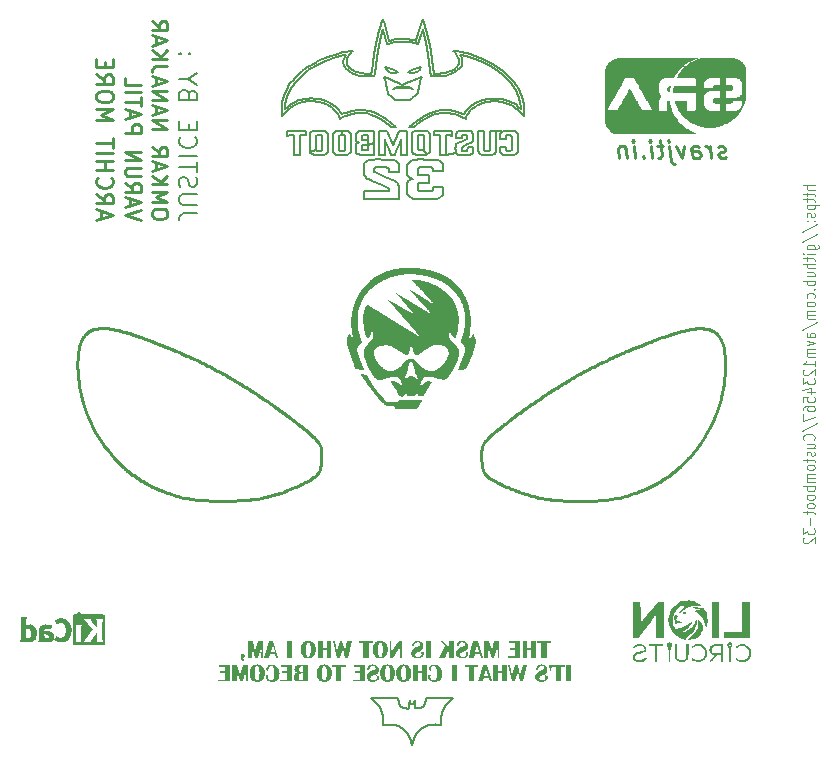
<source format=gbr>
%TF.GenerationSoftware,KiCad,Pcbnew,9.0.2*%
%TF.CreationDate,2025-08-29T22:08:23+05:30*%
%TF.ProjectId,4 SRA,34205352-412e-46b6-9963-61645f706362,rev?*%
%TF.SameCoordinates,Original*%
%TF.FileFunction,Legend,Bot*%
%TF.FilePolarity,Positive*%
%FSLAX46Y46*%
G04 Gerber Fmt 4.6, Leading zero omitted, Abs format (unit mm)*
G04 Created by KiCad (PCBNEW 9.0.2) date 2025-08-29 22:08:23*
%MOMM*%
%LPD*%
G01*
G04 APERTURE LIST*
%ADD10C,0.200000*%
%ADD11C,0.250000*%
%ADD12C,0.150000*%
%ADD13C,0.280000*%
%ADD14C,0.260000*%
%ADD15C,0.187500*%
%ADD16C,0.100000*%
%ADD17C,0.000000*%
G04 APERTURE END LIST*
D10*
X148803693Y-90023868D02*
X148760963Y-89983458D01*
X142267148Y-79828927D02*
X142017214Y-79985405D01*
X153424534Y-90439424D02*
X153397344Y-90518584D01*
X155956974Y-86689126D02*
X155956974Y-86876276D01*
D11*
X132850000Y-104710000D02*
X132980000Y-104770000D01*
X177080000Y-103160000D02*
X177070000Y-103120000D01*
X127220000Y-114310000D02*
X127160000Y-114270000D01*
X139170000Y-115910000D02*
X139120000Y-115930000D01*
X125460000Y-112720000D02*
X125360000Y-112610000D01*
D10*
X143575060Y-85268838D02*
X143627230Y-85327448D01*
D11*
X168780000Y-116080000D02*
X168990000Y-116020000D01*
X172800000Y-102330000D02*
X172700000Y-102360000D01*
X132760000Y-104660000D02*
X132850000Y-104710000D01*
D10*
X145036376Y-86796876D02*
X145076782Y-86761157D01*
X145045526Y-83657059D02*
X145059514Y-83651591D01*
X145073807Y-83646089D01*
X145088402Y-83640557D01*
X145103295Y-83634998D01*
X145118479Y-83629415D01*
X145133950Y-83623813D01*
X145149701Y-83618194D01*
X145165724Y-83612563D01*
X145182012Y-83606923D01*
X145198555Y-83601280D01*
X145215346Y-83595637D01*
X145232374Y-83589999D01*
X145249627Y-83584370D01*
X145267096Y-83578756D01*
X145284768Y-83573160D01*
X145302630Y-83567587D01*
X145320670Y-83562043D01*
X145338873Y-83556533D01*
X145357226Y-83551061D01*
X145375713Y-83545632D01*
X145394321Y-83540251D01*
X145413033Y-83534924D01*
X145431833Y-83529654D01*
X145450706Y-83524447D01*
X145469635Y-83519308D01*
X145479116Y-83516765D01*
X145488604Y-83514241D01*
X145498098Y-83511736D01*
X145507596Y-83509250D01*
X145517095Y-83506785D01*
X145526596Y-83504341D01*
X145536090Y-83501918D01*
X145545585Y-83499516D01*
X145555067Y-83497138D01*
X145564549Y-83494781D01*
X145574011Y-83492449D01*
X145583470Y-83490138D01*
X145592904Y-83487854D01*
X145602333Y-83485593D01*
X145611731Y-83483359D01*
X145621121Y-83481147D01*
X145630475Y-83478965D01*
X145639820Y-83476805D01*
X145649123Y-83474676D01*
X145658415Y-83472569D01*
X145667659Y-83470494D01*
X145676890Y-83468443D01*
X145686068Y-83466424D01*
X145695232Y-83464428D01*
X145704337Y-83462466D01*
X145713426Y-83460528D01*
X145722453Y-83458623D01*
X145731460Y-83456744D01*
X145740401Y-83454898D01*
X145749322Y-83453077D01*
X145758171Y-83451292D01*
X145766998Y-83449531D01*
X145775749Y-83447805D01*
X145784478Y-83446105D01*
X145793126Y-83444441D01*
X145801750Y-83442802D01*
X145810291Y-83441199D01*
X145818806Y-83439621D01*
X145827234Y-83438080D01*
X145835634Y-83436564D01*
X145843945Y-83435085D01*
X145852228Y-83433631D01*
X145860417Y-83432214D01*
X145868577Y-83430823D01*
X145876642Y-83429468D01*
X145884675Y-83428139D01*
X145886212Y-83427887D01*
X150756063Y-90838158D02*
X150629468Y-90755598D01*
D11*
X174090000Y-112950000D02*
X174180000Y-112850000D01*
X162260000Y-107360000D02*
X162130000Y-107450000D01*
X139920000Y-109040000D02*
X140040000Y-109130000D01*
D10*
X145776133Y-78331975D02*
X145655867Y-78464933D01*
D11*
X157440000Y-114570000D02*
X157510000Y-114620000D01*
X132320000Y-104450000D02*
X132580000Y-104570000D01*
X171760000Y-114830000D02*
X171890000Y-114750000D01*
X159380000Y-109380000D02*
X159270000Y-109460000D01*
D10*
X158715767Y-86725445D02*
X158756167Y-86761165D01*
X149772186Y-81133730D02*
X149957438Y-81230470D01*
X150440646Y-90576398D02*
X150378416Y-90479748D01*
D11*
X159540000Y-109260000D02*
X159460000Y-109320000D01*
D10*
X157880593Y-86020507D02*
X157873593Y-86904296D01*
X143247772Y-82521066D02*
X143470455Y-82605456D01*
D11*
X166410000Y-104960000D02*
X166290000Y-105020000D01*
D10*
X148384233Y-80587578D02*
X148906147Y-80779416D01*
D11*
X143100000Y-112810000D02*
X143090000Y-113010000D01*
D10*
X144618087Y-86753466D02*
X144656087Y-86796876D01*
D11*
X123030000Y-102470000D02*
X123060000Y-102430000D01*
D10*
X155725043Y-87121667D02*
X155651803Y-87148127D01*
D11*
X138340000Y-107920000D02*
X138360000Y-107930000D01*
X131950000Y-104280000D02*
X132060000Y-104330000D01*
D10*
X151293968Y-88576657D02*
X151293968Y-88834798D01*
X154381730Y-78481370D02*
X154246697Y-78339766D01*
D11*
X170600000Y-103130000D02*
X170490000Y-103170000D01*
X132980000Y-104770000D02*
X133080000Y-104820000D01*
X161410000Y-107930000D02*
X161390000Y-107940000D01*
X156900000Y-114100000D02*
X156940000Y-114150000D01*
X129010000Y-103060000D02*
X129150000Y-103120000D01*
X174360000Y-101930000D02*
X174280000Y-101950000D01*
X123090000Y-108670000D02*
X123070000Y-108610000D01*
D10*
X148309270Y-83943110D02*
X148620586Y-84129843D01*
X142052963Y-79679990D02*
X142067086Y-79670981D01*
X142082409Y-79661301D01*
X142098952Y-79650946D01*
X142116725Y-79639916D01*
X142135723Y-79628220D01*
X142155925Y-79615877D01*
X142177295Y-79602914D01*
X142199777Y-79589371D01*
X142223292Y-79575298D01*
X142247746Y-79560757D01*
X142273021Y-79545821D01*
X142298982Y-79530572D01*
X142325478Y-79515102D01*
X142352344Y-79499509D01*
X142365864Y-79491696D01*
X142379406Y-79483894D01*
X142392947Y-79476115D01*
X142406487Y-79468361D01*
X142419960Y-79460667D01*
X142433410Y-79453010D01*
X142446728Y-79445452D01*
X142460002Y-79437941D01*
X142473084Y-79430562D01*
X142486102Y-79423242D01*
X142498873Y-79416084D01*
X142511562Y-79408996D01*
X142523956Y-79402095D01*
X142536250Y-79395273D01*
X142548209Y-79388660D01*
X142560054Y-79382133D01*
X142571529Y-79375833D01*
X142582879Y-79369625D01*
X142593834Y-79363656D01*
X142604652Y-79357784D01*
X142615057Y-79352160D01*
X142625318Y-79346637D01*
X142635153Y-79341366D01*
X142644839Y-79336198D01*
X142651130Y-79332854D01*
X149682450Y-88295833D02*
X149682586Y-88593683D01*
D11*
X166510000Y-104910000D02*
X166410000Y-104960000D01*
X131070000Y-103890000D02*
X131220000Y-103960000D01*
X128510000Y-102870000D02*
X128660000Y-102930000D01*
D10*
X151747927Y-86736265D02*
X151794437Y-86695185D01*
X145450194Y-78714991D02*
X145364784Y-78837938D01*
X150631936Y-89259918D02*
X150736182Y-89237448D01*
D11*
X136620000Y-106790000D02*
X136730000Y-106860000D01*
D10*
X146569804Y-83373777D02*
X146789532Y-83396987D01*
D11*
X142060000Y-114720000D02*
X142020000Y-114740000D01*
X143100000Y-112530000D02*
X143100000Y-112700000D01*
X133460000Y-105010000D02*
X133590000Y-105080000D01*
X125290000Y-112520000D02*
X125190000Y-112400000D01*
D12*
X150825279Y-136989160D02*
X150786529Y-137122900D01*
D11*
X127500000Y-102500000D02*
X127600000Y-102540000D01*
D10*
X142651130Y-79332854D02*
X142980719Y-79157957D01*
X159462844Y-85165687D02*
X159568850Y-85198077D01*
X142143564Y-85385220D02*
X142172884Y-85306950D01*
X144506460Y-83717373D02*
X144502521Y-83710586D01*
X144498600Y-83703869D01*
X144494792Y-83697387D01*
X144490998Y-83690970D01*
X144487303Y-83684760D01*
X144483621Y-83678609D01*
X144480025Y-83672644D01*
X144476439Y-83666733D01*
X144472930Y-83660988D01*
X144469428Y-83655294D01*
X144465994Y-83649749D01*
X144462565Y-83644250D01*
X144459197Y-83638886D01*
X144455831Y-83633564D01*
X144452518Y-83628364D01*
X144449207Y-83623204D01*
X144445942Y-83618154D01*
X144442677Y-83613140D01*
X144439453Y-83608226D01*
X144436227Y-83603347D01*
X144433037Y-83598557D01*
X144429843Y-83593799D01*
X144426680Y-83589122D01*
X144423513Y-83584475D01*
X144420371Y-83579902D01*
X144417224Y-83575356D01*
X144414099Y-83570876D01*
X144410966Y-83566422D01*
X144407851Y-83562027D01*
X144404728Y-83557656D01*
X144401619Y-83553339D01*
X144398501Y-83549043D01*
X144395392Y-83544795D01*
X144392273Y-83540567D01*
X144389161Y-83536381D01*
X144386037Y-83532213D01*
X144382916Y-83528083D01*
X144379782Y-83523970D01*
X144376648Y-83519888D01*
X144373500Y-83515822D01*
X144370349Y-83511784D01*
X144367182Y-83507759D01*
X144364009Y-83503758D01*
X144360819Y-83499769D01*
X144357619Y-83495798D01*
X144354402Y-83491839D01*
X144351171Y-83487893D01*
X144347922Y-83483958D01*
X144341370Y-83476116D01*
X144334736Y-83468301D01*
X144328012Y-83460503D01*
X144321187Y-83452712D01*
X144314251Y-83444915D01*
X144307194Y-83437102D01*
X144300005Y-83429263D01*
X144292672Y-83421385D01*
X144285183Y-83413457D01*
X144277526Y-83405468D01*
X144269686Y-83397404D01*
X144261650Y-83389253D01*
X144253401Y-83381000D01*
X144244923Y-83372631D01*
X144236198Y-83364131D01*
X144227207Y-83355483D01*
X144217928Y-83346669D01*
X144208337Y-83337671D01*
X144198410Y-83328466D01*
X144188119Y-83319032D01*
X144177431Y-83309344D01*
X144166313Y-83299373D01*
X144154726Y-83289089D01*
X144142624Y-83278456D01*
X144129959Y-83267433D01*
X144116672Y-83255976D01*
X144102697Y-83244031D01*
X144096223Y-83238530D01*
D11*
X162670000Y-116360000D02*
X162800000Y-116370000D01*
D10*
X152636720Y-85322271D02*
X152636720Y-85136722D01*
D11*
X169740000Y-103460000D02*
X169640000Y-103500000D01*
X164530000Y-116450000D02*
X164670000Y-116450000D01*
X163490000Y-106580000D02*
X163440000Y-106610000D01*
D10*
X151471181Y-79861574D02*
X151428691Y-79970713D01*
X148690010Y-88244258D02*
X148630520Y-88222558D01*
D11*
X142020000Y-114740000D02*
X141940000Y-114790000D01*
D10*
X142162596Y-86984147D02*
X142138556Y-86914917D01*
D11*
X122720000Y-107360000D02*
X122700000Y-107270000D01*
X173070000Y-113900000D02*
X173140000Y-113840000D01*
D10*
X144152836Y-87017934D02*
X144116216Y-86961114D01*
X155208719Y-83650335D02*
X155211949Y-83643449D01*
X155215320Y-83636452D01*
X155218834Y-83629344D01*
X155222492Y-83622124D01*
X155226296Y-83614794D01*
X155230247Y-83607353D01*
X155234348Y-83599803D01*
X155238598Y-83592143D01*
X155243000Y-83584376D01*
X155247556Y-83576501D01*
X155252264Y-83568520D01*
X155257128Y-83560435D01*
X155262148Y-83552246D01*
X155267323Y-83543956D01*
X155272656Y-83535565D01*
X155278145Y-83527077D01*
X155283793Y-83518492D01*
X155289597Y-83509814D01*
X155295560Y-83501044D01*
X155301680Y-83492185D01*
X155307956Y-83483240D01*
X155314389Y-83474211D01*
X155320978Y-83465102D01*
X155327722Y-83455915D01*
X155334619Y-83446655D01*
X155341669Y-83437324D01*
X155348869Y-83427926D01*
X155356219Y-83418464D01*
X155363717Y-83408944D01*
X155371360Y-83399368D01*
X155379146Y-83389741D01*
X155387073Y-83380067D01*
X155395139Y-83370350D01*
X155403340Y-83360596D01*
X155411673Y-83350808D01*
X155420137Y-83340992D01*
X155428726Y-83331152D01*
X155437439Y-83321292D01*
X155446271Y-83311419D01*
X155455218Y-83301536D01*
X155464278Y-83291650D01*
X155473445Y-83281764D01*
X155482716Y-83271884D01*
X155492086Y-83262016D01*
X155501551Y-83252163D01*
X155511107Y-83242332D01*
X155515918Y-83237425D01*
X155520749Y-83232526D01*
X155525601Y-83227635D01*
X155530473Y-83222753D01*
X155535364Y-83217879D01*
X155540274Y-83213015D01*
X155545201Y-83208162D01*
X155550147Y-83203319D01*
X155555108Y-83198488D01*
X155560087Y-83193668D01*
X155565080Y-83188863D01*
X155570090Y-83184069D01*
X155575112Y-83179291D01*
X155580151Y-83174525D01*
X155585200Y-83169776D01*
X155590265Y-83165040D01*
X155595338Y-83160324D01*
X155600427Y-83155621D01*
X155605522Y-83150939D01*
X155610632Y-83146271D01*
X155615747Y-83141625D01*
X155620876Y-83136994D01*
X155626009Y-83132386D01*
X155631154Y-83127794D01*
X155636301Y-83123227D01*
X155641461Y-83118676D01*
X155646621Y-83114151D01*
X155651792Y-83109643D01*
X155656962Y-83105163D01*
X155662143Y-83100699D01*
X155667321Y-83096265D01*
X155672510Y-83091848D01*
X155677693Y-83087462D01*
X155682886Y-83083094D01*
X155688073Y-83078757D01*
X155693269Y-83074439D01*
X155698457Y-83070153D01*
X155703654Y-83065886D01*
X155708841Y-83061654D01*
X155714036Y-83057440D01*
X155719220Y-83053261D01*
X155724412Y-83049102D01*
X155729591Y-83044979D01*
X155734777Y-83040875D01*
X155739949Y-83036809D01*
X155745127Y-83032763D01*
X155750290Y-83028754D01*
X155755459Y-83024766D01*
X155760611Y-83020817D01*
X155765769Y-83016888D01*
X155770908Y-83012999D01*
X155776052Y-83009131D01*
X155777186Y-83008282D01*
D11*
X163550000Y-106540000D02*
X163490000Y-106580000D01*
X160190000Y-115800000D02*
X160220000Y-115810000D01*
X135970000Y-106390000D02*
X136040000Y-106430000D01*
X125660000Y-112940000D02*
X125570000Y-112840000D01*
X162800000Y-107010000D02*
X162690000Y-107080000D01*
D10*
X150549651Y-84785030D02*
X150830475Y-84558838D01*
D11*
X165260000Y-105550000D02*
X165080000Y-105650000D01*
D10*
X149682586Y-88593683D02*
X149243133Y-88593683D01*
D11*
X156920000Y-111480000D02*
X156870000Y-111550000D01*
X122550000Y-106360000D02*
X122520000Y-106040000D01*
D12*
X148311798Y-135405310D02*
X148321498Y-135281830D01*
X150500000Y-134000000D02*
X150501700Y-133997579D01*
X150503337Y-133995201D01*
X150504529Y-133993430D01*
X150505687Y-133991667D01*
X150506670Y-133990131D01*
X150507629Y-133988593D01*
X150508486Y-133987180D01*
X150509324Y-133985757D01*
X150510093Y-133984409D01*
X150510846Y-133983048D01*
X150511549Y-133981733D01*
X150512239Y-133980401D01*
X150512892Y-133979094D01*
X150513532Y-133977767D01*
X150514145Y-133976451D01*
X150514746Y-133975110D01*
X150515326Y-133973768D01*
X150515895Y-133972399D01*
X150516448Y-133971017D01*
X150516990Y-133969606D01*
X150517520Y-133968171D01*
X150518040Y-133966703D01*
X150518551Y-133965202D01*
X150519053Y-133963664D01*
X150520034Y-133960462D01*
X150520989Y-133957068D01*
X150521922Y-133953451D01*
X150522837Y-133949576D01*
X150523738Y-133945407D01*
X150524628Y-133940902D01*
X150525511Y-133936013D01*
X150526390Y-133930686D01*
X150527269Y-133924858D01*
X150528152Y-133918458D01*
X150529044Y-133911401D01*
X150529950Y-133903585D01*
X150530876Y-133894892D01*
X150531829Y-133885173D01*
X150532819Y-133874251D01*
X150533858Y-133861899D01*
X150534959Y-133847826D01*
X150536145Y-133831652D01*
X150537441Y-133812852D01*
X150538891Y-133790679D01*
X150540556Y-133763982D01*
X150542545Y-133730823D01*
X150545076Y-133687344D01*
X150546980Y-133654110D01*
D10*
X156937055Y-86796853D02*
X157110391Y-86796853D01*
X148474077Y-87562102D02*
X149133255Y-87568302D01*
D11*
X143090000Y-113010000D02*
X143070000Y-113230000D01*
D10*
X151562305Y-80703520D02*
X151465605Y-80953265D01*
D11*
X123150000Y-108830000D02*
X123120000Y-108750000D01*
D10*
X144975852Y-79210430D02*
X144987012Y-79013738D01*
D11*
X174740000Y-112190000D02*
X174800000Y-112120000D01*
X157330000Y-111050000D02*
X157290000Y-111090000D01*
D10*
X151501004Y-84371206D02*
X151111144Y-84665604D01*
X157434082Y-82397901D02*
X157739258Y-82396701D01*
X147570983Y-85134453D02*
X147570983Y-86141456D01*
D11*
X177290000Y-104730000D02*
X177290000Y-104650000D01*
X134370000Y-105480000D02*
X134490000Y-105540000D01*
D10*
X145079182Y-85551215D02*
X145041172Y-85507805D01*
D11*
X124310000Y-111190000D02*
X124250000Y-111100000D01*
X122670000Y-103150000D02*
X122680000Y-103110000D01*
X141000000Y-115250000D02*
X140880000Y-115300000D01*
X177030000Y-103020000D02*
X177010000Y-102970000D01*
X177260000Y-104240000D02*
X177260000Y-104140000D01*
D10*
X147580949Y-83850699D02*
X147351054Y-83753049D01*
D11*
X156650000Y-112820000D02*
X156660000Y-113020000D01*
X160470000Y-115890000D02*
X160540000Y-115920000D01*
X130180000Y-103520000D02*
X130250000Y-103550000D01*
X126560000Y-102200000D02*
X126670000Y-102230000D01*
D10*
X158715746Y-85711614D02*
X158715746Y-85839850D01*
X153164532Y-80530785D02*
X152792761Y-80524185D01*
D11*
X172960000Y-113990000D02*
X173020000Y-113940000D01*
D10*
X143164065Y-86710057D02*
X143163733Y-86162644D01*
D11*
X125090000Y-112280000D02*
X125010000Y-112180000D01*
X156870000Y-114050000D02*
X156900000Y-114100000D01*
D10*
X151037590Y-85146488D02*
X151501458Y-85140688D01*
X151352521Y-86762402D02*
X151379381Y-86776742D01*
D11*
X123030000Y-108490000D02*
X123010000Y-108440000D01*
D10*
X158715767Y-86484379D02*
X158715767Y-86604912D01*
D11*
X176630000Y-108760000D02*
X176660000Y-108680000D01*
D10*
X156066435Y-78778616D02*
X156081608Y-78783922D01*
X156096740Y-78789234D01*
X156111778Y-78794535D01*
X156126774Y-78799842D01*
X156141680Y-78805139D01*
X156156545Y-78810442D01*
X156171321Y-78815734D01*
X156186057Y-78821034D01*
X156200706Y-78826324D01*
X156215316Y-78831621D01*
X156229841Y-78836908D01*
X156244327Y-78842203D01*
X156258731Y-78847489D01*
X156273097Y-78852782D01*
X156287381Y-78858067D01*
X156301629Y-78863359D01*
X156315798Y-78868643D01*
X156329930Y-78873935D01*
X156343985Y-78879220D01*
X156358004Y-78884512D01*
X156371948Y-78889797D01*
X156385856Y-78895091D01*
X156399691Y-78900378D01*
X156413491Y-78905673D01*
X156427219Y-78910961D01*
X156440914Y-78916259D01*
X156454538Y-78921550D01*
X156468128Y-78926850D01*
X156481651Y-78932145D01*
X156495140Y-78937448D01*
X156508563Y-78942747D01*
X156521953Y-78948055D01*
X156535278Y-78953358D01*
X156548571Y-78958670D01*
X156561801Y-78963978D01*
X156574999Y-78969295D01*
X156588135Y-78974609D01*
X156601241Y-78979932D01*
X156614286Y-78985252D01*
X156627301Y-78990581D01*
X156640257Y-78995908D01*
X156653183Y-79001244D01*
X156666051Y-79006578D01*
X156678891Y-79011922D01*
X156691674Y-79017264D01*
X156704429Y-79022615D01*
X156717129Y-79027966D01*
X156729800Y-79033326D01*
X156742419Y-79038685D01*
X156755009Y-79044055D01*
X156767548Y-79049424D01*
X156780060Y-79054803D01*
X156792521Y-79060182D01*
X156804955Y-79065571D01*
X156817340Y-79070961D01*
X156829699Y-79076361D01*
X156842010Y-79081763D01*
X156854294Y-79087174D01*
X156866533Y-79092587D01*
X156878746Y-79098011D01*
X156890913Y-79103436D01*
X156903056Y-79108872D01*
X156915154Y-79114311D01*
X156927228Y-79119760D01*
X156939259Y-79125212D01*
X156951266Y-79130675D01*
X156963231Y-79136141D01*
X156975173Y-79141618D01*
X156987074Y-79147098D01*
X156998952Y-79152590D01*
X157010790Y-79158086D01*
X157022606Y-79163593D01*
X157034384Y-79169104D01*
X157046139Y-79174627D01*
X157057857Y-79180155D01*
X157069553Y-79185695D01*
X157081214Y-79191239D01*
X157092852Y-79196796D01*
X157104456Y-79202358D01*
X157116039Y-79207932D01*
X157127588Y-79213512D01*
X157139117Y-79219105D01*
X157150613Y-79224704D01*
X157162088Y-79230315D01*
X157173532Y-79235933D01*
X157184956Y-79241563D01*
X157196350Y-79247201D01*
X157207724Y-79252851D01*
X157219069Y-79258510D01*
X157230394Y-79264181D01*
X157241692Y-79269860D01*
X157252970Y-79275552D01*
X157264221Y-79281253D01*
X157275454Y-79286966D01*
X157286660Y-79292689D01*
X157297848Y-79298425D01*
X157309012Y-79304171D01*
X157320157Y-79309930D01*
X157331279Y-79315700D01*
X157342383Y-79321482D01*
X157353464Y-79327275D01*
X157364528Y-79333082D01*
X157375570Y-79338900D01*
X157386595Y-79344731D01*
X157397599Y-79350575D01*
X157408586Y-79356432D01*
X157419555Y-79362301D01*
X157430506Y-79368184D01*
X157441439Y-79374080D01*
X157452355Y-79379989D01*
X157463255Y-79385912D01*
X157474138Y-79391849D01*
X157485005Y-79397800D01*
X157495856Y-79403765D01*
X157506692Y-79409745D01*
X157517513Y-79415739D01*
X157528319Y-79421748D01*
X157539110Y-79427771D01*
X157549888Y-79433810D01*
X157560650Y-79439863D01*
X157582137Y-79452017D01*
X157603573Y-79464233D01*
X157624960Y-79476514D01*
X157646301Y-79488860D01*
X157667598Y-79501274D01*
X157688855Y-79513757D01*
X157710074Y-79526309D01*
X157731256Y-79538934D01*
X157747214Y-79548506D01*
D11*
X137740000Y-116270000D02*
X137590000Y-116290000D01*
X125470000Y-101940000D02*
X125600000Y-101960000D01*
D10*
X148199476Y-90893260D02*
X146716322Y-90888560D01*
X141012313Y-80507858D02*
X141197449Y-80322312D01*
X142681299Y-86766510D02*
X142735559Y-86796920D01*
D11*
X135750000Y-116440000D02*
X135430000Y-116440000D01*
X142730000Y-111350000D02*
X142780000Y-111410000D01*
X140130000Y-109190000D02*
X140210000Y-109250000D01*
X169240000Y-103680000D02*
X169160000Y-103710000D01*
X163660000Y-106470000D02*
X163600000Y-106510000D01*
D10*
X141753196Y-80192934D02*
X141744455Y-80199817D01*
X141735734Y-80206710D01*
X141727037Y-80213610D01*
X141718360Y-80220520D01*
X141709707Y-80227436D01*
X141701073Y-80234362D01*
X141692464Y-80241294D01*
X141683874Y-80248236D01*
X141675308Y-80255184D01*
X141666763Y-80262142D01*
X141658241Y-80269106D01*
X141649739Y-80276080D01*
X141641261Y-80283060D01*
X141632804Y-80290049D01*
X141624370Y-80297044D01*
X141615956Y-80304049D01*
X141607567Y-80311059D01*
X141599197Y-80318079D01*
X141590852Y-80325105D01*
X141582526Y-80332140D01*
X141574225Y-80339181D01*
X141565944Y-80346231D01*
X141557687Y-80353287D01*
X141549450Y-80360352D01*
X141541237Y-80367422D01*
X141533045Y-80374501D01*
X141524877Y-80381586D01*
X141516728Y-80388680D01*
X141508605Y-80395780D01*
X141500501Y-80402888D01*
X141492422Y-80410001D01*
X141484362Y-80417124D01*
X141476328Y-80424251D01*
X141468313Y-80431388D01*
X141460323Y-80438529D01*
X141452353Y-80445679D01*
X141444407Y-80452835D01*
X141436482Y-80459999D01*
X141428581Y-80467167D01*
X141420700Y-80474345D01*
X141412844Y-80481527D01*
X141405008Y-80488718D01*
X141397196Y-80495913D01*
X141389405Y-80503117D01*
X141381638Y-80510326D01*
X141373892Y-80517543D01*
X141366170Y-80524764D01*
X141358468Y-80531994D01*
X141350791Y-80539228D01*
X141343134Y-80546471D01*
X141335502Y-80553718D01*
X141327890Y-80560973D01*
X141320303Y-80568232D01*
X141312736Y-80575500D01*
X141305194Y-80582771D01*
X141297672Y-80590051D01*
X141290175Y-80597335D01*
X141282698Y-80604627D01*
X141275246Y-80611922D01*
X141267814Y-80619226D01*
X141260407Y-80626534D01*
X141253020Y-80633849D01*
X141245658Y-80641168D01*
X141238316Y-80648495D01*
X141230999Y-80655826D01*
X141223702Y-80663165D01*
X141216431Y-80670507D01*
X141209179Y-80677857D01*
X141201953Y-80685210D01*
X141194746Y-80692571D01*
X141187565Y-80699935D01*
X141180404Y-80707307D01*
X141173268Y-80714683D01*
X141166152Y-80722065D01*
X141159061Y-80729451D01*
X141151990Y-80736845D01*
X141144944Y-80744241D01*
X141137919Y-80751646D01*
X141130919Y-80759052D01*
X141123939Y-80766467D01*
X141116983Y-80773884D01*
X141110049Y-80781309D01*
X141103139Y-80788736D01*
X141096249Y-80796171D01*
X141089385Y-80803608D01*
X141082541Y-80811053D01*
X141075722Y-80818500D01*
X141068923Y-80825954D01*
X141062149Y-80833411D01*
X141055396Y-80840875D01*
X141048667Y-80848341D01*
X141041959Y-80855815D01*
X141035276Y-80863290D01*
X141028613Y-80870773D01*
X141021975Y-80878258D01*
X141015358Y-80885750D01*
X141008766Y-80893244D01*
X141002194Y-80900745D01*
X140995647Y-80908248D01*
X140989120Y-80915758D01*
X140982619Y-80923269D01*
X140976138Y-80930788D01*
X140969682Y-80938308D01*
X140963246Y-80945835D01*
X140956835Y-80953364D01*
X140950445Y-80960899D01*
X140944080Y-80968436D01*
X140937735Y-80975980D01*
X140931415Y-80983525D01*
X140925115Y-80991077D01*
X140918841Y-80998631D01*
X140912587Y-81006191D01*
X140906358Y-81013752D01*
X140900149Y-81021319D01*
X140893965Y-81028888D01*
X140887802Y-81036464D01*
X140881664Y-81044040D01*
X140875546Y-81051623D01*
X140869453Y-81059207D01*
X140863381Y-81066798D01*
X140857333Y-81074389D01*
X140851306Y-81081987D01*
X140845304Y-81089586D01*
X140839322Y-81097190D01*
X140833365Y-81104796D01*
X140827429Y-81112408D01*
X140821518Y-81120020D01*
X140815627Y-81127639D01*
X140809761Y-81135258D01*
X140803915Y-81142884D01*
X140798095Y-81150510D01*
X140792294Y-81158142D01*
X140786519Y-81165774D01*
X140780764Y-81173413D01*
X140775034Y-81181051D01*
X140769324Y-81188696D01*
X140763640Y-81196341D01*
X140757975Y-81203992D01*
X140752336Y-81211643D01*
X140746717Y-81219300D01*
X140741123Y-81226957D01*
X140735549Y-81234620D01*
X140730000Y-81242283D01*
X140724471Y-81249952D01*
X140718968Y-81257620D01*
X140713485Y-81265295D01*
X140708026Y-81272969D01*
X140702588Y-81280649D01*
X140697175Y-81288328D01*
X140691782Y-81296014D01*
X140686414Y-81303698D01*
X140681066Y-81311389D01*
X140675743Y-81319079D01*
X140670440Y-81326775D01*
X140665163Y-81334470D01*
X140659905Y-81342170D01*
X140654672Y-81349870D01*
X140649460Y-81357576D01*
X140644272Y-81365281D01*
X140639105Y-81372991D01*
X140633962Y-81380700D01*
X140628840Y-81388415D01*
X140623743Y-81396129D01*
X140618665Y-81403849D01*
X140613613Y-81411567D01*
X140608581Y-81419291D01*
X140603573Y-81427014D01*
X140598586Y-81434742D01*
X140593623Y-81442469D01*
X140588681Y-81450201D01*
X140583763Y-81457932D01*
X140578865Y-81465668D01*
X140573992Y-81473403D01*
X140569140Y-81481143D01*
X140564312Y-81488882D01*
X140559504Y-81496626D01*
X140554721Y-81504368D01*
X140549958Y-81512116D01*
X140545219Y-81519862D01*
X140540501Y-81527613D01*
X140535807Y-81535362D01*
X140531134Y-81543117D01*
X140526485Y-81550870D01*
X140521856Y-81558628D01*
X140517252Y-81566384D01*
X140512668Y-81574145D01*
X140508108Y-81581904D01*
X140503569Y-81589668D01*
X140499053Y-81597430D01*
X140494559Y-81605197D01*
X140490088Y-81612963D01*
X140485638Y-81620733D01*
X140481212Y-81628501D01*
X140476806Y-81636273D01*
X140472424Y-81644044D01*
X140468063Y-81651819D01*
X140463726Y-81659593D01*
X140459409Y-81667370D01*
X140455116Y-81675146D01*
X140450844Y-81682927D01*
X140446595Y-81690705D01*
X140442367Y-81698487D01*
X140438163Y-81706268D01*
X140433979Y-81714053D01*
X140429820Y-81721835D01*
X140425680Y-81729622D01*
X140421564Y-81737407D01*
X140417469Y-81745196D01*
X140413398Y-81752982D01*
X140409347Y-81760773D01*
X140405319Y-81768562D01*
X140401313Y-81776354D01*
X140397329Y-81784145D01*
X140393367Y-81791939D01*
X140389427Y-81799731D01*
X140385509Y-81807527D01*
X140381614Y-81815320D01*
X140377739Y-81823118D01*
X140373888Y-81830913D01*
X140370057Y-81838712D01*
X140366250Y-81846508D01*
X140362463Y-81854308D01*
X140358699Y-81862106D01*
X140354956Y-81869907D01*
X140351237Y-81877706D01*
X140347538Y-81885509D01*
X140343862Y-81893308D01*
X140340206Y-81901112D01*
X140336574Y-81908913D01*
X140332963Y-81916718D01*
X140329374Y-81924519D01*
X140325806Y-81932325D01*
X140322262Y-81940127D01*
X140318737Y-81947934D01*
X140315236Y-81955737D01*
X140311755Y-81963544D01*
X140308298Y-81971348D01*
X140304860Y-81979155D01*
X140301446Y-81986960D01*
X140298053Y-81994768D01*
X140294682Y-82002573D01*
X140291332Y-82010381D01*
X140288004Y-82018187D01*
X140284697Y-82025995D01*
X140281413Y-82033801D01*
X140278150Y-82041610D01*
X140274909Y-82049416D01*
X140271689Y-82057225D01*
X140268491Y-82065031D01*
X140265314Y-82072841D01*
X140262160Y-82080647D01*
X140259026Y-82088456D01*
X140255915Y-82096262D01*
X140252824Y-82104071D01*
X140249756Y-82111877D01*
X140246708Y-82119686D01*
X140243683Y-82127492D01*
X140240679Y-82135301D01*
X140237697Y-82143107D01*
X140234735Y-82150915D01*
X140231796Y-82158720D01*
X140228877Y-82166529D01*
X140225981Y-82174334D01*
X140223105Y-82182141D01*
X140220251Y-82189946D01*
X140217418Y-82197753D01*
X140214608Y-82205557D01*
X140211817Y-82213363D01*
X140209049Y-82221167D01*
X140206302Y-82228973D01*
X140203577Y-82236775D01*
X140200872Y-82244580D01*
X140198189Y-82252382D01*
X140195527Y-82260187D01*
X140192887Y-82267988D01*
X140190267Y-82275791D01*
X140187670Y-82283591D01*
X140185092Y-82291394D01*
X140182537Y-82299193D01*
X140180002Y-82306995D01*
X140177490Y-82314793D01*
X140174997Y-82322593D01*
X140172527Y-82330390D01*
X140170077Y-82338190D01*
X140167649Y-82345986D01*
X140165242Y-82353784D01*
X140162856Y-82361579D01*
X140160490Y-82369376D01*
X140158147Y-82377169D01*
X140155824Y-82384965D01*
X140153522Y-82392757D01*
X140151241Y-82400551D01*
X140148982Y-82408342D01*
X140146743Y-82416135D01*
X140144526Y-82423924D01*
X140142329Y-82431715D01*
X140140154Y-82439503D01*
X140137999Y-82447293D01*
X140135866Y-82455079D01*
X140133753Y-82462867D01*
X140131662Y-82470652D01*
X140129590Y-82478438D01*
X140127541Y-82486221D01*
X140125512Y-82494006D01*
X140125155Y-82495383D01*
X159174191Y-86766465D02*
X159228451Y-86736055D01*
X151413818Y-88222640D02*
X151353888Y-88270580D01*
D11*
X139370000Y-108640000D02*
X139410000Y-108670000D01*
D10*
X146611926Y-80263325D02*
X146819136Y-80294385D01*
D11*
X139620000Y-108820000D02*
X139690000Y-108870000D01*
X176750000Y-102520000D02*
X176720000Y-102480000D01*
D10*
X159411610Y-87147921D02*
X158955554Y-87143221D01*
D11*
X129600000Y-103300000D02*
X129690000Y-103330000D01*
X140940000Y-109820000D02*
X141080000Y-109920000D01*
D10*
X154479184Y-86453845D02*
X154497134Y-86279300D01*
D11*
X177290000Y-105040000D02*
X177290000Y-104960000D01*
D10*
X160284741Y-83154219D02*
X160269871Y-83437421D01*
D11*
X123700000Y-101970000D02*
X123760000Y-101950000D01*
D12*
X153140146Y-133123950D02*
X154286213Y-133128950D01*
D10*
X155161549Y-83746525D02*
X155208719Y-83650335D01*
X151814448Y-76982445D02*
X151700470Y-76513694D01*
D11*
X142830000Y-111470000D02*
X142880000Y-111540000D01*
X127570000Y-114550000D02*
X127490000Y-114500000D01*
D10*
X153405799Y-87148438D02*
X153149454Y-87148438D01*
D11*
X127410000Y-102470000D02*
X127500000Y-102500000D01*
X122630000Y-106890000D02*
X122620000Y-106830000D01*
D10*
X146100080Y-80391330D02*
X146090220Y-80388225D01*
X146079642Y-80384810D01*
X146068345Y-80381078D01*
X146056336Y-80377027D01*
X146043633Y-80372657D01*
X146030263Y-80367972D01*
X146016265Y-80362983D01*
X146001692Y-80357705D01*
X145986607Y-80352155D01*
X145971088Y-80346361D01*
X145955221Y-80340351D01*
X145939104Y-80334161D01*
X145922842Y-80327830D01*
X145914690Y-80324624D01*
X145906545Y-80321400D01*
X145898424Y-80318163D01*
X145890325Y-80314914D01*
X145882291Y-80311669D01*
X145874293Y-80308416D01*
X145866398Y-80305185D01*
X145858553Y-80301952D01*
X145850849Y-80298755D01*
X145843205Y-80295561D01*
X145835735Y-80292419D01*
X145828338Y-80289284D01*
X145821142Y-80286214D01*
X145814028Y-80283156D01*
X145807139Y-80280173D01*
X145800340Y-80277207D01*
X145793785Y-80274326D01*
X145787326Y-80271464D01*
X145781124Y-80268695D01*
X145775024Y-80265948D01*
X145769190Y-80263299D01*
X145763461Y-80260676D01*
X145758002Y-80258154D01*
X145752651Y-80255659D01*
X145745021Y-80252060D01*
X148538635Y-79717287D02*
X149080494Y-79922083D01*
X148665338Y-77805880D02*
X148500031Y-77198878D01*
X148849714Y-77748610D02*
X148665338Y-77805880D01*
D11*
X128190000Y-102750000D02*
X128260000Y-102780000D01*
X139410000Y-108670000D02*
X139460000Y-108710000D01*
X159980000Y-108940000D02*
X159910000Y-108990000D01*
D10*
X150402556Y-89492688D02*
X150442296Y-89396978D01*
D11*
X171380000Y-115040000D02*
X171460000Y-115000000D01*
X136150000Y-106500000D02*
X136200000Y-106530000D01*
X129440000Y-103230000D02*
X129530000Y-103270000D01*
X164080000Y-106220000D02*
X163970000Y-106290000D01*
X163780000Y-106400000D02*
X163710000Y-106440000D01*
D10*
X140771482Y-85507478D02*
X140502929Y-85518168D01*
X151263085Y-81958734D02*
X151098479Y-82107296D01*
D11*
X176540000Y-109000000D02*
X176570000Y-108920000D01*
D10*
X144432107Y-85136714D02*
X144854035Y-85137023D01*
X154666853Y-79591058D02*
X154743603Y-79462814D01*
D11*
X139460000Y-108710000D02*
X139530000Y-108760000D01*
X162510000Y-107200000D02*
X162470000Y-107220000D01*
D10*
X147264413Y-83488217D02*
X147519569Y-83556237D01*
D11*
X169500000Y-103560000D02*
X169410000Y-103600000D01*
D10*
X151269531Y-86123055D02*
X151269531Y-86662732D01*
X153662147Y-86325989D02*
X153662147Y-87148438D01*
X160223461Y-83863021D02*
X160077340Y-83688260D01*
D11*
X174290000Y-112730000D02*
X174390000Y-112620000D01*
X127490000Y-114500000D02*
X127430000Y-114460000D01*
X132190000Y-104390000D02*
X132320000Y-104450000D01*
X122810000Y-107760000D02*
X122770000Y-107590000D01*
D10*
X147607427Y-88459887D02*
X147607427Y-88610396D01*
X153662147Y-85503542D02*
X153662147Y-86325989D01*
D11*
X171340000Y-102840000D02*
X171240000Y-102880000D01*
X123670000Y-110060000D02*
X123640000Y-109990000D01*
X170020000Y-115660000D02*
X170150000Y-115610000D01*
D10*
X155014723Y-85528857D02*
X154980413Y-85551637D01*
X158252941Y-85400397D02*
X158298351Y-85320407D01*
D11*
X174460000Y-112530000D02*
X174560000Y-112410000D01*
D10*
X152318815Y-86134224D02*
X152319479Y-86789859D01*
X152539092Y-89882801D02*
X152868681Y-89880601D01*
X147078919Y-87642992D02*
X147203459Y-87592502D01*
X148211727Y-87148559D02*
X147961485Y-87148562D01*
D11*
X171490000Y-102790000D02*
X171340000Y-102840000D01*
X142810000Y-114140000D02*
X142740000Y-114220000D01*
D10*
X144656087Y-86796876D02*
X144846232Y-86796876D01*
D11*
X158670000Y-109930000D02*
X158590000Y-109990000D01*
D10*
X154461234Y-86628387D02*
X154479184Y-86453845D01*
X149035625Y-84456915D02*
X149450666Y-84783988D01*
D11*
X132460000Y-116350000D02*
X132210000Y-116320000D01*
D10*
X149983502Y-81432214D02*
X149475099Y-81437014D01*
D11*
X163280000Y-106710000D02*
X163240000Y-106740000D01*
D10*
X142114516Y-86845687D02*
X142114380Y-86154593D01*
X149441274Y-87682062D02*
X149537224Y-87769262D01*
D11*
X176160000Y-109880000D02*
X176240000Y-109710000D01*
D12*
X150787370Y-133689440D02*
X150931680Y-133689440D01*
X151028300Y-133636960D02*
X151029116Y-133650492D01*
X151029942Y-133663851D01*
X151030775Y-133677018D01*
X151031617Y-133689999D01*
X151032464Y-133702748D01*
X151033318Y-133715300D01*
X151034173Y-133727579D01*
X151035033Y-133739652D01*
X151035892Y-133751415D01*
X151036755Y-133762962D01*
X151037612Y-133774165D01*
X151038472Y-133785145D01*
X151039323Y-133795751D01*
X151040176Y-133806130D01*
X151041016Y-133816109D01*
X151041857Y-133825857D01*
X151042681Y-133835187D01*
X151043506Y-133844284D01*
X151044311Y-133852948D01*
X151045115Y-133861382D01*
X151045897Y-133869374D01*
X151046677Y-133877138D01*
X151047433Y-133884460D01*
X151048186Y-133891559D01*
X151048913Y-133898219D01*
X151049637Y-133904661D01*
X151050332Y-133910675D01*
X151051024Y-133916479D01*
X151051686Y-133921868D01*
X151052345Y-133927057D01*
X151052973Y-133931848D01*
X151053597Y-133936451D01*
X151054190Y-133940676D01*
X151054779Y-133944723D01*
X151055337Y-133948418D01*
X151055890Y-133951946D01*
X151056413Y-133955146D01*
X151056931Y-133958193D01*
X151057418Y-133960938D01*
X151057901Y-133963543D01*
X151058353Y-133965873D01*
X151058802Y-133968075D01*
X151059221Y-133970030D01*
X151059636Y-133971869D01*
X151060022Y-133973488D01*
X151060404Y-133975003D01*
X151060759Y-133976324D01*
X151061110Y-133977553D01*
X151061433Y-133978614D01*
X151061754Y-133979594D01*
X151062280Y-133981040D01*
D11*
X130340000Y-103590000D02*
X130430000Y-103630000D01*
X176820000Y-102630000D02*
X176780000Y-102570000D01*
X176470000Y-102220000D02*
X176410000Y-102170000D01*
D10*
X145501910Y-87045743D02*
X145361087Y-87117853D01*
D11*
X123500000Y-102060000D02*
X123540000Y-102040000D01*
X126670000Y-102230000D02*
X126780000Y-102260000D01*
X130430000Y-103630000D02*
X130510000Y-103670000D01*
D10*
X154817184Y-85136696D02*
X155223210Y-85136696D01*
D11*
X168940000Y-103790000D02*
X168680000Y-103900000D01*
D10*
X154715282Y-87138727D02*
X154646486Y-87097567D01*
D11*
X160290000Y-108720000D02*
X160220000Y-108770000D01*
D10*
X151320071Y-85507818D02*
X151294801Y-85545598D01*
D11*
X125750000Y-101990000D02*
X125950000Y-102030000D01*
X160220000Y-108770000D02*
X160130000Y-108830000D01*
X157860000Y-110580000D02*
X157760000Y-110670000D01*
X137350000Y-116320000D02*
X137290000Y-116330000D01*
X177280000Y-105350000D02*
X177290000Y-105230000D01*
D10*
X142272918Y-82380466D02*
X142529761Y-82401396D01*
D11*
X177010000Y-102970000D02*
X176980000Y-102910000D01*
X124250000Y-111100000D02*
X124190000Y-111000000D01*
D10*
X157887593Y-85136716D02*
X157880593Y-86020507D01*
X146609214Y-86289018D02*
X146571214Y-86332428D01*
X154878406Y-78704879D02*
X154939526Y-78813478D01*
X149464520Y-89488033D02*
X149582230Y-89571863D01*
D11*
X161450000Y-107900000D02*
X161410000Y-107930000D01*
D10*
X154235516Y-80258635D02*
X154040409Y-80351165D01*
D11*
X122460000Y-105030000D02*
X122460000Y-104950000D01*
X174920000Y-111950000D02*
X175020000Y-111820000D01*
D10*
X152544807Y-88574200D02*
X152534477Y-88444617D01*
X143163733Y-86162644D02*
X143163401Y-85615230D01*
X158532641Y-85146497D02*
X158944740Y-85139897D01*
X158968073Y-85507814D02*
X158766296Y-85507814D01*
D11*
X159840000Y-115690000D02*
X160070000Y-115770000D01*
D10*
X140771482Y-86327959D02*
X140771482Y-85507478D01*
X153380896Y-80276894D02*
X153598718Y-80224854D01*
D11*
X137420000Y-116310000D02*
X137350000Y-116320000D01*
X123330000Y-109290000D02*
X123280000Y-109170000D01*
D10*
X149654501Y-77360799D02*
X149938518Y-77338509D01*
X149582230Y-89571863D02*
X149632430Y-89679192D01*
D11*
X172050000Y-114650000D02*
X172110000Y-114610000D01*
D10*
X157873593Y-86904296D02*
X157822873Y-86981646D01*
X145557460Y-87003993D02*
X145501910Y-87045743D01*
X144580077Y-86152340D02*
X144580077Y-86710056D01*
D11*
X134020000Y-105290000D02*
X134130000Y-105350000D01*
D10*
X142669759Y-85548130D02*
X142627039Y-85590290D01*
D12*
X148720342Y-135402310D02*
X148311798Y-135405310D01*
D10*
X155700230Y-83426619D02*
X155694712Y-83432865D01*
X155688868Y-83439601D01*
X155682700Y-83446832D01*
X155676216Y-83454558D01*
X155669425Y-83462773D01*
X155662343Y-83471468D01*
X155654988Y-83480624D01*
X155647385Y-83490215D01*
X155639565Y-83500210D01*
X155631562Y-83510569D01*
X155623415Y-83521244D01*
X155615167Y-83532183D01*
X155606866Y-83543326D01*
X155598561Y-83554608D01*
X155594422Y-83560281D01*
X155590302Y-83565963D01*
X155586208Y-83571643D01*
X155582138Y-83577322D01*
X155578114Y-83582974D01*
X155574119Y-83588617D01*
X155570188Y-83594207D01*
X155566292Y-83599781D01*
X155562474Y-83605278D01*
X155558697Y-83610751D01*
X155555012Y-83616126D01*
X155551374Y-83621471D01*
X155547839Y-83626697D01*
X155544354Y-83631887D01*
X155540983Y-83636943D01*
X155537665Y-83641955D01*
X155534469Y-83646821D01*
X155531329Y-83651638D01*
X155528315Y-83656297D01*
X155525360Y-83660905D01*
X155522534Y-83665346D01*
X155519768Y-83669732D01*
X155517134Y-83673947D01*
X155514560Y-83678104D01*
X155512118Y-83682087D01*
X155509736Y-83686010D01*
X155507964Y-83688956D01*
D11*
X162940000Y-106920000D02*
X162800000Y-107010000D01*
X174180000Y-112850000D02*
X174290000Y-112730000D01*
D10*
X152420991Y-80517585D02*
X152403891Y-80503895D01*
D11*
X167080000Y-116380000D02*
X167290000Y-116360000D01*
X138490000Y-116100000D02*
X138360000Y-116140000D01*
D10*
X149682630Y-90342242D02*
X149682630Y-90897960D01*
X144964692Y-79407122D02*
X144975852Y-79210430D01*
X147961485Y-87148562D02*
X147967985Y-86142700D01*
D11*
X139530000Y-108760000D02*
X139620000Y-108820000D01*
X139910000Y-115680000D02*
X139680000Y-115760000D01*
D10*
X158766296Y-85507814D02*
X158741016Y-85545594D01*
X153977136Y-80106934D02*
X153989390Y-80101896D01*
X154001316Y-80096970D01*
X154011800Y-80092616D01*
X154022035Y-80088343D01*
X154031274Y-80084463D01*
X154040313Y-80080644D01*
X154048612Y-80077116D01*
X154056747Y-80073635D01*
X154064307Y-80070377D01*
X154071728Y-80067157D01*
X154078689Y-80064114D01*
X154085532Y-80061101D01*
X154091999Y-80058231D01*
X154098364Y-80055384D01*
X154104415Y-80052654D01*
X154110378Y-80049942D01*
X154116079Y-80047328D01*
X154121701Y-80044727D01*
X154127100Y-80042206D01*
X154132432Y-80039695D01*
X154137573Y-80037251D01*
X154142654Y-80034813D01*
X154147573Y-80032431D01*
X154152439Y-80030052D01*
X154157166Y-80027719D01*
X154161846Y-80025386D01*
X154166408Y-80023089D01*
X154170928Y-80020791D01*
X154175349Y-80018521D01*
X154179732Y-80016247D01*
X154184032Y-80013995D01*
X154188299Y-80011736D01*
X154192497Y-80009492D01*
X154196667Y-80007239D01*
X154200780Y-80004995D01*
X154204870Y-80002740D01*
X154208914Y-80000487D01*
X154212940Y-79998222D01*
X154216932Y-79995953D01*
X154220908Y-79993670D01*
X154224863Y-79991377D01*
X154228804Y-79989067D01*
X154236656Y-79984397D01*
X154244492Y-79979644D01*
X154252340Y-79974790D01*
X154260228Y-79969816D01*
X154268188Y-79964703D01*
X154276248Y-79959430D01*
X154284443Y-79953974D01*
X154292809Y-79948308D01*
X154301384Y-79942403D01*
X154310213Y-79936226D01*
X154319345Y-79929740D01*
X154328838Y-79922901D01*
X154338756Y-79915655D01*
X154349181Y-79907941D01*
X154360207Y-79899683D01*
X154371953Y-79890785D01*
X154384571Y-79881128D01*
X154398258Y-79870553D01*
X154413285Y-79858842D01*
X154430039Y-79845685D01*
X154435925Y-79841042D01*
D11*
X130810000Y-103780000D02*
X131070000Y-103890000D01*
D10*
X151160354Y-77435159D02*
X151318842Y-76904242D01*
X155380754Y-83973516D02*
X155338884Y-84115608D01*
D11*
X135020000Y-105830000D02*
X135210000Y-105940000D01*
X127160000Y-102390000D02*
X127250000Y-102420000D01*
D10*
X150537116Y-89328448D02*
X150631936Y-89259918D01*
D11*
X173330000Y-113680000D02*
X173390000Y-113630000D01*
D10*
X150366192Y-85136834D02*
X150366192Y-86142693D01*
X142459173Y-87148034D02*
X142390506Y-87127707D01*
D11*
X128260000Y-102780000D02*
X128410000Y-102830000D01*
D10*
X155338884Y-84115608D02*
X155189963Y-84032408D01*
X151293968Y-88318520D02*
X151293968Y-88576657D01*
D11*
X124470000Y-111430000D02*
X124410000Y-111340000D01*
X176960000Y-102870000D02*
X176940000Y-102830000D01*
X170940000Y-115270000D02*
X171040000Y-115220000D01*
D10*
X150629468Y-90755598D02*
X150502876Y-90673038D01*
D11*
X176570000Y-102310000D02*
X176520000Y-102260000D01*
D10*
X155053726Y-79109860D02*
X155053726Y-79248135D01*
D11*
X165470000Y-105440000D02*
X165380000Y-105490000D01*
X157290000Y-111090000D02*
X157220000Y-111150000D01*
X168430000Y-104010000D02*
X168360000Y-104040000D01*
X160380000Y-108650000D02*
X160340000Y-108680000D01*
X169880000Y-103410000D02*
X169800000Y-103440000D01*
X131360000Y-116180000D02*
X131160000Y-116130000D01*
X130510000Y-103670000D02*
X130590000Y-103700000D01*
D10*
X150774408Y-80897472D02*
X151336665Y-80690515D01*
D11*
X124080000Y-101880000D02*
X124250000Y-101860000D01*
D10*
X143693139Y-82689846D02*
X143879895Y-82790661D01*
X155478074Y-86734977D02*
X155488304Y-86621878D01*
X151201661Y-80153813D02*
X151083008Y-80184133D01*
D11*
X123060000Y-102430000D02*
X123090000Y-102390000D01*
X167560000Y-104400000D02*
X167430000Y-104460000D01*
D10*
X149040894Y-84785224D02*
X148755107Y-84563214D01*
X152319479Y-86789859D02*
X152283429Y-86886969D01*
D12*
X151679817Y-133895360D02*
X151683877Y-133892027D01*
X151687936Y-133888592D01*
X151691993Y-133885053D01*
X151696048Y-133881409D01*
X151700102Y-133877659D01*
X151704154Y-133873801D01*
X151708203Y-133869836D01*
X151712250Y-133865760D01*
X151716294Y-133861574D01*
X151720335Y-133857275D01*
X151724372Y-133852863D01*
X151728406Y-133848337D01*
X151732436Y-133843695D01*
X151736460Y-133838936D01*
X151740480Y-133834059D01*
X151744495Y-133829063D01*
X151748503Y-133823946D01*
X151752505Y-133818707D01*
X151756499Y-133813346D01*
X151760487Y-133807861D01*
X151764466Y-133802250D01*
X151768436Y-133796514D01*
X151772397Y-133790650D01*
X151776348Y-133784657D01*
X151780288Y-133778536D01*
X151784217Y-133772283D01*
X151788134Y-133765900D01*
X151792038Y-133759383D01*
X151795928Y-133752734D01*
X151799805Y-133745950D01*
X151803666Y-133739031D01*
X151807511Y-133731975D01*
X151811340Y-133724783D01*
X151815151Y-133717453D01*
X151818944Y-133709985D01*
X151822718Y-133702377D01*
X151826471Y-133694629D01*
X151830204Y-133686741D01*
X151833915Y-133678712D01*
X151837603Y-133670541D01*
X151841267Y-133662228D01*
X151844906Y-133653772D01*
X151848520Y-133645173D01*
X151852107Y-133636430D01*
X151855666Y-133627543D01*
X151859197Y-133618513D01*
X151862699Y-133609338D01*
X151866169Y-133600018D01*
X151869608Y-133590553D01*
X151873014Y-133580944D01*
X151876387Y-133571190D01*
X151879725Y-133561291D01*
X151883027Y-133551247D01*
X151886292Y-133541058D01*
X151889519Y-133530725D01*
X151892707Y-133520248D01*
X151895856Y-133509626D01*
X151898963Y-133498861D01*
X151902028Y-133487953D01*
X151905051Y-133476902D01*
X151908028Y-133465708D01*
X151910961Y-133454372D01*
X151913848Y-133442895D01*
X151916687Y-133431278D01*
X151919477Y-133419521D01*
X151922219Y-133407624D01*
X151924910Y-133395590D01*
X151927549Y-133383417D01*
X151930136Y-133371109D01*
X151932670Y-133358664D01*
X151935149Y-133346085D01*
X151937573Y-133333373D01*
X151939940Y-133320528D01*
X151942250Y-133307552D01*
X151944502Y-133294446D01*
X151946694Y-133281211D01*
X151948827Y-133267848D01*
X151950063Y-133259860D01*
D10*
X148620586Y-84129843D02*
X149035625Y-84456915D01*
D11*
X123640000Y-109990000D02*
X123590000Y-109870000D01*
D10*
X145117182Y-85594625D02*
X145079182Y-85551215D01*
X155727754Y-86505379D02*
X155956974Y-86501979D01*
D11*
X168390000Y-116190000D02*
X168590000Y-116140000D01*
D10*
X154430622Y-80166105D02*
X154235516Y-80258635D01*
X158499498Y-87138521D02*
X158432172Y-87098407D01*
D11*
X129730000Y-115650000D02*
X129600000Y-115600000D01*
X170590000Y-115430000D02*
X170680000Y-115390000D01*
D10*
X149217073Y-80232713D02*
X149105539Y-80234213D01*
X146820027Y-85894305D02*
X147070273Y-85899905D01*
D11*
X142650000Y-111270000D02*
X142680000Y-111300000D01*
X172070000Y-102570000D02*
X171930000Y-102620000D01*
D10*
X146967799Y-83653989D02*
X146770377Y-83630899D01*
X150956560Y-85185548D02*
X151037590Y-85146488D01*
X147070313Y-85507811D02*
X146841367Y-85507811D01*
X148760963Y-89983458D02*
X148718243Y-89943048D01*
D11*
X124610000Y-101840000D02*
X124720000Y-101840000D01*
X139020000Y-115960000D02*
X138890000Y-116000000D01*
X160640000Y-108460000D02*
X160490000Y-108570000D01*
X175500000Y-111110000D02*
X175560000Y-111010000D01*
X122680000Y-107170000D02*
X122650000Y-107030000D01*
D10*
X160254861Y-82919842D02*
X160284741Y-83154219D01*
X142735559Y-86796920D02*
X142911848Y-86796920D01*
X154253304Y-83439463D02*
X154446297Y-83488233D01*
X152038717Y-87117869D02*
X151965477Y-87148289D01*
D11*
X138520000Y-108040000D02*
X138650000Y-108130000D01*
X176740000Y-108450000D02*
X176760000Y-108390000D01*
D10*
X142919916Y-85137199D02*
X143322749Y-85137508D01*
D11*
X163410000Y-116420000D02*
X163630000Y-116430000D01*
D10*
X155507964Y-83688956D02*
X155422624Y-83831420D01*
D11*
X122970000Y-102560000D02*
X123000000Y-102510000D01*
D12*
X151981643Y-133126950D02*
X153140146Y-133123950D01*
D10*
X156358742Y-82941582D02*
X156179232Y-83028762D01*
D11*
X177070000Y-103120000D02*
X177050000Y-103070000D01*
X176080000Y-110070000D02*
X176110000Y-110000000D01*
X177200000Y-106370000D02*
X177230000Y-106050000D01*
X177160000Y-103450000D02*
X177150000Y-103390000D01*
D10*
X150743668Y-89170208D02*
X150569319Y-89073728D01*
X159787606Y-81506855D02*
X159906845Y-81754365D01*
D11*
X174390000Y-112620000D02*
X174460000Y-112530000D01*
X140460000Y-115470000D02*
X140220000Y-115560000D01*
D10*
X153832162Y-80409265D02*
X153623917Y-80467365D01*
D11*
X123380000Y-102130000D02*
X123440000Y-102090000D01*
X173020000Y-113940000D02*
X173070000Y-113900000D01*
X164900000Y-105750000D02*
X164730000Y-105840000D01*
X160060000Y-108880000D02*
X159980000Y-108940000D01*
X171040000Y-115220000D02*
X171100000Y-115190000D01*
X177140000Y-106800000D02*
X177160000Y-106680000D01*
X130730000Y-103750000D02*
X130810000Y-103780000D01*
D10*
X150720216Y-81535144D02*
X150773546Y-81558544D01*
X151428691Y-79970713D02*
X151315174Y-80062263D01*
D11*
X156650000Y-112710000D02*
X156650000Y-112820000D01*
D10*
X154446297Y-83488233D02*
X154463180Y-83492541D01*
X154480169Y-83496959D01*
X154497251Y-83501483D01*
X154514409Y-83506110D01*
X154531628Y-83510836D01*
X154548889Y-83515656D01*
X154566176Y-83520567D01*
X154583472Y-83525563D01*
X154600757Y-83530639D01*
X154618013Y-83535790D01*
X154635222Y-83541009D01*
X154643804Y-83543644D01*
X154652364Y-83546293D01*
X154660904Y-83548956D01*
X154669420Y-83551633D01*
X154677910Y-83554322D01*
X154686373Y-83557024D01*
X154694802Y-83559736D01*
X154703201Y-83562460D01*
X154711560Y-83565191D01*
X154719888Y-83567933D01*
X154728168Y-83570681D01*
X154736414Y-83573438D01*
X154744606Y-83576199D01*
X154752762Y-83578968D01*
X154760857Y-83581738D01*
X154768914Y-83584516D01*
X154776904Y-83587292D01*
X154784853Y-83590075D01*
X154792729Y-83592853D01*
X154800563Y-83595638D01*
X154808318Y-83598416D01*
X154816029Y-83601200D01*
X154823654Y-83603974D01*
X154831235Y-83606753D01*
X154838724Y-83609521D01*
X154846167Y-83612292D01*
X154853515Y-83615049D01*
X154860814Y-83617809D01*
X154868012Y-83620553D01*
X154875161Y-83623299D01*
X154882206Y-83626027D01*
X154889200Y-83628756D01*
X154896086Y-83631465D01*
X154902919Y-83634175D01*
X154909641Y-83636862D01*
X154916310Y-83639550D01*
X154922864Y-83642213D01*
X154929364Y-83644876D01*
X154935747Y-83647512D01*
X154942075Y-83650148D01*
X154948284Y-83652755D01*
X154954437Y-83655361D01*
X154960470Y-83657938D01*
X154966445Y-83660512D01*
X154972299Y-83663056D01*
X154978096Y-83665597D01*
X154983770Y-83668105D01*
X154989386Y-83670611D01*
X154994879Y-83673083D01*
X155000314Y-83675551D01*
X155005625Y-83677985D01*
X155010879Y-83680415D01*
X155016008Y-83682809D01*
X155021080Y-83685199D01*
X155026028Y-83687553D01*
X155030919Y-83689902D01*
X155035687Y-83692214D01*
X155040398Y-83694521D01*
X155044986Y-83696790D01*
X155049517Y-83699053D01*
X155052103Y-83700355D01*
D11*
X157070000Y-111310000D02*
X157020000Y-111360000D01*
D10*
X153136745Y-83630449D02*
X152953640Y-83671889D01*
X150882950Y-90868298D02*
X150756063Y-90838158D01*
D11*
X177270000Y-105670000D02*
X177280000Y-105560000D01*
D10*
X147379856Y-80087871D02*
X147472446Y-79394511D01*
D11*
X172500000Y-102430000D02*
X172410000Y-102460000D01*
X130170000Y-115810000D02*
X130030000Y-115760000D01*
D10*
X157464858Y-82634768D02*
X157454809Y-82635850D01*
X157444798Y-82636948D01*
X157434895Y-82638055D01*
X157425028Y-82639178D01*
X157415265Y-82640309D01*
X157405537Y-82641456D01*
X157395908Y-82642612D01*
X157386313Y-82643784D01*
X157376812Y-82644965D01*
X157367346Y-82646161D01*
X157357969Y-82647367D01*
X157348625Y-82648588D01*
X157339367Y-82649819D01*
X157330142Y-82651065D01*
X157320998Y-82652321D01*
X157311885Y-82653592D01*
X157302852Y-82654873D01*
X157293848Y-82656170D01*
X157284920Y-82657476D01*
X157276020Y-82658798D01*
X157267194Y-82660130D01*
X157258395Y-82661477D01*
X157249665Y-82662835D01*
X157240962Y-82664208D01*
X157232326Y-82665592D01*
X157223716Y-82666991D01*
X157215170Y-82668400D01*
X157206648Y-82669826D01*
X157198188Y-82671262D01*
X157189751Y-82672713D01*
X157181373Y-82674176D01*
X157173019Y-82675654D01*
X157164720Y-82677143D01*
X157156443Y-82678648D01*
X157148220Y-82680164D01*
X157140019Y-82681696D01*
X157131868Y-82683240D01*
X157123739Y-82684799D01*
X157115657Y-82686370D01*
X157107596Y-82687957D01*
X157099582Y-82689556D01*
X157091586Y-82691171D01*
X157083635Y-82692797D01*
X157075703Y-82694440D01*
X157067812Y-82696095D01*
X157059939Y-82697767D01*
X157052106Y-82699451D01*
X157044290Y-82701151D01*
X157036512Y-82702864D01*
X157028751Y-82704593D01*
X157021025Y-82706335D01*
X157013315Y-82708094D01*
X157005639Y-82709866D01*
X156997978Y-82711655D01*
X156990349Y-82713457D01*
X156982735Y-82715276D01*
X156975150Y-82717109D01*
X156967579Y-82718959D01*
X156960037Y-82720823D01*
X156952508Y-82722703D01*
X156945004Y-82724598D01*
X156937515Y-82726511D01*
X156930048Y-82728438D01*
X156922595Y-82730382D01*
X156915164Y-82732341D01*
X156907744Y-82734318D01*
X156900345Y-82736310D01*
X156892958Y-82738319D01*
X156885589Y-82740345D01*
X156878231Y-82742388D01*
X156870890Y-82744447D01*
X156863560Y-82746524D01*
X156856244Y-82748617D01*
X156848938Y-82750728D01*
X156841646Y-82752857D01*
X156834363Y-82755003D01*
X156827092Y-82757167D01*
X156819830Y-82759349D01*
X156812577Y-82761549D01*
X156805333Y-82763768D01*
X156798097Y-82766005D01*
X156790869Y-82768260D01*
X156776433Y-82772827D01*
X156762021Y-82777470D01*
X156747629Y-82782192D01*
X156733252Y-82786992D01*
X156718885Y-82791873D01*
X156704525Y-82796836D01*
X156690167Y-82801884D01*
X156675806Y-82807017D01*
X156661438Y-82812237D01*
X156647059Y-82817547D01*
X156632663Y-82822948D01*
X156618247Y-82828442D01*
X156603806Y-82834032D01*
X156589334Y-82839718D01*
X156574828Y-82845505D01*
X156560283Y-82851393D01*
X156545692Y-82857386D01*
X156531052Y-82863485D01*
X156516358Y-82869694D01*
X156501604Y-82876015D01*
X156486784Y-82882451D01*
X156471894Y-82889004D01*
X156456927Y-82895679D01*
X156441878Y-82902478D01*
X156426741Y-82909405D01*
X156411511Y-82916462D01*
X156396180Y-82923654D01*
X156380742Y-82930985D01*
X156365190Y-82938458D01*
X156358742Y-82941582D01*
D11*
X123120000Y-108750000D02*
X123090000Y-108670000D01*
D10*
X159736190Y-86188481D02*
X159728990Y-86907181D01*
X150594122Y-87742472D02*
X150789964Y-87633530D01*
D11*
X176370000Y-102140000D02*
X176310000Y-102100000D01*
D10*
X141259764Y-86326890D02*
X141259764Y-87148421D01*
X146854221Y-87784502D02*
X146954382Y-87693472D01*
X154491114Y-86938280D02*
X154476174Y-86783335D01*
D11*
X176410000Y-102170000D02*
X176370000Y-102140000D01*
D10*
X144598830Y-83877010D02*
X144506460Y-83717373D01*
X153698730Y-83374003D02*
X153976017Y-83406733D01*
D11*
X125570000Y-112840000D02*
X125460000Y-112720000D01*
X127820000Y-102610000D02*
X128030000Y-102690000D01*
D10*
X157739258Y-82396701D02*
X158044434Y-82395501D01*
X151465605Y-80953265D02*
X151417935Y-81103515D01*
X144580077Y-86710056D02*
X144618087Y-86753466D01*
D11*
X177290000Y-104960000D02*
X177290000Y-104880000D01*
X134490000Y-105540000D02*
X134670000Y-105640000D01*
D12*
X147286220Y-133129070D02*
X148442828Y-133124070D01*
D11*
X160980000Y-116040000D02*
X161120000Y-116080000D01*
D10*
X155442189Y-86277541D02*
X155059750Y-86459202D01*
D11*
X123040000Y-108520000D02*
X123030000Y-108490000D01*
X142310000Y-114560000D02*
X142240000Y-114610000D01*
X175030000Y-101850000D02*
X174870000Y-101860000D01*
D10*
X146374695Y-87147841D02*
X146276857Y-87111705D01*
D11*
X122620000Y-106830000D02*
X122610000Y-106790000D01*
D10*
X154286927Y-78339766D02*
X154610859Y-78390156D01*
X142907701Y-82685726D02*
X142761216Y-82654566D01*
D12*
X150643060Y-133689440D02*
X150787370Y-133689440D01*
D11*
X157320000Y-114490000D02*
X157440000Y-114570000D01*
X122460000Y-104640000D02*
X122470000Y-104540000D01*
D10*
X148744235Y-80091843D02*
X148637545Y-80009783D01*
X150805666Y-81542764D02*
X150802592Y-81540878D01*
X150799105Y-81538833D01*
X150795178Y-81536624D01*
X150790789Y-81534248D01*
X150785919Y-81531703D01*
X150780552Y-81528989D01*
X150774680Y-81526110D01*
X150768300Y-81523072D01*
X150761418Y-81519883D01*
X150754047Y-81516557D01*
X150746210Y-81513109D01*
X150737940Y-81509558D01*
X150729280Y-81505926D01*
X150720282Y-81502240D01*
X150711003Y-81498526D01*
X150701510Y-81494813D01*
X150696705Y-81492966D01*
X150691872Y-81491129D01*
X150687026Y-81489309D01*
X150682161Y-81487504D01*
X150677310Y-81485724D01*
X150672448Y-81483963D01*
X150667625Y-81482237D01*
X150662802Y-81480532D01*
X150658040Y-81478870D01*
X150653285Y-81477233D01*
X150648614Y-81475645D01*
X150643958Y-81474084D01*
X150639404Y-81472578D01*
X150634872Y-81471101D01*
X150630456Y-81469683D01*
X150626069Y-81468296D01*
X150618268Y-81465884D01*
X152524147Y-88315030D02*
X152457007Y-88268840D01*
D11*
X127340000Y-102450000D02*
X127410000Y-102470000D01*
X161490000Y-116180000D02*
X161700000Y-116230000D01*
X141680000Y-110390000D02*
X141790000Y-110490000D01*
D10*
X158955554Y-87143221D02*
X158499498Y-87138521D01*
D11*
X126780000Y-102260000D02*
X126870000Y-102290000D01*
X122480000Y-105660000D02*
X122470000Y-105550000D01*
D10*
X154737953Y-79041123D02*
X154709903Y-78935470D01*
X148670423Y-81582033D02*
X148595853Y-81150661D01*
X141061764Y-82852972D02*
X140875987Y-82927422D01*
X147758761Y-83656307D02*
X147997953Y-83756378D01*
X146292708Y-85146453D02*
X146931847Y-85140453D01*
D11*
X135220000Y-116440000D02*
X135080000Y-116440000D01*
X129070000Y-115380000D02*
X128980000Y-115340000D01*
X163970000Y-106290000D02*
X163890000Y-106340000D01*
D10*
X157664180Y-87104786D02*
X157556208Y-87150576D01*
D11*
X136120000Y-116420000D02*
X135750000Y-116440000D01*
D12*
X150546980Y-133654110D02*
X150571520Y-133336860D01*
D11*
X142930000Y-111610000D02*
X142950000Y-111660000D01*
X176250000Y-102070000D02*
X176210000Y-102050000D01*
D10*
X154646486Y-87097567D02*
X154642795Y-87095319D01*
X154638927Y-87092870D01*
X154634887Y-87090216D01*
X154630681Y-87087359D01*
X154626321Y-87084299D01*
X154621818Y-87081042D01*
X154617188Y-87077595D01*
X154612450Y-87073967D01*
X154607624Y-87070171D01*
X154602735Y-87066224D01*
X154597808Y-87062144D01*
X154592871Y-87057952D01*
X154587954Y-87053672D01*
X154585512Y-87051506D01*
X154583087Y-87049329D01*
X154580682Y-87047143D01*
X154578298Y-87044949D01*
X154575945Y-87042757D01*
X154573616Y-87040559D01*
X154571329Y-87038374D01*
X154569069Y-87036186D01*
X154566860Y-87034019D01*
X154564680Y-87031854D01*
X154562560Y-87029719D01*
X154560472Y-87027588D01*
X154558450Y-87025495D01*
X154556462Y-87023410D01*
X154554546Y-87021370D01*
X154552666Y-87019339D01*
X154550862Y-87017360D01*
X154549095Y-87015392D01*
X154547407Y-87013481D01*
X154545757Y-87011584D01*
X154544187Y-87009747D01*
X154542657Y-87007925D01*
X154541206Y-87006167D01*
X154539795Y-87004425D01*
X154538463Y-87002749D01*
X154537171Y-87001090D01*
X154535956Y-86999498D01*
X154534781Y-86997924D01*
X154534374Y-86997370D01*
D11*
X127680000Y-102560000D02*
X127820000Y-102610000D01*
X142950000Y-111660000D02*
X142970000Y-111700000D01*
X160490000Y-108570000D02*
X160450000Y-108600000D01*
D10*
X151293968Y-88834798D02*
X151334368Y-88870518D01*
X155934183Y-85932734D02*
X155906163Y-86015884D01*
X159350586Y-82789477D02*
X159558106Y-82898750D01*
X151098479Y-82107296D02*
X150789888Y-82377930D01*
X155629236Y-85136696D02*
X155736739Y-85180636D01*
D11*
X166770000Y-104780000D02*
X166670000Y-104830000D01*
X127160000Y-114270000D02*
X127110000Y-114230000D01*
X175340000Y-111350000D02*
X175440000Y-111200000D01*
X169990000Y-103370000D02*
X169880000Y-103410000D01*
D10*
X146106158Y-85294977D02*
X146108713Y-85291571D01*
X146111488Y-85288004D01*
X146114486Y-85284280D01*
X146117709Y-85280405D01*
X146121155Y-85276388D01*
X146124820Y-85272238D01*
X146128698Y-85267967D01*
X146132779Y-85263592D01*
X146137050Y-85259130D01*
X146141496Y-85254601D01*
X146146099Y-85250027D01*
X146150836Y-85245431D01*
X146155684Y-85240840D01*
X146160616Y-85236279D01*
X146163105Y-85234018D01*
X146165605Y-85231775D01*
X146168109Y-85229553D01*
X146170621Y-85227352D01*
X146173127Y-85225183D01*
X146175637Y-85223038D01*
X146178131Y-85220932D01*
X146180624Y-85218853D01*
X146183091Y-85216822D01*
X146185555Y-85214820D01*
X146187983Y-85212873D01*
X146190404Y-85210957D01*
X146192781Y-85209102D01*
X146195149Y-85207279D01*
X146197465Y-85205522D01*
X146199768Y-85203800D01*
X146202014Y-85202146D01*
X146204245Y-85200527D01*
X146206413Y-85198980D01*
X146208564Y-85197469D01*
X146210648Y-85196031D01*
X146212714Y-85194629D01*
X146214710Y-85193300D01*
X146216685Y-85192008D01*
X146218589Y-85190788D01*
X146220471Y-85189605D01*
X146223838Y-85187553D01*
D11*
X134850000Y-105740000D02*
X135020000Y-105830000D01*
X165020000Y-116460000D02*
X165230000Y-116460000D01*
D10*
X152636720Y-85507811D02*
X152636720Y-85322271D01*
X145202151Y-79873112D02*
X145125211Y-79755927D01*
D11*
X143050000Y-113410000D02*
X143020000Y-113630000D01*
D10*
X159513643Y-83162456D02*
X159326579Y-83049690D01*
X141490929Y-80087270D02*
X141784409Y-79852226D01*
D11*
X175090000Y-111720000D02*
X175170000Y-111610000D01*
X123440000Y-109550000D02*
X123370000Y-109400000D01*
X162920000Y-116380000D02*
X163040000Y-116390000D01*
X122570000Y-106560000D02*
X122550000Y-106360000D01*
X129950000Y-103430000D02*
X130010000Y-103450000D01*
X166080000Y-116440000D02*
X166350000Y-116430000D01*
X128960000Y-103040000D02*
X129010000Y-103060000D01*
D10*
X156179232Y-83028762D02*
X155993192Y-83167755D01*
D11*
X122640000Y-106950000D02*
X122630000Y-106890000D01*
D10*
X151395167Y-90234364D02*
X151907199Y-90234364D01*
D11*
X175220000Y-111530000D02*
X175280000Y-111440000D01*
D12*
X149674873Y-133485330D02*
X149676598Y-133491567D01*
X149678331Y-133497755D01*
X149680054Y-133503837D01*
X149681785Y-133509872D01*
X149683507Y-133515803D01*
X149685238Y-133521689D01*
X149686959Y-133527476D01*
X149688689Y-133533218D01*
X149690410Y-133538864D01*
X149692139Y-133544467D01*
X149693861Y-133549978D01*
X149695591Y-133555446D01*
X149697313Y-133560825D01*
X149699043Y-133566163D01*
X149700767Y-133571414D01*
X149702498Y-133576626D01*
X149704223Y-133581754D01*
X149705956Y-133586843D01*
X149707683Y-133591852D01*
X149709417Y-133596823D01*
X149711146Y-133601715D01*
X149712883Y-133606571D01*
X149714615Y-133611351D01*
X149716354Y-133616095D01*
X149718088Y-133620766D01*
X149719831Y-133625402D01*
X149721568Y-133629967D01*
X149723314Y-133634498D01*
X149725055Y-133638961D01*
X149726804Y-133643389D01*
X149728548Y-133647752D01*
X149730301Y-133652081D01*
X149732050Y-133656347D01*
X149733807Y-133660580D01*
X149735561Y-133664752D01*
X149737322Y-133668891D01*
X149739080Y-133672971D01*
X149740846Y-133677020D01*
X149742609Y-133681011D01*
X149744381Y-133684971D01*
X149746149Y-133688876D01*
X149747926Y-133692750D01*
X149749700Y-133696570D01*
X149751482Y-133700361D01*
X149753262Y-133704099D01*
X149755050Y-133707809D01*
X149756836Y-133711467D01*
X149758631Y-133715098D01*
X149760423Y-133718679D01*
X149762225Y-133722232D01*
X149764024Y-133725738D01*
X149765832Y-133729216D01*
X149767638Y-133732648D01*
X149769453Y-133736054D01*
X149771267Y-133739414D01*
X149773089Y-133742749D01*
X149774911Y-133746040D01*
X149776741Y-133749305D01*
X149778570Y-133752528D01*
X149780408Y-133755726D01*
X149782246Y-133758883D01*
X149784093Y-133762015D01*
X149785939Y-133765107D01*
X149787794Y-133768175D01*
X149789649Y-133771205D01*
X149791514Y-133774211D01*
X149793378Y-133777179D01*
X149795251Y-133780124D01*
X149797126Y-133783033D01*
X149799009Y-133785918D01*
X149800893Y-133788769D01*
X149802786Y-133791597D01*
X149804680Y-133794390D01*
X149806583Y-133797162D01*
X149808488Y-133799900D01*
X149810402Y-133802617D01*
X149812318Y-133805301D01*
X149814243Y-133807964D01*
X149816171Y-133810595D01*
X149818107Y-133813206D01*
X149820047Y-133815786D01*
X149821995Y-133818345D01*
X149823946Y-133820875D01*
X149825907Y-133823384D01*
X149827870Y-133825865D01*
X149829844Y-133828326D01*
X149831820Y-133830759D01*
X149833807Y-133833172D01*
X149835797Y-133835558D01*
X149837796Y-133837924D01*
X149839801Y-133840265D01*
X149841814Y-133842586D01*
X149843833Y-133844882D01*
X149845860Y-133847159D01*
X149847894Y-133849411D01*
X149849936Y-133851644D01*
X149851985Y-133853854D01*
X149854043Y-133856045D01*
X149856107Y-133858213D01*
X149858181Y-133860362D01*
X149860262Y-133862489D01*
X149862352Y-133864598D01*
X149864449Y-133866685D01*
X149866556Y-133868754D01*
X149868671Y-133870802D01*
X149870796Y-133872832D01*
X149872928Y-133874842D01*
X149875071Y-133876834D01*
X149877222Y-133878807D01*
X149879383Y-133880761D01*
X149881553Y-133882697D01*
X149883733Y-133884615D01*
X149885923Y-133886515D01*
X149888123Y-133888398D01*
X149890334Y-133890262D01*
X149892554Y-133892110D01*
X149894786Y-133893940D01*
X149897027Y-133895753D01*
X149901544Y-133899328D01*
X149906105Y-133902837D01*
X149910713Y-133906281D01*
X149915368Y-133909661D01*
X149920073Y-133912978D01*
X149924829Y-133916233D01*
X149929638Y-133919427D01*
X149934501Y-133922562D01*
X149939420Y-133925638D01*
X149944397Y-133928655D01*
X149949434Y-133931616D01*
X149952143Y-133933170D01*
D11*
X129320000Y-103180000D02*
X129440000Y-103230000D01*
D10*
X147203459Y-87592502D02*
X147509178Y-87574202D01*
D11*
X139990000Y-115650000D02*
X139910000Y-115680000D01*
X177050000Y-107280000D02*
X177070000Y-107180000D01*
D10*
X154040409Y-80351165D02*
X153832162Y-80409265D01*
D11*
X162330000Y-116320000D02*
X162400000Y-116330000D01*
D10*
X140650081Y-80908248D02*
X140660402Y-80895790D01*
X140671520Y-80882494D01*
X140683436Y-80868370D01*
X140696137Y-80853439D01*
X140709601Y-80837734D01*
X140723793Y-80821304D01*
X140738662Y-80804212D01*
X140754145Y-80786536D01*
X140770164Y-80768369D01*
X140786627Y-80749820D01*
X140803430Y-80731008D01*
X140820459Y-80712063D01*
X140837593Y-80693121D01*
X140846154Y-80683700D01*
X140854707Y-80674319D01*
X140863204Y-80665028D01*
X140871678Y-80655794D01*
X140880050Y-80646698D01*
X140888384Y-80637675D01*
X140896576Y-80628835D01*
X140904715Y-80620082D01*
X140912673Y-80611553D01*
X140920566Y-80603123D01*
X140928246Y-80594950D01*
X140935850Y-80586887D01*
X140943214Y-80579109D01*
X140950492Y-80571451D01*
X140957507Y-80564098D01*
X140964430Y-80556872D01*
X140971075Y-80549965D01*
X140977621Y-80543190D01*
X140983878Y-80536743D01*
X140990033Y-80530431D01*
X140995893Y-80524450D01*
X141001648Y-80518605D01*
X141007032Y-80513165D01*
X141012313Y-80507858D01*
D11*
X174480000Y-101900000D02*
X174360000Y-101930000D01*
X132580000Y-104570000D02*
X132760000Y-104660000D01*
D10*
X150014835Y-85136834D02*
X150366192Y-85136834D01*
D11*
X171670000Y-114880000D02*
X171760000Y-114830000D01*
X159290000Y-115480000D02*
X159530000Y-115570000D01*
D10*
X152953640Y-83671889D02*
X152770536Y-83713329D01*
X150769040Y-86134241D02*
X150769040Y-85361328D01*
X149295110Y-81555384D02*
X149377440Y-81528744D01*
D11*
X136510000Y-106730000D02*
X136620000Y-106790000D01*
D10*
X148803680Y-88477416D02*
X148803680Y-88361148D01*
D11*
X164540000Y-105950000D02*
X164430000Y-106020000D01*
D10*
X141015625Y-87148421D02*
X140771482Y-87148421D01*
D11*
X127770000Y-114680000D02*
X127700000Y-114640000D01*
X163440000Y-106610000D02*
X163340000Y-106670000D01*
D10*
X158227539Y-82420911D02*
X158235825Y-82422071D01*
X158244101Y-82423250D01*
X158252351Y-82424445D01*
X158260591Y-82425660D01*
X158268806Y-82426890D01*
X158277011Y-82428140D01*
X158285193Y-82429406D01*
X158293364Y-82430691D01*
X158301513Y-82431993D01*
X158309652Y-82433313D01*
X158317769Y-82434650D01*
X158325877Y-82436006D01*
X158333964Y-82437378D01*
X158342042Y-82438770D01*
X158350099Y-82440178D01*
X158358148Y-82441605D01*
X158366177Y-82443048D01*
X158374197Y-82444511D01*
X158382199Y-82445990D01*
X158390192Y-82447489D01*
X158398168Y-82449004D01*
X158406135Y-82450538D01*
X158414086Y-82452089D01*
X158422028Y-82453659D01*
X158429954Y-82455247D01*
X158437873Y-82456853D01*
X158445776Y-82458476D01*
X158453672Y-82460119D01*
X158461553Y-82461778D01*
X158469427Y-82463457D01*
X158477286Y-82465153D01*
X158485139Y-82466868D01*
X158492979Y-82468601D01*
X158500812Y-82470353D01*
X158508632Y-82472122D01*
X158516446Y-82473910D01*
X158524248Y-82475717D01*
X158532044Y-82477542D01*
X158539829Y-82479385D01*
X158547608Y-82481248D01*
X158555376Y-82483128D01*
X158563139Y-82485028D01*
X158570892Y-82486946D01*
X158578639Y-82488883D01*
X158586378Y-82490839D01*
X158594111Y-82492814D01*
X158601836Y-82494807D01*
X158609556Y-82496820D01*
X158617269Y-82498852D01*
X158624976Y-82500903D01*
X158632677Y-82502972D01*
X158640373Y-82505062D01*
X158648063Y-82507170D01*
X158655748Y-82509298D01*
X158663429Y-82511445D01*
X158671104Y-82513612D01*
X158678776Y-82515798D01*
X158686443Y-82518004D01*
X158694106Y-82520229D01*
X158701765Y-82522474D01*
X158717073Y-82527024D01*
X158732369Y-82531654D01*
X158747655Y-82536364D01*
X158762931Y-82541155D01*
X158778201Y-82546028D01*
X158793466Y-82550983D01*
X158808727Y-82556021D01*
X158823987Y-82561143D01*
X158839247Y-82566350D01*
X158854509Y-82571642D01*
X158869774Y-82577019D01*
X158885046Y-82582484D01*
X158900324Y-82588036D01*
X158915612Y-82593677D01*
X158930911Y-82599407D01*
X158946223Y-82605227D01*
X158961549Y-82611139D01*
X158976892Y-82617142D01*
X158992254Y-82623239D01*
X159007635Y-82629430D01*
X159023039Y-82635716D01*
X159038466Y-82642098D01*
X159053919Y-82648577D01*
X159069400Y-82655155D01*
X159084911Y-82661833D01*
X159100453Y-82668611D01*
X159116029Y-82675491D01*
X159131641Y-82682474D01*
X159147290Y-82689562D01*
X159162978Y-82696756D01*
X159178709Y-82704056D01*
X159194483Y-82711466D01*
X159210302Y-82718985D01*
X159226170Y-82726615D01*
X159242087Y-82734359D01*
X159258057Y-82742216D01*
X159274081Y-82750190D01*
X159290162Y-82758281D01*
X159306301Y-82766492D01*
X159322502Y-82774823D01*
X159338767Y-82783277D01*
X159350586Y-82789477D01*
X152389877Y-88222640D02*
X151901848Y-88222640D01*
D11*
X124510000Y-101840000D02*
X124610000Y-101840000D01*
D10*
X154605766Y-85226136D02*
X154711475Y-85181416D01*
X147070313Y-86289018D02*
X146839764Y-86289018D01*
D11*
X157100000Y-111280000D02*
X157070000Y-111310000D01*
D10*
X153194454Y-90761964D02*
X153084640Y-90813444D01*
X148284493Y-75717755D02*
X148285352Y-75713977D01*
X148286284Y-75710230D01*
X148287286Y-75706535D01*
X148287811Y-75704710D01*
X148288350Y-75702909D01*
X148288904Y-75701128D01*
X148289470Y-75699373D01*
X148290049Y-75697646D01*
X148290639Y-75695948D01*
X148291237Y-75694285D01*
X148291846Y-75692653D01*
X148292460Y-75691063D01*
X148293083Y-75689505D01*
X148293708Y-75687997D01*
X148294340Y-75686523D01*
X148294971Y-75685104D01*
X148295608Y-75683720D01*
X148296239Y-75682396D01*
X148296875Y-75681108D01*
X148297503Y-75679884D01*
X148298134Y-75678696D01*
X148298753Y-75677574D01*
X148299375Y-75676489D01*
X148299982Y-75675470D01*
X148300590Y-75674489D01*
X148301181Y-75673573D01*
X148301772Y-75672694D01*
X148302345Y-75671880D01*
X148302917Y-75671101D01*
X148303468Y-75670385D01*
X148304018Y-75669703D01*
X148304547Y-75669080D01*
X148305074Y-75668490D01*
X148305579Y-75667956D01*
X148306081Y-75667453D01*
X148306562Y-75667002D01*
X148307040Y-75666580D01*
X148307496Y-75666205D01*
X148307949Y-75665858D01*
X148308381Y-75665553D01*
X148308811Y-75665276D01*
X148309220Y-75665035D01*
X148309626Y-75664819D01*
X148310013Y-75664637D01*
X148310397Y-75664478D01*
X148310765Y-75664348D01*
X148311129Y-75664241D01*
X148311478Y-75664160D01*
X148311824Y-75664100D01*
X148312158Y-75664062D01*
X148312488Y-75664046D01*
X148312583Y-75664045D01*
D11*
X142910000Y-111580000D02*
X142930000Y-111610000D01*
X176720000Y-108500000D02*
X176740000Y-108450000D01*
D10*
X145256764Y-79404342D02*
X145312424Y-79521531D01*
X151354961Y-87554500D02*
X152127117Y-87564730D01*
X152987521Y-88574225D02*
X152544807Y-88574200D01*
D12*
X149628643Y-133263980D02*
X149674873Y-133485330D01*
D11*
X122520000Y-103890000D02*
X122530000Y-103810000D01*
D10*
X151290875Y-81833859D02*
X151263085Y-81958734D01*
D11*
X122490000Y-104130000D02*
X122510000Y-103980000D01*
D10*
X148595853Y-81150661D02*
X148561133Y-80963428D01*
D11*
X157160000Y-111210000D02*
X157100000Y-111280000D01*
X175790000Y-101910000D02*
X175670000Y-101890000D01*
D10*
X151374768Y-88906238D02*
X151798230Y-88906238D01*
X152501260Y-79247990D02*
X152506768Y-79294185D01*
X152512430Y-79341005D01*
X152518230Y-79388305D01*
X152524150Y-79435926D01*
X152530167Y-79483693D01*
X152536259Y-79531418D01*
X152542400Y-79578899D01*
X152545483Y-79602504D01*
X152548563Y-79625927D01*
X152551644Y-79649210D01*
X152554717Y-79672284D01*
X152557781Y-79695136D01*
X152560833Y-79717751D01*
X152563864Y-79740063D01*
X152566880Y-79762113D01*
X152569864Y-79783778D01*
X152572828Y-79805159D01*
X152575749Y-79826078D01*
X152578647Y-79846692D01*
X152581490Y-79866774D01*
X152584308Y-79886532D01*
X152587062Y-79905695D01*
X152589787Y-79924519D01*
X152592438Y-79942694D01*
X152595058Y-79960519D01*
X152597597Y-79977651D01*
X152600103Y-79994424D01*
X152602521Y-80010472D01*
X152604905Y-80026157D01*
X152607196Y-80041095D01*
X152609451Y-80055670D01*
X152611609Y-80069486D01*
X152613732Y-80082941D01*
X152615755Y-80095639D01*
X152617742Y-80107980D01*
X152619629Y-80119573D01*
X152621480Y-80130819D01*
X152623231Y-80141334D01*
X152624947Y-80151514D01*
X152626564Y-80160987D01*
X152628147Y-80170138D01*
X152629633Y-80178613D01*
X152631086Y-80186781D01*
X152632446Y-80194310D01*
X152633775Y-80201548D01*
X152635013Y-80208185D01*
X152636222Y-80214550D01*
X152637344Y-80220356D01*
X152638439Y-80225907D01*
X152639452Y-80230943D01*
X152640439Y-80235743D01*
X152641349Y-80240071D01*
X152642236Y-80244184D01*
X152643050Y-80247867D01*
X152643842Y-80251354D01*
X152644566Y-80254456D01*
X152645271Y-80257379D01*
X152645913Y-80259959D01*
X152646538Y-80262380D01*
X152647104Y-80264496D01*
X152647654Y-80266472D01*
X152648151Y-80268183D01*
X152648634Y-80269769D01*
X152649068Y-80271127D01*
X152649490Y-80272377D01*
X152649866Y-80273432D01*
X152650233Y-80274394D01*
X152650558Y-80275194D01*
X152650874Y-80275915D01*
X152651154Y-80276502D01*
X152651425Y-80277024D01*
X152651664Y-80277439D01*
X152651896Y-80277800D01*
X152652087Y-80278064D01*
D11*
X127430000Y-114460000D02*
X127340000Y-114390000D01*
X176720000Y-102480000D02*
X176690000Y-102440000D01*
X164900000Y-116460000D02*
X165020000Y-116460000D01*
X141160000Y-115180000D02*
X141000000Y-115250000D01*
X125600000Y-101960000D02*
X125750000Y-101990000D01*
D10*
X158044434Y-82395501D02*
X158227539Y-82420911D01*
X145629820Y-86809073D02*
X145593640Y-86906533D01*
X150834100Y-86985801D02*
X150769040Y-86907151D01*
X159169851Y-85507814D02*
X158968073Y-85507814D01*
D11*
X177230000Y-103900000D02*
X177220000Y-103820000D01*
D10*
X143017190Y-82471696D02*
X143247772Y-82521066D01*
D11*
X129490000Y-115560000D02*
X129390000Y-115520000D01*
X127010000Y-114150000D02*
X126920000Y-114080000D01*
D10*
X145073052Y-78842841D02*
X145155952Y-78671940D01*
X154598614Y-86201150D02*
X154700093Y-86123000D01*
D11*
X176520000Y-102260000D02*
X176470000Y-102220000D01*
D10*
X155956974Y-86501979D02*
X155956974Y-86689126D01*
X148669416Y-85137301D02*
X148912766Y-85734548D01*
X146853059Y-89080247D02*
X146784669Y-88968838D01*
X155240556Y-85511877D02*
X155049033Y-85506077D01*
X155438379Y-85664063D02*
X155432079Y-85517577D01*
D11*
X175680000Y-110810000D02*
X175790000Y-110620000D01*
X126360000Y-113620000D02*
X126300000Y-113560000D01*
D10*
X154913536Y-78681709D02*
X154858806Y-78669439D01*
D11*
X174870000Y-101860000D02*
X174710000Y-101870000D01*
D10*
X146931847Y-85140453D02*
X147570983Y-85134453D01*
D11*
X170680000Y-115390000D02*
X170770000Y-115350000D01*
D10*
X151010151Y-90898504D02*
X150882950Y-90868298D01*
D11*
X122790000Y-102860000D02*
X122810000Y-102820000D01*
D10*
X151010837Y-87106441D02*
X150899160Y-87064451D01*
D11*
X130590000Y-103700000D02*
X130650000Y-103720000D01*
X128030000Y-102690000D02*
X128190000Y-102750000D01*
X138360000Y-116140000D02*
X138260000Y-116170000D01*
D10*
X145255064Y-79257860D02*
X145256764Y-79404342D01*
D11*
X176860000Y-108050000D02*
X176880000Y-107990000D01*
D10*
X146754059Y-87875532D02*
X146854221Y-87784502D01*
D11*
X161730000Y-107710000D02*
X161580000Y-107810000D01*
X136830000Y-116370000D02*
X136710000Y-116380000D01*
X130030000Y-115760000D02*
X129860000Y-115700000D01*
D10*
X144656087Y-85507805D02*
X144618087Y-85551215D01*
X147070313Y-86775351D02*
X147070313Y-86532186D01*
D11*
X163340000Y-106670000D02*
X163280000Y-106710000D01*
D10*
X151798230Y-88906238D02*
X152221692Y-88906238D01*
D11*
X173260000Y-102190000D02*
X173190000Y-102210000D01*
D12*
X153271805Y-135411920D02*
X152953186Y-135398820D01*
D10*
X152479162Y-90186424D02*
X152539092Y-90138484D01*
D11*
X128290000Y-114990000D02*
X128200000Y-114940000D01*
D10*
X156345271Y-85136701D02*
X156602798Y-85136701D01*
D11*
X134280000Y-105430000D02*
X134370000Y-105480000D01*
X129870000Y-103400000D02*
X129950000Y-103430000D01*
X156660000Y-113020000D02*
X156680000Y-113240000D01*
X139210000Y-115910000D02*
X139170000Y-115910000D01*
X160860000Y-116010000D02*
X160980000Y-116040000D01*
D10*
X151965325Y-85134888D02*
X152073758Y-85179788D01*
D12*
X151005770Y-133326220D02*
X151028300Y-133636960D01*
D10*
X141784409Y-79852226D02*
X142052963Y-79679990D01*
D11*
X156760000Y-113770000D02*
X156790000Y-113880000D01*
X143100000Y-112450000D02*
X143100000Y-112530000D01*
X161780000Y-116250000D02*
X162010000Y-116280000D01*
X126320000Y-102130000D02*
X126490000Y-102180000D01*
X172700000Y-102360000D02*
X172590000Y-102400000D01*
D10*
X159728990Y-86907181D02*
X159661910Y-86988231D01*
D11*
X163240000Y-106740000D02*
X163130000Y-106800000D01*
D10*
X154193212Y-85531302D02*
X153927680Y-85517422D01*
D11*
X160870000Y-108300000D02*
X160770000Y-108370000D01*
D10*
X152318151Y-85478588D02*
X152318815Y-86134224D01*
D12*
X151262685Y-134035040D02*
X151272548Y-134033841D01*
X151282447Y-134032558D01*
X151292373Y-134031191D01*
X151302322Y-134029740D01*
X151312285Y-134028207D01*
X151322256Y-134026591D01*
X151332228Y-134024894D01*
X151342193Y-134023118D01*
X151352143Y-134021263D01*
X151362071Y-134019332D01*
X151371969Y-134017324D01*
X151381828Y-134015244D01*
X151386743Y-134014176D01*
X151391642Y-134013091D01*
X151396530Y-134011988D01*
X151401402Y-134010868D01*
X151406260Y-134009731D01*
X151411100Y-134008578D01*
X151415923Y-134007408D01*
X151420728Y-134006222D01*
X151425512Y-134005021D01*
X151430278Y-134003803D01*
X151435020Y-134002571D01*
X151439743Y-134001324D01*
X151444438Y-134000062D01*
X151449113Y-133998786D01*
X151453759Y-133997497D01*
X151458383Y-133996193D01*
X151462975Y-133994878D01*
X151467545Y-133993548D01*
X151472079Y-133992207D01*
X151476591Y-133990853D01*
X151481065Y-133989489D01*
X151485514Y-133988111D01*
X151489924Y-133986725D01*
X151494309Y-133985325D01*
X151498651Y-133983919D01*
X151502967Y-133982499D01*
X151507239Y-133981073D01*
X151511484Y-133979635D01*
X151515683Y-133978191D01*
X151519854Y-133976736D01*
X151523976Y-133975277D01*
X151528071Y-133973806D01*
X151532115Y-133972332D01*
X151536130Y-133970847D01*
X151540093Y-133969360D01*
X151544026Y-133967863D01*
X151547906Y-133966365D01*
X151551756Y-133964857D01*
X151555551Y-133963349D01*
X151559315Y-133961831D01*
X151563023Y-133960315D01*
X151566700Y-133958789D01*
X151570319Y-133957266D01*
X151573908Y-133955734D01*
X151577437Y-133954205D01*
X151580936Y-133952668D01*
X151584375Y-133951135D01*
X151587782Y-133949595D01*
X151591129Y-133948059D01*
X151594444Y-133946516D01*
X151597698Y-133944980D01*
X151600921Y-133943436D01*
X151604081Y-133941899D01*
X151607211Y-133940356D01*
X151610278Y-133938820D01*
X151613314Y-133937278D01*
X151616287Y-133935745D01*
X151619229Y-133934206D01*
X151622109Y-133932677D01*
X151624957Y-133931141D01*
X151627744Y-133929616D01*
X151630498Y-133928086D01*
X151633192Y-133926567D01*
X151635853Y-133925043D01*
X151638453Y-133923530D01*
X151641022Y-133922013D01*
X151643530Y-133920508D01*
X151646007Y-133918998D01*
X151648424Y-133917502D01*
X151650810Y-133916001D01*
X151653136Y-133914514D01*
X151655431Y-133913022D01*
X151657668Y-133911545D01*
X151659874Y-133910064D01*
X151662022Y-133908598D01*
X151664140Y-133907128D01*
X151666202Y-133905673D01*
X151668233Y-133904214D01*
X151670208Y-133902771D01*
X151672153Y-133901325D01*
X151674044Y-133899894D01*
X151675905Y-133898461D01*
X151677713Y-133897043D01*
X151679492Y-133895623D01*
X151679817Y-133895360D01*
D10*
X155736739Y-85180636D02*
X155844243Y-85224586D01*
X155189963Y-84032408D02*
X155182068Y-84028043D01*
X155173360Y-84023320D01*
X155163809Y-84018232D01*
X155153397Y-84012776D01*
X155142111Y-84006953D01*
X155129952Y-84000770D01*
X155116931Y-83994238D01*
X155103073Y-83987377D01*
X155088420Y-83980211D01*
X155073027Y-83972773D01*
X155056968Y-83965102D01*
X155040330Y-83957244D01*
X155023215Y-83949248D01*
X155005737Y-83941172D01*
X154988018Y-83933072D01*
X154979111Y-83929033D01*
X154970185Y-83925008D01*
X154961278Y-83921014D01*
X154952368Y-83917040D01*
X154943523Y-83913117D01*
X154934692Y-83909222D01*
X154925970Y-83905398D01*
X154917277Y-83901608D01*
X154908734Y-83897905D01*
X154900233Y-83894243D01*
X154891919Y-83890683D01*
X154883660Y-83887169D01*
X154875617Y-83883768D01*
X154867641Y-83880418D01*
X154859906Y-83877191D01*
X154852248Y-83874018D01*
X154844851Y-83870975D01*
X154837537Y-83867989D01*
X154830499Y-83865137D01*
X154823552Y-83862343D01*
X154821316Y-83861449D01*
D11*
X161290000Y-108010000D02*
X161230000Y-108050000D01*
X167170000Y-104580000D02*
X166990000Y-104670000D01*
D10*
X143456795Y-78967565D02*
X143932868Y-78777172D01*
D11*
X122460000Y-104720000D02*
X122460000Y-104640000D01*
X142540000Y-114400000D02*
X142430000Y-114480000D01*
X141290000Y-110090000D02*
X141360000Y-110140000D01*
X138770000Y-116030000D02*
X138630000Y-116070000D01*
X133340000Y-104950000D02*
X133460000Y-105010000D01*
X157610000Y-114680000D02*
X157690000Y-114730000D01*
D10*
X153149413Y-85507811D02*
X152893065Y-85507811D01*
D11*
X128980000Y-115340000D02*
X128920000Y-115310000D01*
X126500000Y-113740000D02*
X126420000Y-113670000D01*
D10*
X151745143Y-84196235D02*
X151501004Y-84371206D01*
D11*
X161120000Y-116080000D02*
X161260000Y-116110000D01*
D10*
X148803511Y-86655390D02*
X148530863Y-85996209D01*
D11*
X172740000Y-114160000D02*
X172830000Y-114090000D01*
D10*
X155943403Y-85333426D02*
X155952803Y-85591505D01*
X155919424Y-86948176D02*
X155917789Y-86951286D01*
X155916148Y-86954362D01*
X155914524Y-86957364D01*
X155912895Y-86960334D01*
X155911281Y-86963234D01*
X155909661Y-86966103D01*
X155908055Y-86968907D01*
X155906442Y-86971682D01*
X155904842Y-86974395D01*
X155903236Y-86977080D01*
X155901640Y-86979707D01*
X155900037Y-86982307D01*
X155898444Y-86984853D01*
X155896844Y-86987373D01*
X155895252Y-86989842D01*
X155893653Y-86992286D01*
X155892061Y-86994682D01*
X155890461Y-86997053D01*
X155888868Y-86999380D01*
X155887266Y-87001682D01*
X155885669Y-87003942D01*
X155884064Y-87006180D01*
X155882463Y-87008377D01*
X155880853Y-87010552D01*
X155879246Y-87012690D01*
X155877630Y-87014806D01*
X155876016Y-87016887D01*
X155874393Y-87018946D01*
X155872770Y-87020973D01*
X155871138Y-87022979D01*
X155869506Y-87024953D01*
X155867865Y-87026908D01*
X155866222Y-87028833D01*
X155864569Y-87030738D01*
X155862914Y-87032616D01*
X155861248Y-87034475D01*
X155859580Y-87036308D01*
X155857900Y-87038122D01*
X155856217Y-87039912D01*
X155854523Y-87041684D01*
X155852823Y-87043433D01*
X155851113Y-87045164D01*
X155849395Y-87046873D01*
X155847667Y-87048565D01*
X155845931Y-87050237D01*
X155844184Y-87051892D01*
X155842427Y-87053527D01*
X155840659Y-87055146D01*
X155838881Y-87056748D01*
X155837091Y-87058333D01*
X155835290Y-87059901D01*
X155833477Y-87061454D01*
X155829812Y-87064512D01*
X155826095Y-87067510D01*
X155822322Y-87070450D01*
X155818489Y-87073336D01*
X155814593Y-87076169D01*
X155810630Y-87078951D01*
X155806596Y-87081686D01*
X155802488Y-87084374D01*
X155798302Y-87087018D01*
X155794032Y-87089620D01*
X155789674Y-87092181D01*
X155785224Y-87094705D01*
X155780676Y-87097191D01*
X155776025Y-87099643D01*
X155771265Y-87102062D01*
X155766390Y-87104449D01*
X155761394Y-87106806D01*
X155756270Y-87109136D01*
X155751011Y-87111439D01*
X155745608Y-87113717D01*
X155740055Y-87115972D01*
X155734341Y-87118206D01*
X155728457Y-87120420D01*
X155725043Y-87121667D01*
X151801637Y-86148242D02*
X151808837Y-85601298D01*
X150884134Y-87594710D02*
X151119547Y-87574620D01*
X146972840Y-87148150D02*
X146374695Y-87147841D01*
X152247379Y-86984079D02*
X152179669Y-87035769D01*
D11*
X165620000Y-105360000D02*
X165470000Y-105440000D01*
X175670000Y-101890000D02*
X175500000Y-101870000D01*
X162460000Y-116340000D02*
X162570000Y-116350000D01*
D10*
X152221692Y-89511710D02*
X151795830Y-89511710D01*
X151336665Y-80690515D02*
X151611325Y-80595715D01*
X157373016Y-85934472D02*
X157373016Y-85136716D01*
D11*
X160130000Y-108830000D02*
X160060000Y-108880000D01*
X128740000Y-102960000D02*
X128870000Y-103010000D01*
X157810000Y-114800000D02*
X157940000Y-114870000D01*
X126420000Y-113670000D02*
X126360000Y-113620000D01*
D10*
X146612425Y-85507811D02*
X146584005Y-85535231D01*
X139742029Y-83701227D02*
X139739029Y-83330133D01*
D11*
X142880000Y-114040000D02*
X142850000Y-114090000D01*
D10*
X150492509Y-87812592D02*
X150594122Y-87742472D01*
D11*
X177190000Y-103590000D02*
X177160000Y-103450000D01*
X128660000Y-102930000D02*
X128740000Y-102960000D01*
X126870000Y-102290000D02*
X126950000Y-102320000D01*
X176660000Y-108680000D02*
X176680000Y-108620000D01*
D10*
X151122660Y-87148527D02*
X151010837Y-87106441D01*
D11*
X174710000Y-101870000D02*
X174560000Y-101880000D01*
D12*
X149606973Y-133139370D02*
X149628643Y-133263980D01*
D10*
X146040528Y-85870946D02*
X146048928Y-85616122D01*
D11*
X172410000Y-102460000D02*
X172340000Y-102480000D01*
X174000000Y-102000000D02*
X173800000Y-102040000D01*
X134850000Y-116450000D02*
X134730000Y-116450000D01*
X177120000Y-106900000D02*
X177130000Y-106840000D01*
X122610000Y-106790000D02*
X122590000Y-106670000D01*
X166350000Y-116430000D02*
X166600000Y-116420000D01*
D12*
X153265005Y-135358820D02*
X153271805Y-135411920D01*
D11*
X128810000Y-115260000D02*
X128710000Y-115210000D01*
X122490000Y-104230000D02*
X122490000Y-104130000D01*
X128420000Y-115060000D02*
X128370000Y-115030000D01*
D10*
X148465373Y-85830196D02*
X148463673Y-86489373D01*
X146555585Y-85562651D02*
X146562685Y-85725680D01*
D11*
X156870000Y-111550000D02*
X156840000Y-111590000D01*
X159040000Y-109640000D02*
X158930000Y-109730000D01*
X176110000Y-110000000D02*
X176160000Y-109880000D01*
X176980000Y-102910000D02*
X176960000Y-102870000D01*
X122770000Y-102900000D02*
X122790000Y-102860000D01*
D10*
X158841943Y-80703267D02*
X158681304Y-80537186D01*
X146278964Y-80446900D02*
X146100080Y-80391330D01*
D11*
X156680000Y-112060000D02*
X156660000Y-112280000D01*
D10*
X139785529Y-83877007D02*
X139763779Y-83789117D01*
X145275961Y-85137332D02*
X145373621Y-85173202D01*
D11*
X156680000Y-113240000D02*
X156700000Y-113420000D01*
X176760000Y-108390000D02*
X176780000Y-108330000D01*
X170740000Y-103070000D02*
X170600000Y-103130000D01*
D10*
X156352571Y-86000959D02*
X156345271Y-85136701D01*
X153598718Y-80224854D02*
X153816540Y-80172814D01*
X152403891Y-80503895D02*
X152403282Y-80503355D01*
X152402628Y-80502666D01*
X152401927Y-80501807D01*
X152401173Y-80500755D01*
X152400363Y-80499484D01*
X152399493Y-80497967D01*
X152398561Y-80496175D01*
X152397561Y-80494077D01*
X152396491Y-80491642D01*
X152395346Y-80488835D01*
X152394124Y-80485621D01*
X152392820Y-80481964D01*
X152391431Y-80477825D01*
X152389953Y-80473166D01*
X152388382Y-80467945D01*
X152386715Y-80462120D01*
X152384947Y-80455650D01*
X152383075Y-80448490D01*
X152381095Y-80440597D01*
X152379003Y-80431924D01*
X152376796Y-80422427D01*
X152374469Y-80412060D01*
X152372020Y-80400777D01*
X152369445Y-80388532D01*
X152366741Y-80375280D01*
X152363904Y-80360976D01*
X152360933Y-80345576D01*
X152357825Y-80329038D01*
X152354576Y-80311319D01*
X152351187Y-80292381D01*
X152347654Y-80272186D01*
X152343978Y-80250698D01*
X152340156Y-80227885D01*
X152336189Y-80203717D01*
X152332078Y-80178168D01*
X152327822Y-80151215D01*
X152323424Y-80122840D01*
X152318884Y-80093028D01*
X152314205Y-80061767D01*
X152309390Y-80029054D01*
X152304443Y-79994886D01*
X152299367Y-79959266D01*
X152294167Y-79922205D01*
X152288848Y-79883715D01*
X152283416Y-79843815D01*
X152277876Y-79802527D01*
X152272235Y-79759880D01*
X152266500Y-79715906D01*
X152260677Y-79670641D01*
X152254775Y-79624127D01*
X152248802Y-79576406D01*
X152242764Y-79527527D01*
X152236671Y-79477540D01*
X152230531Y-79426499D01*
X152227444Y-79400587D01*
X152224351Y-79374457D01*
X152223267Y-79365256D01*
X156470691Y-87031197D02*
X156415281Y-86948207D01*
X149657744Y-87927222D02*
X149682314Y-87997982D01*
X145373621Y-85173202D02*
X145377579Y-85174667D01*
X145381491Y-85176136D01*
X145385288Y-85177584D01*
X145389043Y-85179037D01*
X145392691Y-85180471D01*
X145396299Y-85181910D01*
X145399807Y-85183332D01*
X145403278Y-85184760D01*
X145406656Y-85186171D01*
X145409998Y-85187590D01*
X145413254Y-85188994D01*
X145416476Y-85190404D01*
X145419617Y-85191802D01*
X145422726Y-85193207D01*
X145425760Y-85194600D01*
X145428761Y-85196001D01*
X145431694Y-85197392D01*
X145434596Y-85198790D01*
X145437432Y-85200180D01*
X145440239Y-85201577D01*
X145442986Y-85202966D01*
X145445704Y-85204364D01*
X145448365Y-85205755D01*
X145450998Y-85207154D01*
X145453579Y-85208548D01*
X145456133Y-85209950D01*
X145458636Y-85211348D01*
X145461115Y-85212754D01*
X145463546Y-85214157D01*
X145465953Y-85215569D01*
X145468316Y-85216978D01*
X145470655Y-85218397D01*
X145472952Y-85219813D01*
X145475227Y-85221240D01*
X145477463Y-85222665D01*
X145479677Y-85224101D01*
X145481854Y-85225536D01*
X145484010Y-85226981D01*
X145486131Y-85228428D01*
X145488232Y-85229884D01*
X145490300Y-85231343D01*
X145492349Y-85232812D01*
X145494367Y-85234284D01*
X145496365Y-85235767D01*
X145498336Y-85237253D01*
X145500287Y-85238750D01*
X145502212Y-85240252D01*
X145504118Y-85241766D01*
X145506000Y-85243285D01*
X145507863Y-85244815D01*
X145509704Y-85246352D01*
X145511527Y-85247901D01*
X145513328Y-85249458D01*
X145515113Y-85251026D01*
X145516877Y-85252603D01*
X145518625Y-85254193D01*
X145520354Y-85255792D01*
X145522067Y-85257404D01*
X145523763Y-85259027D01*
X145525443Y-85260662D01*
X145527106Y-85262310D01*
X145528755Y-85263971D01*
X145532007Y-85267332D01*
X145535203Y-85270750D01*
X145538344Y-85274228D01*
X145541435Y-85277768D01*
X145544478Y-85281375D01*
X145547475Y-85285053D01*
X145550430Y-85288804D01*
X145553345Y-85292634D01*
X145556222Y-85296547D01*
X145559065Y-85300547D01*
X145561874Y-85304640D01*
X145564654Y-85308830D01*
X145567406Y-85313123D01*
X145570133Y-85317525D01*
X145572837Y-85322043D01*
X145575521Y-85326682D01*
X145578187Y-85331450D01*
X145580838Y-85336356D01*
X145583476Y-85341406D01*
X145586105Y-85346610D01*
X145588727Y-85351978D01*
X145591344Y-85357520D01*
X145593961Y-85363248D01*
X145594598Y-85364670D01*
D11*
X164340000Y-106070000D02*
X164080000Y-106220000D01*
D10*
X141796875Y-85136699D02*
X141796925Y-85327128D01*
X143936105Y-83102743D02*
X143698022Y-82975945D01*
D11*
X166290000Y-105020000D02*
X166160000Y-105090000D01*
D10*
X147997953Y-83756378D02*
X148309270Y-83943110D01*
D11*
X173800000Y-102040000D02*
X173700000Y-102070000D01*
D10*
X148637545Y-80009783D02*
X148583575Y-79867144D01*
D11*
X122650000Y-107030000D02*
X122650000Y-106990000D01*
X125270000Y-101890000D02*
X125390000Y-101920000D01*
D10*
X149169723Y-87147935D02*
X149010665Y-87148553D01*
D11*
X174560000Y-101880000D02*
X174480000Y-101900000D01*
X167730000Y-116300000D02*
X167940000Y-116260000D01*
X124130000Y-110900000D02*
X124070000Y-110800000D01*
D10*
X152539092Y-90010644D02*
X152539092Y-89882801D01*
X159906845Y-81754365D02*
X159911652Y-81764366D01*
X159916417Y-81774326D01*
X159921090Y-81784140D01*
X159925722Y-81793916D01*
X159930267Y-81803555D01*
X159934773Y-81813157D01*
X159939195Y-81822630D01*
X159943580Y-81832070D01*
X159947887Y-81841388D01*
X159952156Y-81850674D01*
X159956351Y-81859846D01*
X159960510Y-81868988D01*
X159964598Y-81878022D01*
X159968651Y-81887028D01*
X159972637Y-81895933D01*
X159976588Y-81904812D01*
X159980476Y-81913595D01*
X159984330Y-81922353D01*
X159988123Y-81931022D01*
X159991885Y-81939668D01*
X159995587Y-81948229D01*
X159999258Y-81956769D01*
X160002874Y-81965230D01*
X160006459Y-81973670D01*
X160009990Y-81982036D01*
X160013492Y-81990383D01*
X160016943Y-81998661D01*
X160020365Y-82006921D01*
X160023738Y-82015115D01*
X160027082Y-82023294D01*
X160030380Y-82031411D01*
X160033651Y-82039513D01*
X160036876Y-82047558D01*
X160040075Y-82055590D01*
X160043230Y-82063568D01*
X160046359Y-82071534D01*
X160049448Y-82079450D01*
X160052510Y-82087355D01*
X160055533Y-82095214D01*
X160058530Y-82103062D01*
X160061490Y-82110868D01*
X160064425Y-82118665D01*
X160067324Y-82126423D01*
X160070199Y-82134173D01*
X160073038Y-82141887D01*
X160075854Y-82149594D01*
X160078637Y-82157269D01*
X160081396Y-82164937D01*
X160084123Y-82172576D01*
X160086827Y-82180210D01*
X160089501Y-82187818D01*
X160092152Y-82195421D01*
X160094773Y-82203001D01*
X160097373Y-82210578D01*
X160099944Y-82218134D01*
X160102493Y-82225688D01*
X160105015Y-82233225D01*
X160107516Y-82240760D01*
X160109990Y-82248281D01*
X160112444Y-82255801D01*
X160114872Y-82263309D01*
X160117280Y-82270818D01*
X160119664Y-82278318D01*
X160122027Y-82285819D01*
X160124367Y-82293314D01*
X160126687Y-82300811D01*
X160128985Y-82308305D01*
X160131263Y-82315802D01*
X160133520Y-82323298D01*
X160135757Y-82330799D01*
X160137974Y-82338301D01*
X160140171Y-82345808D01*
X160144508Y-82360838D01*
X160148770Y-82375895D01*
X160152958Y-82390987D01*
X160157076Y-82406122D01*
X160161123Y-82421306D01*
X160165104Y-82436548D01*
X160169018Y-82451854D01*
X160172869Y-82467234D01*
X160176657Y-82482693D01*
X160180385Y-82498242D01*
X160184053Y-82513887D01*
X160187664Y-82529637D01*
X160191219Y-82545500D01*
X160194720Y-82561487D01*
X160198167Y-82577604D01*
X160201563Y-82593863D01*
X160204908Y-82610272D01*
X160208205Y-82626842D01*
X160211453Y-82643582D01*
X160214656Y-82660504D01*
X160217814Y-82677618D01*
X160220928Y-82694937D01*
X160223999Y-82712472D01*
X160227030Y-82730236D01*
X160230020Y-82748242D01*
X160232972Y-82766504D01*
X160235887Y-82785036D01*
X160238766Y-82803855D01*
X160241610Y-82822976D01*
X160244421Y-82842417D01*
X160247200Y-82862196D01*
X160249948Y-82882331D01*
X160252667Y-82902844D01*
X160254861Y-82919842D01*
X144246586Y-87078304D02*
X144152836Y-87017934D01*
D11*
X138260000Y-116170000D02*
X138050000Y-116220000D01*
D10*
X150773546Y-81558544D02*
X150777104Y-81560094D01*
X150780579Y-81561586D01*
X150783945Y-81563010D01*
X150787230Y-81564377D01*
X150790401Y-81565676D01*
X150793492Y-81566920D01*
X150796466Y-81568097D01*
X150799361Y-81569220D01*
X150802136Y-81570275D01*
X150804833Y-81571280D01*
X150807409Y-81572218D01*
X150809908Y-81573107D01*
X150812285Y-81573931D01*
X150814588Y-81574708D01*
X150816768Y-81575423D01*
X150818877Y-81576094D01*
X150820865Y-81576705D01*
X150822783Y-81577274D01*
X150824583Y-81577786D01*
X150826316Y-81578259D01*
X150827934Y-81578680D01*
X150829489Y-81579063D01*
X150830933Y-81579399D01*
X150832318Y-81579700D01*
X150833596Y-81579957D01*
X150834819Y-81580183D01*
X150835941Y-81580370D01*
X150837012Y-81580527D01*
X150837989Y-81580651D01*
X150838919Y-81580748D01*
X150839762Y-81580816D01*
X150840561Y-81580860D01*
X150841282Y-81580879D01*
X150841963Y-81580877D01*
X150842572Y-81580856D01*
X150843146Y-81580815D01*
X150843656Y-81580758D01*
X150844134Y-81580685D01*
X150844557Y-81580599D01*
X150844950Y-81580499D01*
X150845296Y-81580390D01*
X150845616Y-81580268D01*
X150845896Y-81580140D01*
X150846152Y-81579999D01*
X150846375Y-81579855D01*
X150846576Y-81579700D01*
X150846750Y-81579540D01*
X150846905Y-81579371D01*
X150847036Y-81579197D01*
X150847150Y-81579014D01*
X150847244Y-81578824D01*
X150847320Y-81578625D01*
X150847419Y-81578198D01*
X150847445Y-81577724D01*
X150847393Y-81577194D01*
X150847252Y-81576598D01*
X150847007Y-81575926D01*
X150846644Y-81575165D01*
X150846141Y-81574306D01*
X150845480Y-81573337D01*
X150844636Y-81572247D01*
X150843586Y-81571027D01*
X150842306Y-81569664D01*
X150840771Y-81568151D01*
X150838955Y-81566476D01*
X150836833Y-81564630D01*
X150834381Y-81562607D01*
X150831576Y-81560398D01*
X150828394Y-81557998D01*
X150824815Y-81555400D01*
X150820819Y-81552602D01*
X150816388Y-81549599D01*
X150811507Y-81546389D01*
X150806161Y-81542972D01*
X150805656Y-81542654D01*
D11*
X135860000Y-106330000D02*
X135920000Y-106360000D01*
X139260000Y-108560000D02*
X139300000Y-108590000D01*
X177160000Y-106680000D02*
X177180000Y-106570000D01*
X143100000Y-112700000D02*
X143100000Y-112810000D01*
D10*
X146021654Y-86591057D02*
X146020658Y-86336406D01*
X144848631Y-85507805D02*
X144656087Y-85507805D01*
D11*
X167800000Y-104290000D02*
X167690000Y-104340000D01*
X141940000Y-114790000D02*
X141810000Y-114860000D01*
X158510000Y-110060000D02*
X158460000Y-110100000D01*
X175140000Y-101850000D02*
X175030000Y-101850000D01*
X160730000Y-115970000D02*
X160860000Y-116010000D01*
D10*
X144128408Y-78949910D02*
X143737781Y-79100175D01*
X158298351Y-85320407D02*
X158402632Y-85136716D01*
D11*
X140620000Y-115410000D02*
X140460000Y-115470000D01*
D10*
X155052103Y-83700355D02*
X155161549Y-83746525D01*
X152539092Y-90138484D02*
X152539092Y-90010644D01*
D11*
X170880000Y-103020000D02*
X170790000Y-103050000D01*
D10*
X143624080Y-86943292D02*
X143621061Y-86947600D01*
X143617950Y-86951900D01*
X143614747Y-86956192D01*
X143611450Y-86960474D01*
X143608059Y-86964747D01*
X143604575Y-86969009D01*
X143600997Y-86973260D01*
X143597325Y-86977498D01*
X143593559Y-86981723D01*
X143589698Y-86985933D01*
X143585742Y-86990128D01*
X143581692Y-86994306D01*
X143577547Y-86998468D01*
X143573308Y-87002610D01*
X143568974Y-87006734D01*
X143564545Y-87010836D01*
X143560022Y-87014917D01*
X143555405Y-87018976D01*
X143550694Y-87023010D01*
X143545889Y-87027019D01*
X143540990Y-87031001D01*
X143535999Y-87034956D01*
X143530915Y-87038882D01*
X143525738Y-87042778D01*
X143520470Y-87046643D01*
X143515111Y-87050476D01*
X143509662Y-87054274D01*
X143504122Y-87058038D01*
X143498494Y-87061765D01*
X143492777Y-87065454D01*
X143486973Y-87069105D01*
X143481082Y-87072716D01*
X143475105Y-87076285D01*
X143469043Y-87079811D01*
X143462898Y-87083294D01*
X143456669Y-87086731D01*
X143450359Y-87090122D01*
X143443968Y-87093466D01*
X143437498Y-87096760D01*
X143430950Y-87100004D01*
X143424325Y-87103197D01*
X143417623Y-87106338D01*
X143410848Y-87109425D01*
X143404000Y-87112457D01*
X143397079Y-87115433D01*
X143395932Y-87115918D01*
X144142296Y-85279044D02*
X144196766Y-85238104D01*
X152893065Y-85507811D02*
X152636720Y-85507811D01*
X158343761Y-85240417D02*
X158438201Y-85193457D01*
X140014637Y-83202276D02*
X140014637Y-83290416D01*
D11*
X176940000Y-107770000D02*
X176980000Y-107600000D01*
D10*
X159962204Y-82822409D02*
X159911644Y-82597799D01*
D11*
X137100000Y-107100000D02*
X137190000Y-107160000D01*
D12*
X150760381Y-137026170D02*
X150758651Y-137017370D01*
X150756743Y-137008079D01*
X150754650Y-136998290D01*
X150752368Y-136987996D01*
X150749891Y-136977194D01*
X150747214Y-136965882D01*
X150744335Y-136954063D01*
X150741251Y-136941740D01*
X150737960Y-136928920D01*
X150734462Y-136915616D01*
X150730757Y-136901840D01*
X150726847Y-136887611D01*
X150722736Y-136872951D01*
X150718427Y-136857885D01*
X150713928Y-136842444D01*
X150709246Y-136826660D01*
X150704390Y-136810571D01*
X150699370Y-136794216D01*
X150694198Y-136777640D01*
X150688887Y-136760887D01*
X150683452Y-136744007D01*
X150677908Y-136727048D01*
X150675100Y-136718555D01*
X150672270Y-136710061D01*
X150669422Y-136701576D01*
X150666555Y-136693097D01*
X150663677Y-136684646D01*
X150660781Y-136676206D01*
X150657880Y-136667813D01*
X150654964Y-136659438D01*
X150652049Y-136651126D01*
X150649121Y-136642840D01*
X150646200Y-136634633D01*
X150643269Y-136626457D01*
X150640351Y-136618377D01*
X150637425Y-136610333D01*
X150634517Y-136602400D01*
X150631603Y-136594508D01*
X150628714Y-136586741D01*
X150625820Y-136579019D01*
X150622956Y-136571434D01*
X150620090Y-136563899D01*
X150617257Y-136556510D01*
X150614424Y-136549176D01*
X150611630Y-136541998D01*
X150608836Y-136534878D01*
X150606085Y-136527921D01*
X150603336Y-136521025D01*
X150600634Y-136514298D01*
X150597935Y-136507636D01*
X150595285Y-136501148D01*
X150592640Y-136494725D01*
X150590047Y-136488481D01*
X150587459Y-136482304D01*
X150584926Y-136476308D01*
X150582400Y-136470381D01*
X150579929Y-136464636D01*
X150577467Y-136458961D01*
X150575862Y-136455290D01*
D11*
X142170000Y-110810000D02*
X142250000Y-110880000D01*
D10*
X157772153Y-87058996D02*
X157664180Y-87104786D01*
D11*
X169100000Y-103730000D02*
X169020000Y-103760000D01*
D10*
X159775565Y-83072024D02*
X159993024Y-83245302D01*
D11*
X170260000Y-115570000D02*
X170360000Y-115530000D01*
D10*
X155488304Y-86621878D02*
X155498534Y-86508779D01*
X144065196Y-85464754D02*
X144103746Y-85371904D01*
D11*
X138650000Y-108130000D02*
X138780000Y-108220000D01*
D10*
X146572952Y-83607809D02*
X146315033Y-83619989D01*
X155321806Y-78554201D02*
X155749052Y-78667857D01*
D12*
X150786529Y-137122900D02*
X150760449Y-137025600D01*
D10*
X150769040Y-86907151D02*
X150769040Y-86134241D01*
X146223838Y-85187553D02*
X146292708Y-85146453D01*
X148755107Y-84563214D02*
X148743344Y-84554089D01*
X148731641Y-84545035D01*
X148720137Y-84536161D01*
X148708689Y-84527356D01*
X148697428Y-84518720D01*
X148686220Y-84510150D01*
X148675189Y-84501740D01*
X148664208Y-84493394D01*
X148653392Y-84485199D01*
X148642624Y-84477065D01*
X148632012Y-84469074D01*
X148621445Y-84461142D01*
X148611025Y-84453346D01*
X148600647Y-84445606D01*
X148590409Y-84437995D01*
X148580210Y-84430439D01*
X148570142Y-84423005D01*
X148560113Y-84415624D01*
X148550206Y-84408359D01*
X148540336Y-84401145D01*
X148530582Y-84394041D01*
X148520861Y-84386986D01*
X148511251Y-84380036D01*
X148501673Y-84373134D01*
X148492198Y-84366331D01*
X148482754Y-84359575D01*
X148473407Y-84352913D01*
X148464089Y-84346296D01*
X148454863Y-84339769D01*
X148445663Y-84333286D01*
X148436550Y-84326888D01*
X148427463Y-84320532D01*
X148418457Y-84314259D01*
X148409475Y-84308025D01*
X148400569Y-84301870D01*
X148391686Y-84295754D01*
X148382875Y-84289713D01*
X148374084Y-84283709D01*
X148365361Y-84277777D01*
X148356657Y-84271881D01*
X148348017Y-84266053D01*
X148339395Y-84260261D01*
X148330832Y-84254533D01*
X148322285Y-84248840D01*
X148313794Y-84243208D01*
X148305318Y-84237610D01*
X148296893Y-84232070D01*
X148288482Y-84226564D01*
X148280120Y-84221112D01*
X148271769Y-84215693D01*
X148263463Y-84210326D01*
X148255169Y-84204991D01*
X148246915Y-84199705D01*
X148238671Y-84194450D01*
X148230465Y-84189242D01*
X148222268Y-84184064D01*
X148214104Y-84178931D01*
X148205949Y-84173826D01*
X148197824Y-84168765D01*
X148189706Y-84163731D01*
X148181615Y-84158737D01*
X148173531Y-84153771D01*
X148165470Y-84148843D01*
X148157414Y-84143942D01*
X148149379Y-84139077D01*
X148141348Y-84134237D01*
X148133335Y-84129431D01*
X148125325Y-84124651D01*
X148117329Y-84119902D01*
X148109335Y-84115178D01*
X148101352Y-84110484D01*
X148093371Y-84105814D01*
X148085398Y-84101172D01*
X148077425Y-84096553D01*
X148069457Y-84091960D01*
X148061488Y-84087389D01*
X148053522Y-84082843D01*
X148045554Y-84078319D01*
X148037584Y-84073818D01*
X148029612Y-84069338D01*
X148021637Y-84064878D01*
X148013657Y-84060440D01*
X147997679Y-84051620D01*
X147981670Y-84042876D01*
X147965622Y-84034201D01*
X147949527Y-84025591D01*
X147933376Y-84017042D01*
X147917160Y-84008549D01*
X147900872Y-84000109D01*
X147884502Y-83991716D01*
X147868040Y-83983366D01*
X147851479Y-83975055D01*
X147834807Y-83966778D01*
X147818016Y-83958531D01*
X147801095Y-83950309D01*
X147784033Y-83942108D01*
X147766820Y-83933923D01*
X147749445Y-83925749D01*
X147731896Y-83917582D01*
X147714160Y-83909416D01*
X147696226Y-83901246D01*
X147678079Y-83893068D01*
X147659706Y-83884875D01*
X147641092Y-83876662D01*
X147622222Y-83868424D01*
X147603079Y-83860154D01*
X147583647Y-83851846D01*
X147580949Y-83850699D01*
X146130518Y-86162106D02*
X146209308Y-86134346D01*
D12*
X151950063Y-133259860D02*
X151981643Y-133126950D01*
D10*
X148718243Y-89943048D02*
X148266582Y-89740359D01*
X159503220Y-87108601D02*
X159411610Y-87147921D01*
D11*
X122590000Y-106670000D02*
X122570000Y-106560000D01*
X141610000Y-110340000D02*
X141680000Y-110390000D01*
X162410000Y-107260000D02*
X162260000Y-107360000D01*
D10*
X153362054Y-87849480D02*
X153389744Y-87933520D01*
X143459943Y-82849146D02*
X143257065Y-82783016D01*
X148250593Y-76748123D02*
X148245529Y-76766633D01*
X148240501Y-76785088D01*
X148235571Y-76803259D01*
X148230676Y-76821380D01*
X148225872Y-76839240D01*
X148221100Y-76857057D01*
X148216414Y-76874634D01*
X148211759Y-76892172D01*
X148207182Y-76909492D01*
X148202636Y-76926776D01*
X148198163Y-76943860D01*
X148193719Y-76960914D01*
X148189344Y-76977784D01*
X148184996Y-76994628D01*
X148180712Y-77011305D01*
X148176455Y-77027959D01*
X148172257Y-77044460D01*
X148168085Y-77060943D01*
X148163969Y-77077287D01*
X148159877Y-77093616D01*
X148155838Y-77109820D01*
X148151822Y-77126011D01*
X148147855Y-77142090D01*
X148143910Y-77158160D01*
X148140011Y-77174129D01*
X148136135Y-77190092D01*
X148132300Y-77205966D01*
X148128487Y-77221837D01*
X148124714Y-77237629D01*
X148120961Y-77253421D01*
X148117245Y-77269145D01*
X148113549Y-77284872D01*
X148109887Y-77300540D01*
X148106244Y-77316215D01*
X148102634Y-77331840D01*
X148099042Y-77347474D01*
X148095479Y-77363068D01*
X148091935Y-77378674D01*
X148088418Y-77394249D01*
X148084919Y-77409838D01*
X148081445Y-77425406D01*
X148077987Y-77440990D01*
X148074554Y-77456561D01*
X148071136Y-77472152D01*
X148067740Y-77487738D01*
X148064359Y-77503346D01*
X148060999Y-77518958D01*
X148057653Y-77534595D01*
X148054325Y-77550243D01*
X148051012Y-77565920D01*
X148047716Y-77581616D01*
X148044433Y-77597342D01*
X148041165Y-77613097D01*
X148037910Y-77628885D01*
X148034669Y-77644709D01*
X148031440Y-77660569D01*
X148025018Y-77692416D01*
X148018641Y-77724448D01*
X148012305Y-77756688D01*
X148006005Y-77789156D01*
X147999737Y-77821877D01*
X147993499Y-77854874D01*
X147987285Y-77888169D01*
X147981093Y-77921786D01*
X147974919Y-77955751D01*
X147968758Y-77990089D01*
X147962607Y-78024824D01*
X147956463Y-78059985D01*
X147950320Y-78095599D01*
X147944176Y-78131693D01*
X147938027Y-78168299D01*
X147931867Y-78205446D01*
X147925694Y-78243167D01*
X147919502Y-78281496D01*
X147913288Y-78320466D01*
X147907047Y-78360115D01*
X147900774Y-78400482D01*
X147894465Y-78441605D01*
X147888113Y-78483530D01*
X147881715Y-78526299D01*
X147875265Y-78569960D01*
X147868756Y-78614565D01*
X147862182Y-78660165D01*
X147855538Y-78706819D01*
X147848816Y-78754586D01*
X147842009Y-78803532D01*
X147835110Y-78853725D01*
X147828109Y-78905241D01*
X147820999Y-78958159D01*
X147813770Y-79012566D01*
X147806411Y-79068556D01*
X147798911Y-79126230D01*
X147791259Y-79185700D01*
X147783441Y-79247085D01*
X147775442Y-79310521D01*
X147767247Y-79376151D01*
X147758839Y-79444140D01*
X147750197Y-79514666D01*
X147741300Y-79587931D01*
X147741060Y-79589918D01*
D11*
X157510000Y-114620000D02*
X157610000Y-114680000D01*
D10*
X157747214Y-79548506D02*
X157758105Y-79555069D01*
X157768975Y-79561642D01*
X157779818Y-79568222D01*
X157790640Y-79574813D01*
X157801434Y-79581411D01*
X157812207Y-79588019D01*
X157822952Y-79594633D01*
X157833677Y-79601258D01*
X157844373Y-79607890D01*
X157855049Y-79614532D01*
X157865697Y-79621180D01*
X157876323Y-79627838D01*
X157886922Y-79634503D01*
X157897500Y-79641178D01*
X157908050Y-79647859D01*
X157918578Y-79654551D01*
X157929079Y-79661248D01*
X157939558Y-79667955D01*
X157950010Y-79674669D01*
X157960440Y-79681392D01*
X157970842Y-79688121D01*
X157981222Y-79694860D01*
X157991575Y-79701605D01*
X158001906Y-79708360D01*
X158012209Y-79715120D01*
X158022491Y-79721890D01*
X158032744Y-79728665D01*
X158042977Y-79735450D01*
X158053180Y-79742241D01*
X158063363Y-79749041D01*
X158073517Y-79755846D01*
X158083649Y-79762662D01*
X158093753Y-79769481D01*
X158103836Y-79776311D01*
X158113890Y-79783146D01*
X158123923Y-79789990D01*
X158133927Y-79796839D01*
X158143910Y-79803697D01*
X158153864Y-79810560D01*
X158163797Y-79817433D01*
X158173700Y-79824310D01*
X158183583Y-79831196D01*
X158193437Y-79838087D01*
X158203269Y-79844987D01*
X158213072Y-79851892D01*
X158222854Y-79858805D01*
X158232607Y-79865723D01*
X158242339Y-79872650D01*
X158252041Y-79879581D01*
X158261723Y-79886522D01*
X158271375Y-79893466D01*
X158281005Y-79900419D01*
X158290607Y-79907376D01*
X158300187Y-79914342D01*
X158309738Y-79921312D01*
X158319268Y-79928290D01*
X158328768Y-79935272D01*
X158338247Y-79942264D01*
X158347696Y-79949258D01*
X158357124Y-79956262D01*
X158366523Y-79963268D01*
X158375901Y-79970284D01*
X158385249Y-79977303D01*
X158394575Y-79984330D01*
X158403873Y-79991361D01*
X158413148Y-79998400D01*
X158422395Y-80005442D01*
X158431620Y-80012493D01*
X158440815Y-80019546D01*
X158449989Y-80026608D01*
X158459133Y-80033673D01*
X158468256Y-80040747D01*
X158477349Y-80047823D01*
X158486421Y-80054907D01*
X158495464Y-80061994D01*
X158504485Y-80069089D01*
X158513476Y-80076187D01*
X158522446Y-80083293D01*
X158531386Y-80090401D01*
X158540304Y-80097517D01*
X158549193Y-80104636D01*
X158558061Y-80111763D01*
X158566898Y-80118891D01*
X158575715Y-80126028D01*
X158584501Y-80133167D01*
X158593266Y-80140314D01*
X158602002Y-80147463D01*
X158610716Y-80154620D01*
X158619400Y-80161778D01*
X158628062Y-80168944D01*
X158636695Y-80176112D01*
X158645306Y-80183288D01*
X158653888Y-80190466D01*
X158662448Y-80197651D01*
X158670978Y-80204837D01*
X158679487Y-80212032D01*
X158687966Y-80219227D01*
X158696423Y-80226430D01*
X158704851Y-80233635D01*
X158713257Y-80240847D01*
X158721633Y-80248060D01*
X158729988Y-80255281D01*
X158738313Y-80262502D01*
X158746616Y-80269732D01*
X158754889Y-80276961D01*
X158763141Y-80284199D01*
X158771363Y-80291437D01*
X158779564Y-80298683D01*
X158787735Y-80305929D01*
X158795884Y-80313182D01*
X158804003Y-80320436D01*
X158812101Y-80327698D01*
X158820169Y-80334960D01*
X158828216Y-80342229D01*
X158836232Y-80349498D01*
X158844227Y-80356775D01*
X158852193Y-80364051D01*
X158860136Y-80371335D01*
X158868050Y-80378619D01*
X158875943Y-80385910D01*
X158883805Y-80393201D01*
X158891646Y-80400499D01*
X158899458Y-80407797D01*
X158907247Y-80415102D01*
X158915007Y-80422406D01*
X158922745Y-80429718D01*
X158930454Y-80437029D01*
X158938141Y-80444347D01*
X158945798Y-80451664D01*
X158953434Y-80458989D01*
X158961040Y-80466313D01*
X158968625Y-80473643D01*
X158976179Y-80480973D01*
X158983712Y-80488310D01*
X158991216Y-80495646D01*
X158998698Y-80502989D01*
X159006150Y-80510331D01*
X159013581Y-80517679D01*
X159020982Y-80525026D01*
X159028361Y-80532381D01*
X159035711Y-80539733D01*
X159043040Y-80547093D01*
X159050338Y-80554451D01*
X159057616Y-80561816D01*
X159064863Y-80569180D01*
X159072089Y-80576550D01*
X159079286Y-80583918D01*
X159086461Y-80591293D01*
X159093606Y-80598667D01*
X159100730Y-80606047D01*
X159107825Y-80613425D01*
X159114898Y-80620810D01*
X159121941Y-80628193D01*
X159128963Y-80635582D01*
X159135956Y-80642969D01*
X159142927Y-80650363D01*
X159149868Y-80657755D01*
X159156788Y-80665153D01*
X159163679Y-80672549D01*
X159170548Y-80679951D01*
X159177388Y-80687351D01*
X159184206Y-80694757D01*
X159190996Y-80702161D01*
X159197763Y-80709571D01*
X159204502Y-80716979D01*
X159211218Y-80724393D01*
X159217906Y-80731805D01*
X159224572Y-80739222D01*
X159231209Y-80746637D01*
X159237825Y-80754058D01*
X159244411Y-80761476D01*
X159250976Y-80768901D01*
X159257512Y-80776322D01*
X159264027Y-80783750D01*
X159270512Y-80791175D01*
X159276976Y-80798605D01*
X159283411Y-80806033D01*
X159289824Y-80813467D01*
X159296209Y-80820897D01*
X159302572Y-80828334D01*
X159308906Y-80835767D01*
X159315219Y-80843206D01*
X159321503Y-80850642D01*
X159327765Y-80858084D01*
X159333999Y-80865523D01*
X159340211Y-80872967D01*
X159346395Y-80880408D01*
X159352557Y-80887854D01*
X159358690Y-80895297D01*
X159364802Y-80902746D01*
X159370886Y-80910191D01*
X159376948Y-80917642D01*
X159382981Y-80925089D01*
X159388993Y-80932542D01*
X159394977Y-80939991D01*
X159400939Y-80947446D01*
X159406873Y-80954897D01*
X159412785Y-80962353D01*
X159418669Y-80969806D01*
X159424532Y-80977264D01*
X159430366Y-80984718D01*
X159436179Y-80992177D01*
X159441963Y-80999633D01*
X159447726Y-81007094D01*
X159453461Y-81014551D01*
X159459175Y-81022013D01*
X159464861Y-81029471D01*
X159470525Y-81036934D01*
X159476161Y-81044394D01*
X159481776Y-81051858D01*
X159487362Y-81059318D01*
X159492928Y-81066783D01*
X159498465Y-81074244D01*
X159503981Y-81081711D01*
X159509469Y-81089172D01*
X159514936Y-81096639D01*
X159520376Y-81104102D01*
X159525793Y-81111569D01*
X159531183Y-81119032D01*
X159536552Y-81126500D01*
X159541893Y-81133964D01*
X159547213Y-81141432D01*
X159552505Y-81148896D01*
X159557776Y-81156365D01*
X159563020Y-81163829D01*
X159568242Y-81171298D01*
X159573437Y-81178763D01*
X159578610Y-81186232D01*
X159583756Y-81193696D01*
X159588881Y-81201165D01*
X159593978Y-81208630D01*
X159599054Y-81216099D01*
X159604103Y-81223563D01*
X159609131Y-81231032D01*
X159614132Y-81238496D01*
X159619111Y-81245965D01*
X159624063Y-81253428D01*
X159628994Y-81260897D01*
X159633898Y-81268360D01*
X159638781Y-81275828D01*
X159643637Y-81283291D01*
X159648472Y-81290758D01*
X159651509Y-81295468D01*
D11*
X122930000Y-102620000D02*
X122970000Y-102560000D01*
D10*
X156572086Y-87084927D02*
X156470691Y-87031197D01*
X139779869Y-82734429D02*
X139781669Y-82725261D01*
X139783486Y-82716107D01*
X139785316Y-82706988D01*
X139787165Y-82697883D01*
X139789027Y-82688813D01*
X139790906Y-82679755D01*
X139792799Y-82670731D01*
X139794710Y-82661720D01*
X139796634Y-82652741D01*
X139798576Y-82643775D01*
X139800532Y-82634840D01*
X139802506Y-82625918D01*
X139804494Y-82617025D01*
X139806499Y-82608145D01*
X139808518Y-82599294D01*
X139810555Y-82590455D01*
X139812606Y-82581644D01*
X139814675Y-82572844D01*
X139816758Y-82564072D01*
X139818859Y-82555311D01*
X139820975Y-82546576D01*
X139823108Y-82537852D01*
X139825256Y-82529154D01*
X139827421Y-82520466D01*
X139829602Y-82511803D01*
X139831800Y-82503150D01*
X139834013Y-82494520D01*
X139836244Y-82485901D01*
X139838489Y-82477305D01*
X139840753Y-82468718D01*
X139843032Y-82460153D01*
X139845329Y-82451598D01*
X139847641Y-82443063D01*
X139849971Y-82434538D01*
X139852317Y-82426033D01*
X139854681Y-82417537D01*
X139857060Y-82409060D01*
X139859458Y-82400593D01*
X139861871Y-82392143D01*
X139864302Y-82383702D01*
X139866750Y-82375278D01*
X139869215Y-82366863D01*
X139871697Y-82358464D01*
X139874197Y-82350074D01*
X139876713Y-82341699D01*
X139879248Y-82333333D01*
X139881800Y-82324981D01*
X139884369Y-82316637D01*
X139886956Y-82308307D01*
X139889561Y-82299985D01*
X139892182Y-82291676D01*
X139894823Y-82283374D01*
X139897480Y-82275084D01*
X139900157Y-82266802D01*
X139902850Y-82258532D01*
X139905562Y-82250268D01*
X139908292Y-82242015D01*
X139911041Y-82233769D01*
X139913807Y-82225533D01*
X139916593Y-82217304D01*
X139919396Y-82209083D01*
X139922218Y-82200869D01*
X139925059Y-82192664D01*
X139927918Y-82184464D01*
X139930796Y-82176272D01*
X139933693Y-82168086D01*
X139936609Y-82159907D01*
X139939545Y-82151734D01*
X139942499Y-82143567D01*
X139945472Y-82135405D01*
X139948465Y-82127249D01*
X139951478Y-82119098D01*
X139957561Y-82102810D01*
X139963723Y-82086539D01*
X139969965Y-82070285D01*
X139976287Y-82054044D01*
X139982690Y-82037814D01*
X139989176Y-82021595D01*
X139995744Y-82005384D01*
X140002396Y-81989179D01*
X140009134Y-81972978D01*
X140015957Y-81956779D01*
X140022866Y-81940580D01*
X140029863Y-81924380D01*
X140036949Y-81908176D01*
X140044125Y-81891967D01*
X140051392Y-81875751D01*
X140058750Y-81859525D01*
X140066202Y-81843287D01*
X140073747Y-81827037D01*
X140081388Y-81810771D01*
X140089125Y-81794488D01*
X140096961Y-81778185D01*
X140104895Y-81761861D01*
X140112929Y-81745514D01*
X140121065Y-81729142D01*
X140129305Y-81712742D01*
X140137648Y-81696313D01*
X140146097Y-81679852D01*
X140154654Y-81663357D01*
X140163319Y-81646827D01*
X140172095Y-81630258D01*
X140180982Y-81613650D01*
X140189983Y-81596999D01*
X140199099Y-81580303D01*
X140208331Y-81563561D01*
X140217683Y-81546769D01*
X140227154Y-81529926D01*
X140236748Y-81513029D01*
X140246465Y-81496076D01*
X140256309Y-81479064D01*
X140266280Y-81461991D01*
X140276381Y-81444854D01*
X140286614Y-81427651D01*
X140296981Y-81410379D01*
X140307484Y-81393036D01*
X140317279Y-81376999D01*
X142102020Y-82392736D02*
X142272918Y-82380466D01*
X151540391Y-86777041D02*
X151701402Y-86777341D01*
X155807153Y-83306747D02*
X155700230Y-83426619D01*
X140683346Y-83043754D02*
X140490709Y-83160090D01*
D11*
X128410000Y-102830000D02*
X128510000Y-102870000D01*
D10*
X151770547Y-85554558D02*
X151732267Y-85507818D01*
X158715767Y-86604912D02*
X158715767Y-86725445D01*
D11*
X156730000Y-113640000D02*
X156760000Y-113770000D01*
X132060000Y-104330000D02*
X132190000Y-104390000D01*
D10*
X147472446Y-79394511D02*
X147477704Y-79353263D01*
X147482904Y-79312629D01*
X147487824Y-79274340D01*
X147492696Y-79236592D01*
X147497334Y-79200821D01*
X147501929Y-79165530D01*
X147506325Y-79131933D01*
X147510685Y-79098767D01*
X147514872Y-79067069D01*
X147519029Y-79035760D01*
X147523035Y-79005736D01*
X147527015Y-78976066D01*
X147530863Y-78947530D01*
X147534688Y-78919316D01*
X147538396Y-78892111D01*
X147542085Y-78865201D01*
X147545671Y-78839192D01*
X147549240Y-78813455D01*
X147552717Y-78788527D01*
X147556179Y-78763849D01*
X147559560Y-78739902D01*
X147562928Y-78716185D01*
X147566223Y-78693130D01*
X147569508Y-78670288D01*
X147572726Y-78648046D01*
X147575937Y-78626001D01*
X147579088Y-78604503D01*
X147582233Y-78583187D01*
X147585325Y-78562370D01*
X147588412Y-78541722D01*
X147591451Y-78521529D01*
X147594487Y-78501494D01*
X147597480Y-78481874D01*
X147600472Y-78462400D01*
X147603425Y-78443307D01*
X147606378Y-78424349D01*
X147609296Y-78405739D01*
X147612216Y-78387255D01*
X147615105Y-78369089D01*
X147617997Y-78351040D01*
X147620862Y-78333281D01*
X147623730Y-78315631D01*
X147626575Y-78298246D01*
X147629424Y-78280961D01*
X147632254Y-78263917D01*
X147635089Y-78246966D01*
X147637907Y-78230234D01*
X147640731Y-78213588D01*
X147643542Y-78197139D01*
X147646360Y-78180770D01*
X147649168Y-78164579D01*
X147651983Y-78148460D01*
X147654791Y-78132500D01*
X147657608Y-78116607D01*
X147660419Y-78100855D01*
X147663241Y-78085164D01*
X147666060Y-78069596D01*
X147668890Y-78054084D01*
X147671721Y-78038678D01*
X147674563Y-78023322D01*
X147677408Y-78008057D01*
X147680266Y-77992836D01*
X147683130Y-77977690D01*
X147686007Y-77962583D01*
X147688893Y-77947536D01*
X147691792Y-77932522D01*
X147694704Y-77917553D01*
X147697630Y-77902613D01*
X147700571Y-77887702D01*
X147703528Y-77872814D01*
X147709493Y-77843087D01*
X147715533Y-77813389D01*
X147721657Y-77783682D01*
X147727873Y-77753924D01*
X147734190Y-77724074D01*
X147740617Y-77694087D01*
X147747164Y-77663920D01*
X147753843Y-77633528D01*
X147760663Y-77602861D01*
X147767638Y-77571870D01*
X147774779Y-77540501D01*
X147782101Y-77508697D01*
X147789619Y-77476398D01*
X147797350Y-77443539D01*
X147805311Y-77410048D01*
X147813522Y-77375848D01*
X147822006Y-77340855D01*
X147830788Y-77304974D01*
X147839895Y-77268100D01*
X147849358Y-77230116D01*
X147859213Y-77190889D01*
X147869500Y-77150266D01*
X147880269Y-77108069D01*
X147891573Y-77064093D01*
X147903480Y-77018094D01*
X147915322Y-76972636D01*
D11*
X137970000Y-116240000D02*
X137740000Y-116270000D01*
X122740000Y-102960000D02*
X122770000Y-102900000D01*
D10*
X148803680Y-88593683D02*
X148803680Y-88477416D01*
X154476174Y-86783335D02*
X154461234Y-86628387D01*
D11*
X142850000Y-114090000D02*
X142810000Y-114140000D01*
X173580000Y-102100000D02*
X173430000Y-102140000D01*
X142780000Y-111410000D02*
X142830000Y-111470000D01*
D10*
X152283429Y-86886969D02*
X152247379Y-86984079D01*
X143698022Y-82975945D02*
X143459943Y-82849146D01*
X151808837Y-85601298D02*
X151770547Y-85554558D01*
D11*
X169640000Y-103500000D02*
X169570000Y-103530000D01*
X172150000Y-102550000D02*
X172070000Y-102570000D01*
X123280000Y-102210000D02*
X123340000Y-102160000D01*
D10*
X140329974Y-83293939D02*
X140321057Y-83301416D01*
X140311735Y-83309338D01*
X140302004Y-83317711D01*
X140291865Y-83326541D01*
X140281321Y-83335831D01*
X140270376Y-83345580D01*
X140259038Y-83355787D01*
X140247316Y-83366447D01*
X140235224Y-83377551D01*
X140222778Y-83389089D01*
X140209999Y-83401045D01*
X140196910Y-83413400D01*
X140183538Y-83426131D01*
X140169915Y-83439213D01*
X140156074Y-83452614D01*
X140142054Y-83466300D01*
X140127896Y-83480232D01*
X140113644Y-83494368D01*
X140099345Y-83508663D01*
X140085048Y-83523070D01*
X140070801Y-83537539D01*
X140063713Y-83544780D01*
X140056656Y-83552018D01*
X140049641Y-83559242D01*
X140042663Y-83566457D01*
X140035745Y-83573638D01*
X140028870Y-83580803D01*
X140022073Y-83587916D01*
X140015325Y-83595006D01*
X140008672Y-83602026D01*
X140002074Y-83609018D01*
X139995586Y-83615921D01*
X139989157Y-83622791D01*
X139982853Y-83629557D01*
X139976614Y-83636283D01*
X139970512Y-83642891D01*
X139964478Y-83649454D01*
X139958593Y-83655885D01*
X139952780Y-83662268D01*
X139947125Y-83668507D01*
X139941544Y-83674693D01*
X139936130Y-83680726D01*
X139930792Y-83686703D01*
X139925627Y-83692518D01*
X139920540Y-83698274D01*
X139915629Y-83703862D01*
X139910798Y-83709389D01*
X139906145Y-83714743D01*
X139901574Y-83720034D01*
X139897182Y-83725149D01*
X139892871Y-83730200D01*
X139888739Y-83735072D01*
X139884688Y-83739880D01*
X139880815Y-83744509D01*
X139877022Y-83749073D01*
X139873403Y-83753459D01*
X139869864Y-83757780D01*
X139866496Y-83761925D01*
X139863206Y-83766005D01*
X139860082Y-83769912D01*
X139857035Y-83773755D01*
X139854149Y-83777428D01*
X139851337Y-83781038D01*
X139848680Y-83784483D01*
X139846096Y-83787866D01*
X139843660Y-83791089D01*
X139841295Y-83794252D01*
X139839071Y-83797259D01*
X139836915Y-83800209D01*
X139834894Y-83803008D01*
X139832938Y-83805752D01*
X139831110Y-83808352D01*
X139829344Y-83810898D01*
X139827698Y-83813306D01*
X139826112Y-83815663D01*
X139825299Y-83816887D01*
X150263455Y-81115896D02*
X150486809Y-81001326D01*
D11*
X157160000Y-114370000D02*
X157210000Y-114410000D01*
D10*
X153084640Y-90813444D02*
X152897478Y-90879664D01*
D11*
X177070000Y-107180000D02*
X177100000Y-107040000D01*
D10*
X159743390Y-85469777D02*
X159736190Y-86188481D01*
D11*
X137840000Y-107580000D02*
X137930000Y-107640000D01*
D10*
X145041172Y-85507805D02*
X144848631Y-85507805D01*
D11*
X162130000Y-107450000D02*
X162110000Y-107460000D01*
D10*
X159228451Y-86145365D02*
X159228451Y-85554674D01*
D11*
X172410000Y-114400000D02*
X172530000Y-114320000D01*
D12*
X153248485Y-134826140D02*
X153247762Y-134837627D01*
X153247091Y-134849586D01*
X153246473Y-134862011D01*
X153245912Y-134874897D01*
X153245412Y-134888234D01*
X153244975Y-134902009D01*
X153244605Y-134916206D01*
X153244305Y-134930808D01*
X153244077Y-134945793D01*
X153243923Y-134961136D01*
X153243847Y-134976808D01*
X153243848Y-134992779D01*
X153243930Y-135009015D01*
X153244093Y-135025479D01*
X153244337Y-135042132D01*
X153244664Y-135058933D01*
X153245073Y-135075839D01*
X153245563Y-135092806D01*
X153245839Y-135101298D01*
X153246134Y-135109789D01*
X153246449Y-135118270D01*
X153246784Y-135126742D01*
X153247138Y-135135189D01*
X153247511Y-135143622D01*
X153247903Y-135152012D01*
X153248313Y-135160383D01*
X153248741Y-135168695D01*
X153249188Y-135176983D01*
X153249650Y-135185197D01*
X153250131Y-135193381D01*
X153250627Y-135201476D01*
X153251141Y-135209536D01*
X153251669Y-135217494D01*
X153252214Y-135225413D01*
X153252771Y-135233217D01*
X153253346Y-135240978D01*
X153253931Y-135248612D01*
X153254533Y-135256198D01*
X153255144Y-135263648D01*
X153255771Y-135271047D01*
X153256406Y-135278301D01*
X153257056Y-135285500D01*
X153257713Y-135292546D01*
X153258385Y-135299535D01*
X153259061Y-135306364D01*
X153259752Y-135313133D01*
X153260446Y-135319738D01*
X153261154Y-135326281D01*
X153261864Y-135332655D01*
X153262588Y-135338965D01*
X153263311Y-135345103D01*
X153264048Y-135351177D01*
X153265005Y-135358820D01*
D10*
X142419714Y-85158530D02*
X142517084Y-85136890D01*
D11*
X137190000Y-107160000D02*
X137240000Y-107190000D01*
X125360000Y-112610000D02*
X125290000Y-112520000D01*
X139110000Y-108450000D02*
X139260000Y-108560000D01*
X156650000Y-112460000D02*
X156650000Y-112540000D01*
X161230000Y-108050000D02*
X161100000Y-108140000D01*
D10*
X148561133Y-80963428D02*
X148490743Y-80808863D01*
D12*
X150610890Y-133506540D02*
X150643060Y-133689440D01*
D11*
X162690000Y-107080000D02*
X162650000Y-107110000D01*
D10*
X151513671Y-79724343D02*
X151471181Y-79861574D01*
D11*
X177290000Y-104650000D02*
X177280000Y-104550000D01*
X157690000Y-114730000D02*
X157730000Y-114750000D01*
D10*
X146839764Y-86289018D02*
X146609214Y-86289018D01*
D12*
X151062280Y-133981040D02*
X151062831Y-133982422D01*
X151063398Y-133983786D01*
X151063971Y-133985116D01*
X151064560Y-133986429D01*
X151065156Y-133987710D01*
X151065766Y-133988975D01*
X151066385Y-133990209D01*
X151067017Y-133991428D01*
X151067658Y-133992618D01*
X151068314Y-133993793D01*
X151068977Y-133994942D01*
X151069655Y-133996075D01*
X151070342Y-133997184D01*
X151071043Y-133998277D01*
X151071753Y-133999348D01*
X151072478Y-134000404D01*
X151073212Y-134001438D01*
X151073961Y-134002459D01*
X151074719Y-134003458D01*
X151075492Y-134004444D01*
X151076275Y-134005411D01*
X151077074Y-134006363D01*
X151077883Y-134007298D01*
X151078707Y-134008219D01*
X151079543Y-134009124D01*
X151080393Y-134010015D01*
X151081256Y-134010890D01*
X151082134Y-134011751D01*
X151083026Y-134012598D01*
X151083933Y-134013431D01*
X151084854Y-134014250D01*
X151085790Y-134015057D01*
X151086741Y-134015849D01*
X151087708Y-134016629D01*
X151089690Y-134018150D01*
X151091739Y-134019621D01*
X151093856Y-134021042D01*
X151096046Y-134022416D01*
X151098311Y-134023741D01*
X151100655Y-134025020D01*
X151103081Y-134026253D01*
X151105594Y-134027439D01*
X151108197Y-134028578D01*
X151110894Y-134029672D01*
X151113690Y-134030718D01*
X151116590Y-134031718D01*
X151119598Y-134032670D01*
X151122721Y-134033573D01*
X151125962Y-134034428D01*
X151129329Y-134035232D01*
X151132827Y-134035985D01*
X151136463Y-134036686D01*
X151140243Y-134037332D01*
X151144175Y-134037923D01*
X151148267Y-134038456D01*
X151152526Y-134038930D01*
X151156961Y-134039342D01*
X151161581Y-134039691D01*
X151166396Y-134039974D01*
X151171416Y-134040189D01*
X151176653Y-134040332D01*
X151182116Y-134040401D01*
X151187821Y-134040392D01*
X151193779Y-134040303D01*
X151200006Y-134040129D01*
X151206516Y-134039867D01*
X151213328Y-134039513D01*
X151220458Y-134039061D01*
X151227928Y-134038508D01*
X151235758Y-134037847D01*
X151243973Y-134037073D01*
X151252599Y-134036179D01*
X151261664Y-134035160D01*
X151262685Y-134035040D01*
D10*
X153927680Y-85517422D02*
X153662147Y-85503542D01*
D11*
X123230000Y-102250000D02*
X123280000Y-102210000D01*
X175020000Y-111820000D02*
X175090000Y-111720000D01*
X156820000Y-111620000D02*
X156800000Y-111670000D01*
X141730000Y-114900000D02*
X141580000Y-114980000D01*
D10*
X144876337Y-83997360D02*
X144667450Y-84097756D01*
X153150833Y-87661540D02*
X153256443Y-87755510D01*
X150378349Y-87998032D02*
X150435429Y-87905312D01*
X147070313Y-85703809D02*
X147070313Y-85507811D01*
X143126055Y-86753467D02*
X143164065Y-86710057D01*
X146772808Y-80527420D02*
X146525886Y-80487160D01*
X148148953Y-76162090D02*
X148284493Y-75717755D01*
X145361087Y-87117853D02*
X145275817Y-87148203D01*
D11*
X130110000Y-103490000D02*
X130180000Y-103520000D01*
X168250000Y-104090000D02*
X168160000Y-104130000D01*
D10*
X148857056Y-77502639D02*
X148897296Y-77488329D01*
D11*
X157220000Y-111150000D02*
X157160000Y-111210000D01*
D12*
X153543675Y-133884320D02*
X153539963Y-133890414D01*
X153536277Y-133896505D01*
X153532633Y-133902564D01*
X153529015Y-133908619D01*
X153525438Y-133914644D01*
X153521886Y-133920666D01*
X153518374Y-133926659D01*
X153514888Y-133932650D01*
X153511440Y-133938613D01*
X153508018Y-133944573D01*
X153504633Y-133950508D01*
X153501273Y-133956440D01*
X153497949Y-133962347D01*
X153494650Y-133968252D01*
X153491387Y-133974134D01*
X153488148Y-133980015D01*
X153484943Y-133985872D01*
X153481763Y-133991729D01*
X153478617Y-133997565D01*
X153475494Y-134003399D01*
X153472404Y-134009214D01*
X153469337Y-134015027D01*
X153466303Y-134020822D01*
X153463292Y-134026617D01*
X153460313Y-134032394D01*
X153457356Y-134038171D01*
X153454430Y-134043931D01*
X153451527Y-134049691D01*
X153448654Y-134055436D01*
X153445802Y-134061181D01*
X153442981Y-134066912D01*
X153440181Y-134072644D01*
X153437411Y-134078362D01*
X153434662Y-134084081D01*
X153431941Y-134089788D01*
X153429242Y-134095496D01*
X153426570Y-134101193D01*
X153423920Y-134106891D01*
X153421296Y-134112579D01*
X153418694Y-134118269D01*
X153416118Y-134123949D01*
X153413563Y-134129632D01*
X153411034Y-134135306D01*
X153408526Y-134140982D01*
X153406043Y-134146651D01*
X153403580Y-134152323D01*
X153401142Y-134157989D01*
X153398725Y-134163657D01*
X153396332Y-134169320D01*
X153393959Y-134174986D01*
X153391610Y-134180647D01*
X153389281Y-134186312D01*
X153386975Y-134191973D01*
X153384689Y-134197638D01*
X153382426Y-134203300D01*
X153380183Y-134208966D01*
X153377962Y-134214631D01*
X153375761Y-134220300D01*
X153373582Y-134225967D01*
X153371422Y-134231640D01*
X153369284Y-134237312D01*
X153367165Y-134242990D01*
X153365067Y-134248668D01*
X153362989Y-134254352D01*
X153360931Y-134260037D01*
X153358893Y-134265728D01*
X153356875Y-134271421D01*
X153354876Y-134277120D01*
X153352897Y-134282823D01*
X153350937Y-134288532D01*
X153348997Y-134294245D01*
X153347076Y-134299965D01*
X153345174Y-134305690D01*
X153343291Y-134311422D01*
X153339581Y-134322905D01*
X153335946Y-134334417D01*
X153332386Y-134345960D01*
X153328899Y-134357536D01*
X153325484Y-134369148D01*
X153322142Y-134380799D01*
X153318871Y-134392490D01*
X153315671Y-134404225D01*
X153312542Y-134416006D01*
X153309482Y-134427835D01*
X153306492Y-134439716D01*
X153303571Y-134451650D01*
X153300718Y-134463641D01*
X153297934Y-134475691D01*
X153295217Y-134487803D01*
X153292568Y-134499979D01*
X153289986Y-134512223D01*
X153287471Y-134524537D01*
X153285023Y-134536925D01*
X153282641Y-134549389D01*
X153280326Y-134561932D01*
X153278077Y-134574557D01*
X153275893Y-134587268D01*
X153273776Y-134600068D01*
X153271725Y-134612960D01*
X153269739Y-134625947D01*
X153267820Y-134639033D01*
X153265966Y-134652222D01*
X153264178Y-134665516D01*
X153262456Y-134678920D01*
X153260800Y-134692437D01*
X153259211Y-134706072D01*
X153257688Y-134719827D01*
X153256232Y-134733709D01*
X153254842Y-134747719D01*
X153253520Y-134761864D01*
X153252265Y-134776146D01*
X153251078Y-134790572D01*
X153249959Y-134805146D01*
X153248908Y-134819871D01*
X153248485Y-134826140D01*
D11*
X177220000Y-103820000D02*
X177200000Y-103680000D01*
X125190000Y-112400000D02*
X125090000Y-112280000D01*
D10*
X154590103Y-79719300D02*
X154666853Y-79591058D01*
X146533214Y-86375838D02*
X146533214Y-86554645D01*
X149938518Y-77338509D02*
X150200222Y-77350379D01*
D11*
X166020000Y-105160000D02*
X165890000Y-105220000D01*
X159620000Y-109200000D02*
X159540000Y-109260000D01*
X171460000Y-115000000D02*
X171550000Y-114950000D01*
X139400000Y-115840000D02*
X139280000Y-115880000D01*
X160450000Y-108600000D02*
X160380000Y-108650000D01*
D10*
X155745283Y-86142564D02*
X155442189Y-86277541D01*
X143422818Y-85173868D02*
X143522890Y-85210228D01*
X154435925Y-79841042D02*
X154590103Y-79719300D01*
D11*
X168990000Y-116020000D02*
X169130000Y-115970000D01*
X158340000Y-115070000D02*
X158440000Y-115120000D01*
X137930000Y-107640000D02*
X138020000Y-107700000D01*
D10*
X142712489Y-85505970D02*
X142669759Y-85548130D01*
D12*
X150966500Y-133504180D02*
X151005770Y-133326220D01*
D10*
X150502876Y-90673038D02*
X150440646Y-90576398D01*
X146691894Y-86779535D02*
X146929931Y-86781035D01*
D11*
X156820000Y-113950000D02*
X156870000Y-114050000D01*
X123280000Y-109170000D02*
X123240000Y-109070000D01*
X156730000Y-111830000D02*
X156700000Y-111910000D01*
D10*
X157328366Y-86764553D02*
X157373016Y-86732233D01*
D11*
X128200000Y-114940000D02*
X128080000Y-114870000D01*
D10*
X152636720Y-85136722D02*
X153411864Y-85136747D01*
X160239231Y-83791821D02*
X160223461Y-83863021D01*
D11*
X129600000Y-115600000D02*
X129490000Y-115560000D01*
X124720000Y-101840000D02*
X124880000Y-101850000D01*
X141360000Y-110140000D02*
X141450000Y-110210000D01*
X123510000Y-109700000D02*
X123440000Y-109550000D01*
X141080000Y-109920000D02*
X141160000Y-109980000D01*
X156840000Y-111590000D02*
X156820000Y-111620000D01*
D10*
X152179669Y-87035769D02*
X152038717Y-87117869D01*
D11*
X170150000Y-115610000D02*
X170260000Y-115570000D01*
D10*
X147645427Y-88265968D02*
X147607427Y-88309378D01*
X157373016Y-86732233D02*
X157373016Y-85934472D01*
X155049033Y-85506077D02*
X155014723Y-85528857D01*
X146057111Y-83632169D02*
X145812968Y-83680349D01*
D11*
X143050000Y-111900000D02*
X143060000Y-111970000D01*
X175500000Y-101870000D02*
X175380000Y-101860000D01*
D10*
X146192428Y-86072326D02*
X146096768Y-86038066D01*
X142017214Y-79985405D02*
X141753196Y-80192934D01*
X151838685Y-76107724D02*
X151845152Y-76128551D01*
X151851580Y-76149324D01*
X151857928Y-76169901D01*
X151864238Y-76190426D01*
X151870470Y-76210764D01*
X151876665Y-76231052D01*
X151882785Y-76251163D01*
X151888870Y-76271225D01*
X151894882Y-76291118D01*
X151900859Y-76310965D01*
X151906767Y-76330650D01*
X151912640Y-76350292D01*
X151918447Y-76369779D01*
X151924220Y-76389224D01*
X151929928Y-76408522D01*
X151935604Y-76427780D01*
X151941217Y-76446897D01*
X151946799Y-76465977D01*
X151952320Y-76484922D01*
X151957810Y-76503832D01*
X151963242Y-76522613D01*
X151968643Y-76541361D01*
X151973988Y-76559986D01*
X151979303Y-76578580D01*
X151984564Y-76597057D01*
X151989795Y-76615503D01*
X151994974Y-76633839D01*
X152000125Y-76652146D01*
X152005224Y-76670349D01*
X152010296Y-76688523D01*
X152015319Y-76706598D01*
X152020313Y-76724647D01*
X152025261Y-76742602D01*
X152030181Y-76760532D01*
X152035056Y-76778373D01*
X152039904Y-76796190D01*
X152044708Y-76813923D01*
X152049486Y-76831634D01*
X152054221Y-76849266D01*
X152058930Y-76866877D01*
X152063598Y-76884413D01*
X152068240Y-76901930D01*
X152072843Y-76919376D01*
X152077420Y-76936805D01*
X152081960Y-76954167D01*
X152086474Y-76971513D01*
X152090952Y-76988796D01*
X152095404Y-77006065D01*
X152099822Y-77023276D01*
X152104215Y-77040473D01*
X152108574Y-77057616D01*
X152112908Y-77074747D01*
X152117210Y-77091828D01*
X152121488Y-77108898D01*
X152125734Y-77125922D01*
X152129957Y-77142935D01*
X152134149Y-77159907D01*
X152138318Y-77176870D01*
X152142456Y-77193795D01*
X152146573Y-77210712D01*
X152150660Y-77227594D01*
X152154726Y-77244470D01*
X152158763Y-77261316D01*
X152162779Y-77278156D01*
X152166767Y-77294969D01*
X152170734Y-77311778D01*
X152174675Y-77328563D01*
X152178594Y-77345346D01*
X152182489Y-77362108D01*
X152186362Y-77378869D01*
X152190211Y-77395613D01*
X152194039Y-77412357D01*
X152197844Y-77429088D01*
X152201629Y-77445819D01*
X152205391Y-77462541D01*
X152209132Y-77479265D01*
X152212852Y-77495982D01*
X152216552Y-77512703D01*
X152220231Y-77529421D01*
X152223891Y-77546143D01*
X152227530Y-77562866D01*
X152231150Y-77579595D01*
X152234750Y-77596327D01*
X152238331Y-77613066D01*
X152245437Y-77646567D01*
X152252470Y-77680106D01*
X152259430Y-77713694D01*
X152266321Y-77747338D01*
X152273144Y-77781049D01*
X152279900Y-77814836D01*
X152286592Y-77848708D01*
X152293221Y-77882675D01*
X152299789Y-77916746D01*
X152306297Y-77950931D01*
X152312747Y-77985240D01*
X152319142Y-78019682D01*
X152325481Y-78054269D01*
X152331768Y-78089009D01*
X152338002Y-78123914D01*
X152344187Y-78158994D01*
X152350324Y-78194260D01*
X152356413Y-78229723D01*
X152362457Y-78265393D01*
X152368457Y-78301283D01*
X152374414Y-78337405D01*
X152380331Y-78373769D01*
X152386208Y-78410389D01*
X152392047Y-78447276D01*
X152397849Y-78484445D01*
X152403616Y-78521908D01*
X152409350Y-78559678D01*
X152415052Y-78597771D01*
X152420723Y-78636200D01*
X152426365Y-78674981D01*
X152431980Y-78714128D01*
X152437569Y-78753659D01*
X152443133Y-78793589D01*
X152448675Y-78833935D01*
X152454196Y-78874717D01*
X152459697Y-78915951D01*
X152465181Y-78957658D01*
X152470649Y-78999857D01*
X152476102Y-79042569D01*
X152481544Y-79085816D01*
X152486974Y-79129621D01*
X152492397Y-79174008D01*
X152497812Y-79219001D01*
X152501260Y-79247990D01*
D11*
X169130000Y-115970000D02*
X169340000Y-115900000D01*
D10*
X143679690Y-85523048D02*
X143672090Y-86203875D01*
D12*
X150931680Y-133689440D02*
X150966500Y-133504180D01*
D11*
X161700000Y-116230000D02*
X161780000Y-116250000D01*
X161260000Y-116110000D02*
X161390000Y-116150000D01*
D10*
X148500031Y-77198878D02*
X148322113Y-76562578D01*
D11*
X130410000Y-115890000D02*
X130170000Y-115810000D01*
D10*
X151901848Y-88222640D02*
X151413818Y-88222640D01*
X153942409Y-83639349D02*
X153698267Y-83609369D01*
X149875163Y-85849610D02*
X149731707Y-86181641D01*
X158251879Y-85839850D02*
X158252410Y-85620124D01*
D11*
X158300000Y-110220000D02*
X158140000Y-110350000D01*
D10*
X144828017Y-83709939D02*
X144839607Y-83738189D01*
D12*
X149494054Y-135482610D02*
X149482608Y-135479381D01*
X149471374Y-135476235D01*
X149461319Y-135473440D01*
X149451425Y-135470713D01*
X149442362Y-135468236D01*
X149433428Y-135465816D01*
X149425118Y-135463586D01*
X149416913Y-135461406D01*
X149409196Y-135459377D01*
X149401565Y-135457391D01*
X149394326Y-135455529D01*
X149387158Y-135453707D01*
X149380313Y-135451987D01*
X149373526Y-135450303D01*
X149367007Y-135448707D01*
X149360537Y-135447143D01*
X149354291Y-135445655D01*
X149348086Y-135444197D01*
X149342069Y-135442804D01*
X149336087Y-135441441D01*
X149330264Y-135440134D01*
X149324469Y-135438854D01*
X149318808Y-135437625D01*
X149313170Y-135436421D01*
X149307645Y-135435262D01*
X149302136Y-135434127D01*
X149296723Y-135433032D01*
X149291322Y-135431961D01*
X149285999Y-135430925D01*
X149280684Y-135429912D01*
X149275432Y-135428931D01*
X149270185Y-135427971D01*
X149264986Y-135427041D01*
X149259789Y-135426131D01*
X149254627Y-135425248D01*
X149249463Y-135424385D01*
X149244323Y-135423547D01*
X149239177Y-135422727D01*
X149234044Y-135421931D01*
X149228900Y-135421152D01*
X149223759Y-135420395D01*
X149218604Y-135419656D01*
X149213442Y-135418935D01*
X149208261Y-135418233D01*
X149197843Y-135416881D01*
X149187321Y-135415597D01*
X149176666Y-135414377D01*
X149165850Y-135413220D01*
X149154842Y-135412122D01*
X149143609Y-135411083D01*
X149132119Y-135410101D01*
X149120335Y-135409174D01*
X149108219Y-135408302D01*
X149095728Y-135407483D01*
X149082818Y-135406717D01*
X149069436Y-135406003D01*
X149055529Y-135405342D01*
X149041032Y-135404733D01*
X149025876Y-135404177D01*
X149009979Y-135403673D01*
X148993249Y-135403223D01*
X148975579Y-135402828D01*
X148956840Y-135402490D01*
X148936883Y-135402209D01*
X148915525Y-135401989D01*
X148892540Y-135401831D01*
X148867645Y-135401740D01*
X148840474Y-135401721D01*
X148810540Y-135401779D01*
X148777164Y-135401922D01*
X148739349Y-135402164D01*
X148720342Y-135402310D01*
D11*
X127700000Y-114640000D02*
X127640000Y-114600000D01*
D10*
X148803693Y-90214848D02*
X148803693Y-90119358D01*
X154394070Y-83721509D02*
X154186550Y-83669329D01*
D11*
X168120000Y-116230000D02*
X168390000Y-116190000D01*
X122460000Y-104870000D02*
X122460000Y-104720000D01*
D10*
X152419232Y-90234364D02*
X152479162Y-90186424D01*
D11*
X122640000Y-103260000D02*
X122650000Y-103220000D01*
D10*
X149998768Y-81230470D02*
X150040098Y-81230470D01*
D11*
X134670000Y-105640000D02*
X134760000Y-105690000D01*
D10*
X145434733Y-79716844D02*
X145438948Y-79721724D01*
X145443390Y-79726743D01*
X145448063Y-79731903D01*
X145452971Y-79737202D01*
X145458118Y-79742642D01*
X145463506Y-79748220D01*
X145469139Y-79753935D01*
X145475019Y-79759787D01*
X145481147Y-79765773D01*
X145487524Y-79771890D01*
X145494151Y-79778136D01*
X145501028Y-79784507D01*
X145508153Y-79790999D01*
X145515526Y-79797608D01*
X145523143Y-79804329D01*
X145531002Y-79811156D01*
X145539098Y-79818083D01*
X145547427Y-79825103D01*
X145555983Y-79832210D01*
X145564759Y-79839396D01*
X145573749Y-79846654D01*
X145582944Y-79853973D01*
X145592334Y-79861347D01*
X145601911Y-79868764D01*
X145611664Y-79876217D01*
X145621581Y-79883694D01*
X145631652Y-79891187D01*
X145641863Y-79898684D01*
X145652201Y-79906176D01*
X145662655Y-79913652D01*
X145673208Y-79921101D01*
X145678519Y-79924812D01*
X145683849Y-79928513D01*
X145689197Y-79932202D01*
X145694562Y-79935879D01*
X145699940Y-79939539D01*
X145705334Y-79943187D01*
X145710735Y-79946815D01*
X145716150Y-79950428D01*
X145721567Y-79954019D01*
X145726996Y-79957594D01*
X145732422Y-79961142D01*
X145737858Y-79964673D01*
X145743286Y-79968175D01*
X145748722Y-79971659D01*
X145754145Y-79975109D01*
X145759574Y-79978541D01*
X145764985Y-79981937D01*
X145770402Y-79985313D01*
X145775795Y-79988651D01*
X145781192Y-79991967D01*
X145786560Y-79995243D01*
X145791931Y-79998496D01*
X145797270Y-80001706D01*
X145802609Y-80004893D01*
X145807911Y-80008035D01*
X145813213Y-80011153D01*
X145818474Y-80014224D01*
X145823733Y-80017270D01*
X145828948Y-80020268D01*
X145834159Y-80023240D01*
X145839322Y-80026162D01*
X145844480Y-80029058D01*
X145849588Y-80031903D01*
X145854689Y-80034720D01*
X145859736Y-80037486D01*
X145864776Y-80040224D01*
X145869760Y-80042908D01*
X145874734Y-80045565D01*
X145875411Y-80045925D01*
X142211993Y-82609366D02*
X141925080Y-82641386D01*
X148156977Y-88222558D02*
X147683437Y-88222558D01*
D11*
X160220000Y-115810000D02*
X160350000Y-115850000D01*
X122460000Y-104950000D02*
X122460000Y-104870000D01*
X131810000Y-116250000D02*
X131630000Y-116220000D01*
X123340000Y-102160000D02*
X123380000Y-102130000D01*
D10*
X146929931Y-86781035D02*
X146929931Y-86781251D01*
X151544067Y-87148409D02*
X151122660Y-87148527D01*
D11*
X126840000Y-114020000D02*
X126790000Y-113980000D01*
X130010000Y-103450000D02*
X130110000Y-103490000D01*
X141580000Y-114980000D02*
X141520000Y-115010000D01*
D10*
X140317279Y-81376999D02*
X140472983Y-81123093D01*
X144072396Y-86184525D02*
X144065196Y-85464754D01*
X158252410Y-85620124D02*
X158252941Y-85400397D01*
X143470455Y-82605456D02*
X143693139Y-82689846D01*
D11*
X173700000Y-102070000D02*
X173580000Y-102100000D01*
D10*
X154858806Y-78669439D02*
X154878406Y-78704879D01*
D11*
X139560000Y-115790000D02*
X139530000Y-115800000D01*
D10*
X148754649Y-77164396D02*
X148857056Y-77502639D01*
D11*
X136310000Y-106600000D02*
X136410000Y-106660000D01*
D10*
X145125211Y-79755927D02*
X145121095Y-79749586D01*
X145116798Y-79742820D01*
X145112328Y-79735631D01*
X145107694Y-79728028D01*
X145102909Y-79720023D01*
X145097987Y-79711634D01*
X145092948Y-79702885D01*
X145087811Y-79693809D01*
X145082602Y-79684441D01*
X145077346Y-79674825D01*
X145072072Y-79665011D01*
X145066811Y-79655051D01*
X145061595Y-79645005D01*
X145059013Y-79639968D01*
X145056454Y-79634931D01*
X145053924Y-79629907D01*
X145051420Y-79624891D01*
X145048957Y-79619910D01*
X145046523Y-79614945D01*
X145044140Y-79610037D01*
X145041790Y-79605152D01*
X145039500Y-79600345D01*
X145037246Y-79595567D01*
X145035060Y-79590885D01*
X145032913Y-79586239D01*
X145030840Y-79581706D01*
X145028808Y-79577214D01*
X145026855Y-79572848D01*
X145024945Y-79568529D01*
X145023118Y-79564347D01*
X145021335Y-79560215D01*
X145019638Y-79556230D01*
X145017984Y-79552297D01*
X145016417Y-79548518D01*
X145014895Y-79544794D01*
X145013459Y-79541227D01*
X145012068Y-79537716D01*
X145010761Y-79534364D01*
X145009498Y-79531071D01*
X145008318Y-79527935D01*
X145007182Y-79524858D01*
X145006482Y-79522931D01*
X157373016Y-85136716D02*
X157630304Y-85136716D01*
D11*
X173190000Y-113800000D02*
X173250000Y-113750000D01*
D10*
X155906163Y-86015884D02*
X155825723Y-86079224D01*
D11*
X170060000Y-103340000D02*
X169990000Y-103370000D01*
D10*
X150875530Y-85224608D02*
X150956560Y-85185548D01*
X150378416Y-90479748D02*
X150370616Y-90034068D01*
D11*
X163130000Y-106800000D02*
X163020000Y-106870000D01*
D10*
X151501458Y-85140688D02*
X151965325Y-85134888D01*
X146020658Y-86336406D02*
X146075588Y-86249256D01*
X152899273Y-87574960D02*
X153025051Y-87618250D01*
X153370154Y-90597744D02*
X153282304Y-90679854D01*
D11*
X136260000Y-106570000D02*
X136310000Y-106600000D01*
D10*
X140490709Y-83160090D02*
X140329974Y-83293939D01*
D11*
X167940000Y-116260000D02*
X168120000Y-116230000D01*
X128080000Y-114870000D02*
X127990000Y-114820000D01*
X129690000Y-103330000D02*
X129760000Y-103360000D01*
X122480000Y-104430000D02*
X122490000Y-104310000D01*
D10*
X141259764Y-87148421D02*
X141015625Y-87148421D01*
X149682314Y-87997982D02*
X149682450Y-88295833D01*
D11*
X169160000Y-103710000D02*
X169100000Y-103730000D01*
D10*
X146784669Y-88968838D02*
X146716279Y-88857430D01*
D11*
X157960000Y-110500000D02*
X157860000Y-110580000D01*
D10*
X157887055Y-82623888D02*
X157677751Y-82612048D01*
D11*
X123960000Y-101900000D02*
X124080000Y-101880000D01*
X171890000Y-114750000D02*
X171980000Y-114690000D01*
X135080000Y-116440000D02*
X134850000Y-116450000D01*
D10*
X142114380Y-86154593D02*
X142114244Y-85463500D01*
D11*
X171560000Y-102760000D02*
X171490000Y-102790000D01*
D10*
X150486809Y-81001326D02*
X150774408Y-80897472D01*
X149537224Y-87769262D02*
X149633174Y-87856462D01*
X150736182Y-89237448D02*
X150840428Y-89214978D01*
D11*
X160540000Y-115920000D02*
X160580000Y-115920000D01*
D10*
X147570983Y-86141456D02*
X147570983Y-87148459D01*
X155432079Y-85517577D02*
X155240556Y-85511877D01*
X160077340Y-83688260D02*
X159931219Y-83513496D01*
D11*
X123050000Y-108550000D02*
X123040000Y-108520000D01*
X125040000Y-101860000D02*
X125190000Y-101870000D01*
D10*
X155445974Y-86765917D02*
X155478074Y-86734977D01*
X152182191Y-85224688D02*
X152227961Y-85275028D01*
D11*
X139280000Y-115880000D02*
X139210000Y-115910000D01*
D10*
X144267966Y-78675698D02*
X144939352Y-78495395D01*
D11*
X170220000Y-103280000D02*
X170150000Y-103310000D01*
X142880000Y-111540000D02*
X142910000Y-111580000D01*
D10*
X150702648Y-77401499D02*
X151043612Y-77469039D01*
D11*
X164730000Y-105840000D02*
X164540000Y-105950000D01*
D10*
X154900726Y-79734826D02*
X154822486Y-79853606D01*
D11*
X156650000Y-112540000D02*
X156650000Y-112710000D01*
X142250000Y-110880000D02*
X142330000Y-110950000D01*
D10*
X150789964Y-87633530D02*
X150884134Y-87594710D01*
X159931219Y-83513496D02*
X159722431Y-83337977D01*
D11*
X173390000Y-113630000D02*
X173450000Y-113570000D01*
X142530000Y-111140000D02*
X142590000Y-111200000D01*
X162470000Y-107220000D02*
X162410000Y-107260000D01*
D10*
X142486606Y-82631966D02*
X142211993Y-82609366D01*
D11*
X162560000Y-107170000D02*
X162510000Y-107200000D01*
X123210000Y-108990000D02*
X123180000Y-108910000D01*
D10*
X147753311Y-90214848D02*
X148803693Y-90214848D01*
X154534374Y-86997370D02*
X153662147Y-87148438D01*
X155952803Y-85591505D02*
X155962203Y-85849584D01*
D11*
X141240000Y-110050000D02*
X141290000Y-110090000D01*
D10*
X147570983Y-87148459D02*
X146972840Y-87148150D01*
D11*
X126210000Y-113480000D02*
X126080000Y-113360000D01*
X166160000Y-105090000D02*
X166020000Y-105160000D01*
X161350000Y-107970000D02*
X161290000Y-108010000D01*
D10*
X147607427Y-88309378D02*
X147607427Y-88459887D01*
D11*
X157760000Y-110670000D02*
X157640000Y-110770000D01*
X160970000Y-108230000D02*
X160870000Y-108300000D01*
D10*
X155235502Y-86796857D02*
X155413874Y-86796857D01*
X146096768Y-86038066D02*
X146068648Y-85954506D01*
D11*
X139770000Y-108930000D02*
X139840000Y-108980000D01*
X172260000Y-114510000D02*
X172320000Y-114470000D01*
D10*
X158246757Y-86484379D02*
X158481262Y-86484379D01*
D11*
X139680000Y-115760000D02*
X139560000Y-115790000D01*
D10*
X149682630Y-89786520D02*
X149682630Y-90342242D01*
D11*
X157730000Y-114750000D02*
X157810000Y-114800000D01*
D10*
X149450666Y-84783988D02*
X149245780Y-84784606D01*
X149458515Y-86830494D02*
X149328778Y-87147317D01*
D11*
X134760000Y-105690000D02*
X134850000Y-105740000D01*
D10*
X149876463Y-86499023D02*
X149875163Y-85849610D01*
D11*
X157940000Y-114870000D02*
X158020000Y-114910000D01*
X126790000Y-113980000D02*
X126730000Y-113930000D01*
D10*
X154190112Y-85334038D02*
X154193212Y-85531302D01*
X154484756Y-85761698D02*
X154499816Y-85563988D01*
D11*
X176800000Y-108270000D02*
X176820000Y-108200000D01*
X142430000Y-114480000D02*
X142310000Y-114560000D01*
X169020000Y-103760000D02*
X168940000Y-103790000D01*
D10*
X145275817Y-87148203D02*
X144808047Y-87143303D01*
D11*
X122700000Y-107270000D02*
X122680000Y-107170000D01*
D10*
X158796567Y-86796885D02*
X158958249Y-86796885D01*
D11*
X139120000Y-115930000D02*
X139020000Y-115960000D01*
X124880000Y-101850000D02*
X125040000Y-101860000D01*
D10*
X159993024Y-83245302D02*
X159977614Y-83033854D01*
D11*
X130250000Y-103550000D02*
X130340000Y-103590000D01*
D10*
X146048928Y-85616122D02*
X146057328Y-85361297D01*
D11*
X172250000Y-102510000D02*
X172150000Y-102550000D01*
D10*
X147070313Y-86289018D02*
X147070273Y-85899905D01*
D11*
X160700000Y-108420000D02*
X160640000Y-108460000D01*
D10*
X150378349Y-88837858D02*
X150378349Y-88417951D01*
X159594830Y-87069281D02*
X159503220Y-87108601D01*
X155498534Y-86508779D02*
X155727754Y-86505379D01*
X153389744Y-87933520D02*
X153417434Y-88017560D01*
X152273731Y-85325368D02*
X152295941Y-85401978D01*
X144079596Y-86904294D02*
X144072396Y-86184525D01*
D11*
X128530000Y-115120000D02*
X128470000Y-115090000D01*
X139050000Y-108410000D02*
X139110000Y-108450000D01*
D10*
X149245780Y-84784606D02*
X149040894Y-84785224D01*
X142890932Y-87147416D02*
X142459173Y-87148034D01*
D11*
X143020000Y-111820000D02*
X143050000Y-111900000D01*
D10*
X147084888Y-80288785D02*
X147350636Y-80283185D01*
X143101841Y-85517570D02*
X142907165Y-85511770D01*
X157630304Y-85136716D02*
X158402632Y-85136716D01*
D11*
X131790000Y-104210000D02*
X131950000Y-104280000D01*
D10*
X151083008Y-80184133D02*
X150964359Y-80214453D01*
X154246697Y-78339766D02*
X154286927Y-78339766D01*
D11*
X171550000Y-114950000D02*
X171670000Y-114880000D01*
D10*
X149663478Y-85136834D02*
X150014835Y-85136834D01*
D11*
X169580000Y-115820000D02*
X169720000Y-115770000D01*
X139690000Y-108870000D02*
X139770000Y-108930000D01*
X170150000Y-103310000D02*
X170060000Y-103340000D01*
X173080000Y-102240000D02*
X172970000Y-102270000D01*
X136040000Y-106430000D02*
X136090000Y-106460000D01*
X158020000Y-114910000D02*
X158170000Y-114990000D01*
X162110000Y-107460000D02*
X162060000Y-107490000D01*
X157640000Y-110770000D02*
X157580000Y-110820000D01*
D10*
X149475099Y-81437014D02*
X149348653Y-81489594D01*
X151794437Y-86695185D02*
X151801637Y-86148242D01*
X143672090Y-86203875D02*
X143664490Y-86884702D01*
X144854035Y-85137023D02*
X145275961Y-85137332D01*
D11*
X142970000Y-111700000D02*
X143020000Y-111820000D01*
X174280000Y-101950000D02*
X174150000Y-101970000D01*
X136730000Y-106860000D02*
X136810000Y-106910000D01*
D10*
X149632430Y-89679192D02*
X149682630Y-89786520D01*
X149063012Y-82236198D02*
X148756673Y-81972392D01*
D11*
X138020000Y-107700000D02*
X138170000Y-107800000D01*
D10*
X149633174Y-87856462D02*
X149657744Y-87927222D01*
X155777186Y-83008282D02*
X155788541Y-82999834D01*
X155799982Y-82991422D01*
X155811510Y-82983045D01*
X155823124Y-82974705D01*
X155834824Y-82966402D01*
X155846610Y-82958135D01*
X155858481Y-82949907D01*
X155870437Y-82941717D01*
X155882478Y-82933566D01*
X155894602Y-82925455D01*
X155906811Y-82917384D01*
X155919103Y-82909353D01*
X155931479Y-82901364D01*
X155943937Y-82893417D01*
X155956477Y-82885512D01*
X155969100Y-82877650D01*
X155981803Y-82869831D01*
X155994588Y-82862057D01*
X156007454Y-82854327D01*
X156020399Y-82846642D01*
X156033424Y-82839004D01*
X156046528Y-82831411D01*
X156059711Y-82823866D01*
X156072971Y-82816368D01*
X156086309Y-82808918D01*
X156099724Y-82801517D01*
X156113215Y-82794166D01*
X156126782Y-82786864D01*
X156140425Y-82779612D01*
X156154142Y-82772412D01*
X156167932Y-82765263D01*
X156181796Y-82758166D01*
X156195733Y-82751122D01*
X156209742Y-82744131D01*
X156223822Y-82737194D01*
X156237973Y-82730311D01*
X156252194Y-82723483D01*
X156266484Y-82716711D01*
X156280842Y-82709995D01*
X156295269Y-82703335D01*
X156309763Y-82696732D01*
X156324322Y-82690188D01*
X156338948Y-82683701D01*
X156353639Y-82677273D01*
X156368393Y-82670905D01*
X156383211Y-82664596D01*
X156398091Y-82658348D01*
X156413033Y-82652161D01*
X156428036Y-82646035D01*
X156443098Y-82639971D01*
X156458220Y-82633970D01*
X156473401Y-82628031D01*
X156488638Y-82622156D01*
X156503933Y-82616345D01*
X156519283Y-82610598D01*
X156534688Y-82604916D01*
X156550147Y-82599300D01*
X156565658Y-82593749D01*
X156581222Y-82588265D01*
X156596838Y-82582848D01*
X156612503Y-82577498D01*
X156628218Y-82572215D01*
X156643982Y-82567001D01*
X156659793Y-82561855D01*
X156675650Y-82556778D01*
X156691554Y-82551771D01*
X156707501Y-82546834D01*
X156723493Y-82541967D01*
X156739527Y-82537170D01*
X156755603Y-82532445D01*
X156763657Y-82530108D01*
X156771720Y-82527790D01*
X156779794Y-82525490D01*
X156787877Y-82523208D01*
X156795970Y-82520944D01*
X156804072Y-82518698D01*
X156812184Y-82516470D01*
X156820305Y-82514261D01*
X156828436Y-82512069D01*
X156836575Y-82509896D01*
X156844724Y-82507741D01*
X156852881Y-82505605D01*
X156861047Y-82503487D01*
X156869222Y-82501387D01*
X156877405Y-82499306D01*
X156885597Y-82497243D01*
X156893796Y-82495199D01*
X156902004Y-82493173D01*
X156910220Y-82491167D01*
X156918444Y-82489178D01*
X156926675Y-82487209D01*
X156934914Y-82485258D01*
X156943160Y-82483326D01*
X156951414Y-82481413D01*
X156959674Y-82479519D01*
X156967943Y-82477644D01*
X156976217Y-82475787D01*
X156984499Y-82473950D01*
X156992787Y-82472132D01*
X157001083Y-82470332D01*
X157009384Y-82468552D01*
X157017692Y-82466791D01*
X157026005Y-82465049D01*
X157034326Y-82463326D01*
X157042651Y-82461622D01*
X157050984Y-82459938D01*
X157059321Y-82458273D01*
X157067665Y-82456627D01*
X157076012Y-82455000D01*
X157084367Y-82453393D01*
X157092725Y-82451805D01*
X157101090Y-82450237D01*
X157109459Y-82448688D01*
X157117833Y-82447158D01*
X157126211Y-82445648D01*
X157134595Y-82444157D01*
X157142982Y-82442687D01*
X157151375Y-82441235D01*
X157159770Y-82439803D01*
X157168171Y-82438391D01*
X157176574Y-82436998D01*
X157184983Y-82435625D01*
X157193394Y-82434272D01*
X157201810Y-82432938D01*
X157210228Y-82431624D01*
X157218651Y-82430330D01*
X157225510Y-82429291D01*
X140771482Y-87148421D02*
X140771482Y-86327959D01*
D11*
X137240000Y-107190000D02*
X137280000Y-107210000D01*
D10*
X141638172Y-82673406D02*
X141442858Y-82725966D01*
D11*
X123730000Y-110180000D02*
X123670000Y-110060000D01*
X126170000Y-102090000D02*
X126320000Y-102130000D01*
X175240000Y-101850000D02*
X175140000Y-101850000D01*
X122470000Y-105440000D02*
X122470000Y-105340000D01*
D10*
X155413874Y-86796857D02*
X155445974Y-86765917D01*
D12*
X148310448Y-134632600D02*
X148308788Y-134622572D01*
X148306994Y-134612226D01*
X148305064Y-134601564D01*
X148302996Y-134590590D01*
X148300789Y-134579308D01*
X148298440Y-134567723D01*
X148295951Y-134555842D01*
X148293319Y-134543674D01*
X148290545Y-134531228D01*
X148287630Y-134518514D01*
X148284574Y-134505546D01*
X148281380Y-134492337D01*
X148278048Y-134478902D01*
X148274582Y-134465259D01*
X148270986Y-134451424D01*
X148267262Y-134437418D01*
X148263415Y-134423262D01*
X148259450Y-134408976D01*
X148255373Y-134394585D01*
X148251190Y-134380111D01*
X148246907Y-134365580D01*
X148242531Y-134351017D01*
X148238069Y-134336447D01*
X148235809Y-134329167D01*
X148233530Y-134321895D01*
X148231234Y-134314636D01*
X148228921Y-134307389D01*
X148226593Y-134300164D01*
X148224250Y-134292954D01*
X148221896Y-134285775D01*
X148219526Y-134278615D01*
X148217149Y-134271495D01*
X148214759Y-134264396D01*
X148212363Y-134257347D01*
X148209955Y-134250323D01*
X148207546Y-134243357D01*
X148205124Y-134236418D01*
X148202705Y-134229546D01*
X148200275Y-134222704D01*
X148197851Y-134215936D01*
X148195416Y-134209201D01*
X148192990Y-134202548D01*
X148190555Y-134195930D01*
X148188132Y-134189400D01*
X148185701Y-134182908D01*
X148183284Y-134176510D01*
X148180860Y-134170152D01*
X148178454Y-134163895D01*
X148176041Y-134157679D01*
X148173648Y-134151568D01*
X148171251Y-134145501D01*
X148168875Y-134139543D01*
X148166495Y-134133631D01*
X148164140Y-134127831D01*
X148161781Y-134122079D01*
X148159449Y-134116443D01*
X148157115Y-134110855D01*
X148154808Y-134105385D01*
X148152501Y-134099965D01*
X148150223Y-134094666D01*
X148147945Y-134089417D01*
X148145698Y-134084290D01*
X148143451Y-134079214D01*
X148141237Y-134074262D01*
X148139023Y-134069361D01*
X148136844Y-134064584D01*
X148134666Y-134059858D01*
X148132523Y-134055257D01*
X148130382Y-134050708D01*
X148128277Y-134046282D01*
X148126175Y-134041909D01*
X148123601Y-134036620D01*
D11*
X142240000Y-114610000D02*
X142140000Y-114670000D01*
X138400000Y-107960000D02*
X138460000Y-108000000D01*
X176780000Y-108330000D02*
X176800000Y-108270000D01*
D10*
X148978230Y-80204133D02*
X148850921Y-80173903D01*
X158483812Y-85839850D02*
X158251879Y-85839850D01*
D11*
X169320000Y-103640000D02*
X169240000Y-103680000D01*
X169570000Y-103530000D02*
X169500000Y-103560000D01*
X127050000Y-102350000D02*
X127160000Y-102390000D01*
X165530000Y-116460000D02*
X165770000Y-116460000D01*
D10*
X154894560Y-78440546D02*
X155321806Y-78554201D01*
X149682630Y-90897960D02*
X148199476Y-90893260D01*
X158326250Y-80252702D02*
X158310953Y-80240458D01*
X158295849Y-80228396D01*
X158281485Y-80216950D01*
X158267290Y-80205665D01*
X158253727Y-80194909D01*
X158240314Y-80184297D01*
X158227447Y-80174143D01*
X158214713Y-80164121D01*
X158202454Y-80154498D01*
X158190315Y-80144994D01*
X158178592Y-80135843D01*
X158166976Y-80126800D01*
X158155728Y-80118070D01*
X158144576Y-80109440D01*
X158133749Y-80101087D01*
X158123009Y-80092826D01*
X158112559Y-80084814D01*
X158102186Y-80076887D01*
X158092072Y-80069183D01*
X158082027Y-80061557D01*
X158072213Y-80054131D01*
X158062461Y-80046778D01*
X158052916Y-80039606D01*
X158043427Y-80032501D01*
X158034122Y-80025559D01*
X158024867Y-80018680D01*
X158015777Y-80011948D01*
X158006731Y-80005274D01*
X157997831Y-79998733D01*
X157988971Y-79992246D01*
X157980240Y-79985879D01*
X157971544Y-79979561D01*
X157962963Y-79973352D01*
X157954412Y-79967190D01*
X157945961Y-79961125D01*
X157937536Y-79955102D01*
X157929198Y-79949167D01*
X157920882Y-79943272D01*
X157912640Y-79937454D01*
X157904417Y-79931674D01*
X157896256Y-79925962D01*
X157888109Y-79920284D01*
X157880014Y-79914667D01*
X157871928Y-79909082D01*
X157863884Y-79903548D01*
X157855846Y-79898044D01*
X157847839Y-79892585D01*
X157839834Y-79887152D01*
X157831850Y-79881756D01*
X157823865Y-79876385D01*
X157815889Y-79871044D01*
X157807911Y-79865724D01*
X157799931Y-79860429D01*
X157791944Y-79855153D01*
X157775939Y-79844651D01*
X157759868Y-79834201D01*
X157743702Y-79823785D01*
X157727414Y-79813386D01*
X157710975Y-79802985D01*
X157694354Y-79792564D01*
X157677519Y-79782103D01*
X157660439Y-79771583D01*
X157643076Y-79760984D01*
X157625395Y-79750284D01*
X157607355Y-79739459D01*
X157588912Y-79728487D01*
X157570020Y-79717340D01*
X157550627Y-79705991D01*
X157530676Y-79694408D01*
X157510105Y-79682557D01*
X157488843Y-79670400D01*
X157466810Y-79657894D01*
X157443916Y-79644991D01*
X157420057Y-79631637D01*
X157395113Y-79617765D01*
X157368941Y-79603303D01*
X157341372Y-79588160D01*
X157336430Y-79585454D01*
X142172884Y-85306950D02*
X142247614Y-85243560D01*
D11*
X175380000Y-101860000D02*
X175240000Y-101850000D01*
X142680000Y-111300000D02*
X142730000Y-111350000D01*
X162400000Y-116330000D02*
X162460000Y-116340000D01*
X130650000Y-103720000D02*
X130730000Y-103750000D01*
D10*
X155651803Y-87148127D02*
X155183543Y-87143427D01*
D11*
X158440000Y-115120000D02*
X158590000Y-115190000D01*
D10*
X150805656Y-81542654D02*
X150805666Y-81542764D01*
D11*
X177280000Y-105560000D02*
X177280000Y-105450000D01*
X177110000Y-103270000D02*
X177100000Y-103230000D01*
D12*
X148321498Y-135281830D02*
X148322477Y-135268817D01*
X148323418Y-135255245D01*
X148324317Y-135241117D01*
X148325171Y-135226441D01*
X148325976Y-135211227D01*
X148326728Y-135195489D01*
X148327425Y-135179247D01*
X148328063Y-135162524D01*
X148328638Y-135145346D01*
X148329147Y-135127745D01*
X148329587Y-135109759D01*
X148329956Y-135091428D01*
X148330251Y-135072798D01*
X148330471Y-135053919D01*
X148330612Y-135034846D01*
X148330675Y-135015634D01*
X148330658Y-134996344D01*
X148330562Y-134977038D01*
X148330484Y-134967398D01*
X148330386Y-134957779D01*
X148330268Y-134948191D01*
X148330131Y-134938632D01*
X148329974Y-134929127D01*
X148329799Y-134919659D01*
X148329604Y-134910268D01*
X148329390Y-134900922D01*
X148329159Y-134891675D01*
X148328909Y-134882481D01*
X148328642Y-134873407D01*
X148328357Y-134864392D01*
X148328056Y-134855518D01*
X148327737Y-134846709D01*
X148327404Y-134838059D01*
X148327054Y-134829479D01*
X148326690Y-134821076D01*
X148326310Y-134812747D01*
X148325918Y-134804609D01*
X148325510Y-134796551D01*
X148325092Y-134788694D01*
X148324659Y-134780922D01*
X148324217Y-134773362D01*
X148323760Y-134765890D01*
X148323296Y-134758637D01*
X148322818Y-134751475D01*
X148322334Y-134744538D01*
X148321837Y-134737693D01*
X148321337Y-134731078D01*
X148320823Y-134724557D01*
X148320307Y-134718267D01*
X148319779Y-134712072D01*
X148319250Y-134706108D01*
X148318709Y-134700240D01*
X148318169Y-134694602D01*
X148317618Y-134689059D01*
X148317070Y-134683743D01*
X148316511Y-134678522D01*
X148315955Y-134673525D01*
X148315390Y-134668621D01*
X148314829Y-134663937D01*
X148314259Y-134659344D01*
X148313695Y-134654964D01*
X148313123Y-134650674D01*
X148312557Y-134646591D01*
X148311984Y-134642596D01*
X148311418Y-134638800D01*
X148310845Y-134635090D01*
X148310448Y-134632600D01*
D10*
X157677751Y-82612048D02*
X157464858Y-82634768D01*
X151701402Y-86777341D02*
X151747927Y-86736265D01*
D11*
X125950000Y-102030000D02*
X126050000Y-102060000D01*
D10*
X143627230Y-85327448D02*
X143653460Y-85425248D01*
D11*
X161390000Y-107940000D02*
X161350000Y-107970000D01*
D10*
X150491908Y-81427414D02*
X149983502Y-81432214D01*
D11*
X143090000Y-112270000D02*
X143090000Y-112340000D01*
D10*
X148912766Y-85734548D02*
X149156115Y-86331795D01*
D11*
X137690000Y-107480000D02*
X137750000Y-107520000D01*
X137060000Y-107070000D02*
X137100000Y-107100000D01*
X123440000Y-102090000D02*
X123500000Y-102060000D01*
D10*
X146584005Y-85535231D02*
X146555585Y-85562651D01*
D11*
X172110000Y-114610000D02*
X172180000Y-114560000D01*
D10*
X144618087Y-85551215D02*
X144580077Y-85594625D01*
X154980400Y-86505882D02*
X154980400Y-86620678D01*
X151488066Y-77242385D02*
X151332043Y-77795297D01*
D11*
X129250000Y-115460000D02*
X129160000Y-115420000D01*
X138360000Y-107930000D02*
X138400000Y-107960000D01*
D10*
X159199151Y-85531244D02*
X159169851Y-85507814D01*
X146022650Y-86845708D02*
X146021654Y-86591057D01*
D11*
X133980000Y-116450000D02*
X133670000Y-116430000D01*
D10*
X155422624Y-83831420D02*
X155380754Y-83973516D01*
D11*
X134520000Y-116450000D02*
X134220000Y-116450000D01*
D10*
X159228451Y-85554674D02*
X159199151Y-85531244D01*
D11*
X172830000Y-114090000D02*
X172910000Y-114030000D01*
D10*
X152457007Y-88268840D02*
X152389877Y-88222640D01*
D11*
X127860000Y-114740000D02*
X127770000Y-114680000D01*
D10*
X145253364Y-79111376D02*
X145255064Y-79257860D01*
X154939526Y-78813478D02*
X155017386Y-78998244D01*
D11*
X133080000Y-104820000D02*
X133240000Y-104900000D01*
D10*
X154980400Y-86620678D02*
X154980400Y-86735477D01*
X142242186Y-87045557D02*
X142162596Y-86984147D01*
D11*
X171090000Y-102940000D02*
X171010000Y-102970000D01*
D10*
X147974485Y-85136835D02*
X148321951Y-85137066D01*
X152127117Y-87564730D02*
X152899273Y-87574960D01*
D11*
X159710000Y-109140000D02*
X159620000Y-109200000D01*
D10*
X159691030Y-85314237D02*
X159717210Y-85392007D01*
D11*
X168680000Y-103900000D02*
X168530000Y-103970000D01*
D10*
X154186550Y-83669329D02*
X153942409Y-83639349D01*
X150435039Y-88929938D02*
X150378349Y-88837858D01*
D11*
X165730000Y-105300000D02*
X165620000Y-105360000D01*
D10*
X145178204Y-83857407D02*
X144876337Y-83997360D01*
X145117182Y-86160031D02*
X145117182Y-85594625D01*
X154980413Y-85656666D02*
X154980413Y-85761698D01*
D11*
X142140000Y-114670000D02*
X142060000Y-114720000D01*
X140710000Y-109630000D02*
X140820000Y-109720000D01*
D10*
X139825299Y-83816887D02*
X139785529Y-83877007D01*
X150990642Y-79901834D02*
X151513671Y-79696243D01*
X143932868Y-78777172D02*
X144267966Y-78675698D01*
D11*
X176210000Y-102050000D02*
X176130000Y-102010000D01*
X165080000Y-105650000D02*
X164990000Y-105700000D01*
X134730000Y-116450000D02*
X134520000Y-116450000D01*
X156970000Y-111420000D02*
X156920000Y-111480000D01*
D10*
X148749500Y-88265958D02*
X148690010Y-88244258D01*
D11*
X135210000Y-105940000D02*
X135320000Y-106010000D01*
X159830000Y-109050000D02*
X159710000Y-109140000D01*
X140210000Y-109250000D02*
X140290000Y-109310000D01*
X137180000Y-116340000D02*
X137080000Y-116350000D01*
D10*
X145364784Y-78837938D02*
X145309074Y-78974655D01*
X147642477Y-88638436D02*
X148512168Y-89035337D01*
X151143854Y-77497319D02*
X151160354Y-77435159D01*
D11*
X174560000Y-112410000D02*
X174660000Y-112290000D01*
D10*
X141259764Y-85505358D02*
X141259764Y-86326890D01*
D11*
X141410000Y-115060000D02*
X141310000Y-115110000D01*
X162650000Y-107110000D02*
X162560000Y-107170000D01*
X168530000Y-103970000D02*
X168430000Y-104010000D01*
D10*
X150645904Y-82500000D02*
X150007632Y-82500000D01*
X148321951Y-85137066D02*
X148669416Y-85137301D01*
D11*
X126560000Y-113790000D02*
X126500000Y-113740000D01*
D10*
X147640288Y-80305679D02*
X147602078Y-80503860D01*
X149328778Y-87147317D02*
X149169723Y-87147935D01*
X151684463Y-75678040D02*
X151700303Y-75662770D01*
X156898695Y-86766163D02*
X156937055Y-86796853D01*
X155962203Y-85849584D02*
X155934183Y-85932734D01*
D11*
X175620000Y-110910000D02*
X175680000Y-110810000D01*
D10*
X146525886Y-80487160D02*
X146278964Y-80446900D01*
X155017386Y-78998244D02*
X155053726Y-79109860D01*
X153024213Y-80287464D02*
X153380896Y-80276894D01*
D11*
X123370000Y-109400000D02*
X123330000Y-109290000D01*
X122470000Y-105550000D02*
X122470000Y-105440000D01*
D10*
X152820138Y-90894404D02*
X151915144Y-90896604D01*
D12*
X154078348Y-133298170D02*
X154069404Y-133305464D01*
X154060567Y-133312698D01*
X154052049Y-133319696D01*
X154043630Y-133326640D01*
X154035498Y-133333372D01*
X154027459Y-133340055D01*
X154019679Y-133346548D01*
X154011986Y-133352995D01*
X154004529Y-133359270D01*
X153997153Y-133365504D01*
X153989993Y-133371581D01*
X153982909Y-133377621D01*
X153976023Y-133383519D01*
X153969208Y-133389382D01*
X153962574Y-133395115D01*
X153956008Y-133400817D01*
X153949609Y-133406400D01*
X153943274Y-133411955D01*
X153937092Y-133417402D01*
X153930971Y-133422822D01*
X153924992Y-133428143D01*
X153919071Y-133433440D01*
X153913281Y-133438646D01*
X153907545Y-133443831D01*
X153901931Y-133448933D01*
X153896368Y-133454015D01*
X153890919Y-133459020D01*
X153885519Y-133464009D01*
X153880224Y-133468927D01*
X153874975Y-133473830D01*
X153869824Y-133478669D01*
X153864717Y-133483494D01*
X153859701Y-133488261D01*
X153854727Y-133493015D01*
X153849837Y-133497717D01*
X153844987Y-133502408D01*
X153840216Y-133507051D01*
X153835483Y-133511685D01*
X153830823Y-133516276D01*
X153826200Y-133520858D01*
X153821644Y-133525402D01*
X153817123Y-133529940D01*
X153812665Y-133534443D01*
X153808240Y-133538941D01*
X153803873Y-133543408D01*
X153799537Y-133547872D01*
X153795256Y-133552309D01*
X153791005Y-133556744D01*
X153786803Y-133561155D01*
X153782631Y-133565566D01*
X153778504Y-133569957D01*
X153774404Y-133574348D01*
X153770347Y-133578724D01*
X153766316Y-133583100D01*
X153762323Y-133587465D01*
X153758355Y-133591832D01*
X153754422Y-133596190D01*
X153750513Y-133600551D01*
X153746636Y-133604908D01*
X153742781Y-133609269D01*
X153738955Y-133613628D01*
X153735150Y-133617993D01*
X153731371Y-133622359D01*
X153727612Y-133626732D01*
X153723875Y-133631110D01*
X153720157Y-133635496D01*
X153716459Y-133639891D01*
X153712779Y-133644295D01*
X153705468Y-133653136D01*
X153698218Y-133662030D01*
X153691021Y-133670986D01*
X153683868Y-133680014D01*
X153676752Y-133689124D01*
X153669664Y-133698327D01*
X153662598Y-133707634D01*
X153655545Y-133717055D01*
X153648497Y-133726604D01*
X153641446Y-133736291D01*
X153634382Y-133746131D01*
X153627297Y-133756138D01*
X153620182Y-133766326D01*
X153613026Y-133776711D01*
X153605820Y-133787310D01*
X153598552Y-133798142D01*
X153591211Y-133809226D01*
X153583784Y-133820585D01*
X153576258Y-133832241D01*
X153568618Y-133844221D01*
X153560848Y-133856554D01*
X153552930Y-133869271D01*
X153544845Y-133882407D01*
X153543675Y-133884320D01*
D10*
X144839607Y-83738189D02*
X145045526Y-83657059D01*
X148850921Y-80173903D02*
X148744235Y-80091843D01*
D11*
X126610000Y-113830000D02*
X126560000Y-113790000D01*
D10*
X146276857Y-87111705D02*
X146272899Y-87110240D01*
X146268987Y-87108771D01*
X146265189Y-87107323D01*
X146261435Y-87105870D01*
X146257787Y-87104436D01*
X146254179Y-87102997D01*
X146250670Y-87101575D01*
X146247200Y-87100148D01*
X146243821Y-87098736D01*
X146240479Y-87097318D01*
X146237223Y-87095914D01*
X146234002Y-87094503D01*
X146230860Y-87093105D01*
X146227751Y-87091700D01*
X146224717Y-87090307D01*
X146221716Y-87088906D01*
X146218783Y-87087515D01*
X146215881Y-87086117D01*
X146213045Y-87084728D01*
X146210237Y-87083331D01*
X146207491Y-87081941D01*
X146204773Y-87080544D01*
X146202112Y-87079153D01*
X146199478Y-87077753D01*
X146196898Y-87076360D01*
X146194344Y-87074958D01*
X146191840Y-87073560D01*
X146189362Y-87072154D01*
X146186930Y-87070751D01*
X146184523Y-87069339D01*
X146182161Y-87067930D01*
X146179822Y-87066511D01*
X146177524Y-87065094D01*
X146175249Y-87063668D01*
X146173013Y-87062243D01*
X146170800Y-87060807D01*
X146168623Y-87059372D01*
X146166467Y-87057927D01*
X146164346Y-87056480D01*
X146162245Y-87055024D01*
X146160176Y-87053565D01*
X146158128Y-87052096D01*
X146156110Y-87050624D01*
X146154111Y-87049142D01*
X146152141Y-87047655D01*
X146150190Y-87046158D01*
X146148265Y-87044656D01*
X146146358Y-87043143D01*
X146144477Y-87041624D01*
X146142613Y-87040093D01*
X146140773Y-87038556D01*
X146138950Y-87037008D01*
X146137148Y-87035451D01*
X146135364Y-87033883D01*
X146133600Y-87032305D01*
X146131852Y-87030716D01*
X146130123Y-87029117D01*
X146128410Y-87027505D01*
X146126714Y-87025882D01*
X146125034Y-87024247D01*
X146123371Y-87022599D01*
X146121722Y-87020938D01*
X146118470Y-87017577D01*
X146115275Y-87014159D01*
X146112133Y-87010682D01*
X146109042Y-87007142D01*
X146106000Y-87003535D01*
X146103002Y-86999858D01*
X146100048Y-86996106D01*
X146097133Y-86992276D01*
X146094256Y-86988364D01*
X146091414Y-86984364D01*
X146088604Y-86980271D01*
X146085824Y-86976081D01*
X146083073Y-86971789D01*
X146080346Y-86967387D01*
X146077642Y-86962870D01*
X146074958Y-86958231D01*
X146072292Y-86953463D01*
X146069642Y-86948558D01*
X146067004Y-86943508D01*
X146064375Y-86938304D01*
X146061754Y-86932937D01*
X146059137Y-86927395D01*
X146056520Y-86921668D01*
X146055880Y-86920238D01*
D11*
X131500000Y-104080000D02*
X131590000Y-104120000D01*
X123240000Y-109070000D02*
X123210000Y-108990000D01*
D10*
X140130584Y-83183672D02*
X140136639Y-83178112D01*
X140142701Y-83172573D01*
X140148757Y-83167066D01*
X140154820Y-83161580D01*
X140160878Y-83156125D01*
X140166943Y-83150692D01*
X140173003Y-83145289D01*
X140179070Y-83139907D01*
X140185134Y-83134555D01*
X140191203Y-83129224D01*
X140197270Y-83123923D01*
X140203342Y-83118643D01*
X140209412Y-83113391D01*
X140215489Y-83108161D01*
X140221562Y-83102959D01*
X140227643Y-83097778D01*
X140233721Y-83092625D01*
X140239806Y-83087493D01*
X140245889Y-83082388D01*
X140251978Y-83077304D01*
X140258066Y-83072247D01*
X140264161Y-83067211D01*
X140270255Y-83062201D01*
X140276356Y-83057212D01*
X140282456Y-83052250D01*
X140288562Y-83047307D01*
X140294669Y-83042391D01*
X140300782Y-83037494D01*
X140306895Y-83032623D01*
X140313016Y-83027773D01*
X140319136Y-83022947D01*
X140325264Y-83018142D01*
X140331392Y-83013361D01*
X140337528Y-83008600D01*
X140343665Y-83003864D01*
X140349808Y-82999147D01*
X140355954Y-82994454D01*
X140362106Y-82989781D01*
X140368260Y-82985132D01*
X140374422Y-82980503D01*
X140380586Y-82975897D01*
X140386757Y-82971310D01*
X140392931Y-82966746D01*
X140399112Y-82962202D01*
X140405296Y-82957680D01*
X140411487Y-82953178D01*
X140417682Y-82948698D01*
X140423885Y-82944237D01*
X140430090Y-82939799D01*
X140436304Y-82935379D01*
X140442522Y-82930981D01*
X140448747Y-82926602D01*
X140454977Y-82922245D01*
X140461215Y-82917906D01*
X140467457Y-82913589D01*
X140473707Y-82909290D01*
X140479962Y-82905013D01*
X140486225Y-82900753D01*
X140492494Y-82896515D01*
X140498770Y-82892295D01*
X140505053Y-82888096D01*
X140511343Y-82883915D01*
X140517640Y-82879754D01*
X140523945Y-82875611D01*
X140530256Y-82871489D01*
X140536576Y-82867384D01*
X140542902Y-82863300D01*
X140549238Y-82859233D01*
X140555580Y-82855186D01*
X140561930Y-82851156D01*
X140568289Y-82847146D01*
X140574656Y-82843154D01*
X140581030Y-82839181D01*
X140587414Y-82835226D01*
X140593806Y-82831289D01*
X140600206Y-82827370D01*
X140606616Y-82823470D01*
X140613034Y-82819587D01*
X140619461Y-82815722D01*
X140625897Y-82811875D01*
X140632343Y-82808046D01*
X140638798Y-82804235D01*
X140645262Y-82800441D01*
X140651736Y-82796665D01*
X140664713Y-82789165D01*
X140677730Y-82781735D01*
X140690787Y-82774373D01*
X140703887Y-82767080D01*
X140717029Y-82759854D01*
X140730214Y-82752696D01*
X140743445Y-82745605D01*
X140756721Y-82738579D01*
X140770044Y-82731620D01*
X140783415Y-82724726D01*
X140796834Y-82717896D01*
X140810304Y-82711131D01*
X140823824Y-82704430D01*
X140837396Y-82697793D01*
X140851022Y-82691218D01*
X140864702Y-82684706D01*
X140878436Y-82678257D01*
X140892228Y-82671869D01*
X140906077Y-82665543D01*
X140919984Y-82659278D01*
X140933952Y-82653074D01*
X140947980Y-82646930D01*
X140962071Y-82640847D01*
X140976225Y-82634823D01*
X140990443Y-82628858D01*
X140992685Y-82627926D01*
X158481262Y-86484379D02*
X158715767Y-86484379D01*
D11*
X125010000Y-112180000D02*
X124950000Y-112110000D01*
X125810000Y-113100000D02*
X125660000Y-112940000D01*
X123850000Y-101920000D02*
X123960000Y-101900000D01*
D10*
X159228451Y-86736055D02*
X159228451Y-86145365D01*
D11*
X169890000Y-115710000D02*
X170020000Y-115660000D01*
X126950000Y-102320000D02*
X127050000Y-102350000D01*
X163020000Y-106870000D02*
X162940000Y-106920000D01*
X176240000Y-109710000D02*
X176310000Y-109560000D01*
D10*
X154187012Y-85136772D02*
X154190112Y-85334038D01*
X150805669Y-80207453D02*
X150646975Y-80200453D01*
D11*
X177290000Y-105160000D02*
X177290000Y-105040000D01*
X176820000Y-108200000D02*
X176850000Y-108090000D01*
X159630000Y-115610000D02*
X159760000Y-115660000D01*
D10*
X155057130Y-86796857D02*
X155235502Y-86796857D01*
X146068648Y-85954506D02*
X146040528Y-85870946D01*
X154626554Y-80009855D02*
X154430622Y-80166105D01*
D11*
X158590000Y-115190000D02*
X158750000Y-115260000D01*
D10*
X149957438Y-81230470D02*
X149998768Y-81230470D01*
X146209308Y-86134346D02*
X146288088Y-86106586D01*
D11*
X126490000Y-102180000D02*
X126560000Y-102200000D01*
D10*
X147351054Y-83753049D02*
X147159426Y-83703519D01*
X151293967Y-89864988D02*
X151293967Y-90131444D01*
D11*
X177290000Y-105230000D02*
X177290000Y-105160000D01*
D10*
X158255457Y-86717328D02*
X158246757Y-86484379D01*
X145117182Y-86725437D02*
X145117182Y-86160031D01*
D11*
X126050000Y-102060000D02*
X126170000Y-102090000D01*
D10*
X154822486Y-79853606D02*
X154626554Y-80009855D01*
D11*
X129760000Y-103360000D02*
X129870000Y-103400000D01*
X171240000Y-102880000D02*
X171090000Y-102940000D01*
X156800000Y-111670000D02*
X156780000Y-111710000D01*
X172340000Y-102480000D02*
X172250000Y-102510000D01*
D12*
X149952143Y-133933170D02*
X149955869Y-133935244D01*
X149959889Y-133937391D01*
X149964217Y-133939609D01*
X149968861Y-133941901D01*
X149973834Y-133944264D01*
X149979144Y-133946700D01*
X149984800Y-133949205D01*
X149990811Y-133951780D01*
X149997181Y-133954421D01*
X150003916Y-133957127D01*
X150011018Y-133959894D01*
X150018490Y-133962720D01*
X150026330Y-133965598D01*
X150034534Y-133968525D01*
X150043097Y-133971495D01*
X150052011Y-133974502D01*
X150061262Y-133977539D01*
X150070838Y-133980597D01*
X150080719Y-133983669D01*
X150090886Y-133986747D01*
X150101313Y-133989819D01*
X150111975Y-133992877D01*
X150122841Y-133995911D01*
X150133879Y-133998909D01*
X150145054Y-134001862D01*
X150156330Y-134004759D01*
X150167669Y-134007589D01*
X150173350Y-134008976D01*
X150179033Y-134010343D01*
X150184709Y-134011688D01*
X150190383Y-134013011D01*
X150196035Y-134014309D01*
X150201680Y-134015585D01*
X150207289Y-134016832D01*
X150212887Y-134018056D01*
X150218436Y-134019249D01*
X150223969Y-134020418D01*
X150229439Y-134021553D01*
X150234890Y-134022664D01*
X150240266Y-134023739D01*
X150245619Y-134024788D01*
X150250886Y-134025801D01*
X150256126Y-134026787D01*
X150261271Y-134027736D01*
X150266385Y-134028658D01*
X150271396Y-134029541D01*
X150276372Y-134030397D01*
X150281238Y-134031214D01*
X150286067Y-134032005D01*
X150290780Y-134032756D01*
X150295452Y-134033480D01*
X150300004Y-134034165D01*
X150304514Y-134034823D01*
X150308898Y-134035443D01*
X150313239Y-134036036D01*
X150317452Y-134036591D01*
X150321621Y-134037120D01*
X150325659Y-134037612D01*
X150329652Y-134038078D01*
X150333514Y-134038509D01*
X150337330Y-134038914D01*
X150341015Y-134039285D01*
X150344653Y-134039631D01*
X150348161Y-134039944D01*
X150351622Y-134040233D01*
X150354954Y-134040491D01*
X150358239Y-134040725D01*
X150361398Y-134040929D01*
X150364510Y-134041111D01*
X150367498Y-134041265D01*
X150370438Y-134041396D01*
X150373259Y-134041501D01*
X150376033Y-134041585D01*
X150378689Y-134041645D01*
X150381300Y-134041683D01*
X150383910Y-134041700D01*
D10*
X144667450Y-84097756D02*
X144630800Y-83984431D01*
D11*
X160580000Y-115920000D02*
X160630000Y-115940000D01*
D10*
X146702929Y-90214848D02*
X147753311Y-90214848D01*
X142138556Y-86914917D02*
X142627039Y-86736090D01*
X156359871Y-86865217D02*
X156352571Y-86000959D01*
D11*
X142330000Y-110950000D02*
X142420000Y-111040000D01*
X163600000Y-106510000D02*
X163550000Y-106540000D01*
X171330000Y-115070000D02*
X171380000Y-115040000D01*
X122990000Y-108380000D02*
X122970000Y-108320000D01*
D10*
X139736029Y-82959039D02*
X139779869Y-82734429D01*
D11*
X133400000Y-116420000D02*
X133150000Y-116410000D01*
X176380000Y-109410000D02*
X176420000Y-109300000D01*
D10*
X155059750Y-86459202D02*
X154980400Y-86505882D01*
X148312583Y-75664045D02*
X148312975Y-75664085D01*
X148313403Y-75664210D01*
X148313877Y-75664435D01*
X148314406Y-75664776D01*
X148315001Y-75665258D01*
X148315669Y-75665904D01*
X148316419Y-75666745D01*
X148317260Y-75667810D01*
X148318200Y-75669134D01*
X148319248Y-75670750D01*
X148320411Y-75672695D01*
X148321697Y-75675005D01*
X148323113Y-75677715D01*
X148324665Y-75680861D01*
X148326358Y-75684477D01*
X148328196Y-75688592D01*
X148330179Y-75693234D01*
X148332308Y-75698424D01*
X148334580Y-75704176D01*
X148336991Y-75710499D01*
X148339532Y-75717392D01*
X148342193Y-75724845D01*
X148344962Y-75732840D01*
X148347823Y-75741349D01*
X148350760Y-75750336D01*
X148353753Y-75759756D01*
X148356783Y-75769561D01*
X148358306Y-75774592D01*
X148359830Y-75779694D01*
X148361353Y-75784865D01*
X148362874Y-75790100D01*
X148364387Y-75795381D01*
X148365896Y-75800719D01*
X148367391Y-75806082D01*
X148368879Y-75811493D01*
X148369943Y-75815413D01*
D11*
X176470000Y-109180000D02*
X176510000Y-109080000D01*
D10*
X148490743Y-80808863D02*
X148402293Y-80620938D01*
D11*
X122700000Y-103060000D02*
X122720000Y-103010000D01*
X136950000Y-107000000D02*
X137060000Y-107070000D01*
D10*
X153149454Y-87148438D02*
X153149413Y-86328126D01*
D11*
X140880000Y-115300000D02*
X140620000Y-115410000D01*
D10*
X150789888Y-82377930D02*
X150645904Y-82500000D01*
D11*
X161100000Y-108140000D02*
X160970000Y-108230000D01*
D10*
X152792761Y-80524185D02*
X152420991Y-80517585D01*
X150370616Y-90034068D02*
X150362816Y-89588388D01*
X158909122Y-82846695D02*
X158899670Y-82843004D01*
X158890259Y-82839351D01*
X158880997Y-82835777D01*
X158871772Y-82832239D01*
X158862687Y-82828776D01*
X158853637Y-82825348D01*
X158844716Y-82821991D01*
X158835830Y-82818668D01*
X158827064Y-82815412D01*
X158818330Y-82812189D01*
X158809709Y-82809029D01*
X158801117Y-82805901D01*
X158792632Y-82802833D01*
X158784174Y-82799796D01*
X158775815Y-82796817D01*
X158767481Y-82793867D01*
X158759240Y-82790972D01*
X158751024Y-82788107D01*
X158742893Y-82785293D01*
X158734785Y-82782508D01*
X158726758Y-82779772D01*
X158718752Y-82777064D01*
X158710820Y-82774403D01*
X158702908Y-82771770D01*
X158695066Y-82769180D01*
X158687242Y-82766618D01*
X158679483Y-82764099D01*
X158671741Y-82761606D01*
X158664059Y-82759153D01*
X158656391Y-82756726D01*
X158648780Y-82754338D01*
X158641183Y-82751976D01*
X158633637Y-82749650D01*
X158626104Y-82747349D01*
X158618618Y-82745084D01*
X158611143Y-82742843D01*
X158603712Y-82740636D01*
X158596291Y-82738452D01*
X158588909Y-82736302D01*
X158581537Y-82734175D01*
X158574200Y-82732079D01*
X158566871Y-82730006D01*
X158559574Y-82727963D01*
X158552284Y-82725942D01*
X158545023Y-82723951D01*
X158537767Y-82721981D01*
X158530536Y-82720040D01*
X158523310Y-82718120D01*
X158516105Y-82716227D01*
X158508904Y-82714355D01*
X158501722Y-82712509D01*
X158494541Y-82710684D01*
X158487377Y-82708884D01*
X158480213Y-82707104D01*
X158473062Y-82705349D01*
X158465910Y-82703614D01*
X158458768Y-82701901D01*
X158451625Y-82700209D01*
X158444488Y-82698539D01*
X158437348Y-82696889D01*
X158430212Y-82695261D01*
X158423073Y-82693652D01*
X158415933Y-82692063D01*
X158408789Y-82690495D01*
X158394490Y-82687416D01*
X158380167Y-82684414D01*
X158365811Y-82681486D01*
X158351415Y-82678633D01*
X158336970Y-82675851D01*
X158322466Y-82673139D01*
X158307897Y-82670496D01*
X158293253Y-82667921D01*
X158278524Y-82665413D01*
X158263703Y-82662970D01*
X158248779Y-82660591D01*
X158233743Y-82658275D01*
X158218586Y-82656022D01*
X158203297Y-82653829D01*
X158187865Y-82651698D01*
X158172281Y-82649626D01*
X158156532Y-82647612D01*
X158140608Y-82645657D01*
X158124496Y-82643760D01*
X158108183Y-82641919D01*
X158091657Y-82640135D01*
X158074903Y-82638407D01*
X158057908Y-82636734D01*
X158040656Y-82635116D01*
X158023130Y-82633553D01*
X158005314Y-82632045D01*
X157987191Y-82630590D01*
X157968740Y-82629190D01*
X157949941Y-82627844D01*
X157930774Y-82626551D01*
X157911214Y-82625312D01*
X157891236Y-82624126D01*
X157887055Y-82623888D01*
D11*
X172590000Y-114280000D02*
X172640000Y-114240000D01*
X176310000Y-109560000D02*
X176380000Y-109410000D01*
D10*
X152295941Y-85401978D02*
X152318151Y-85478588D01*
X155893823Y-85279006D02*
X155943403Y-85333426D01*
D11*
X159130000Y-115420000D02*
X159290000Y-115480000D01*
X123000000Y-102510000D02*
X123030000Y-102470000D01*
X128710000Y-115210000D02*
X128650000Y-115180000D01*
X128470000Y-115090000D02*
X128420000Y-115060000D01*
X127600000Y-102540000D02*
X127680000Y-102560000D01*
X156780000Y-111710000D02*
X156730000Y-111830000D01*
D10*
X147602078Y-80503860D02*
X147528458Y-80515640D01*
X147405716Y-89357241D02*
X147375995Y-89344092D01*
X147346025Y-89330747D01*
X147315971Y-89317278D01*
X147286015Y-89303765D01*
X147256351Y-89290298D01*
X147241685Y-89283607D01*
X147227182Y-89276969D01*
X147212854Y-89270388D01*
X147198713Y-89263872D01*
X147184825Y-89257450D01*
X147171147Y-89251104D01*
X147157796Y-89244887D01*
X147144677Y-89238756D01*
X147131953Y-89232788D01*
X147119478Y-89226915D01*
X147107459Y-89221234D01*
X147095704Y-89215655D01*
X147084454Y-89210294D01*
X147073478Y-89205041D01*
X147063045Y-89200026D01*
X147052893Y-89195123D01*
X147043309Y-89190473D01*
X147034008Y-89185937D01*
X147025288Y-89181662D01*
X147016848Y-89177502D01*
X147008990Y-89173606D01*
X147001407Y-89169824D01*
X146994395Y-89166304D01*
X146987649Y-89162895D01*
X146981455Y-89159742D01*
X146975516Y-89156696D01*
X146970102Y-89153896D01*
X146964928Y-89151198D01*
X146960246Y-89148734D01*
X146955790Y-89146365D01*
X146951788Y-89144215D01*
X146947995Y-89142153D01*
X146944616Y-89140294D01*
X146941429Y-89138517D01*
X146938615Y-89136925D01*
X146935974Y-89135407D01*
X146933666Y-89134057D01*
X146931513Y-89132773D01*
X146929652Y-89131640D01*
X146927927Y-89130566D01*
X146926456Y-89129626D01*
X146925104Y-89128738D01*
X146924789Y-89128527D01*
X151269531Y-86662732D02*
X151297591Y-86705392D01*
X146571214Y-86332428D02*
X146533214Y-86375838D01*
D11*
X170790000Y-103050000D02*
X170740000Y-103070000D01*
D10*
X140234375Y-85332779D02*
X140234375Y-85136699D01*
X154516763Y-78622972D02*
X154381730Y-78481370D01*
D11*
X172180000Y-114560000D02*
X172260000Y-114510000D01*
X159760000Y-115660000D02*
X159840000Y-115690000D01*
D10*
X152652087Y-80278064D02*
X152667527Y-80298034D01*
D11*
X123820000Y-110350000D02*
X123730000Y-110180000D01*
D10*
X154560316Y-85296206D02*
X154605766Y-85226136D01*
D11*
X176880000Y-107990000D02*
X176910000Y-107880000D01*
X122870000Y-102710000D02*
X122930000Y-102620000D01*
D10*
X151915144Y-90896604D02*
X151010151Y-90898504D01*
X153256443Y-87755510D02*
X153362054Y-87849480D01*
X150366192Y-86142693D02*
X150366192Y-87148552D01*
D11*
X156660000Y-112350000D02*
X156650000Y-112460000D01*
X124370000Y-101850000D02*
X124510000Y-101840000D01*
X159910000Y-108990000D02*
X159830000Y-109050000D01*
X124410000Y-111340000D02*
X124310000Y-111190000D01*
D10*
X151564721Y-76064400D02*
X151684463Y-75678040D01*
D11*
X177100000Y-103230000D02*
X177090000Y-103190000D01*
D10*
X152038717Y-87117869D02*
X151701402Y-86777341D01*
X151513671Y-79696243D02*
X151513671Y-79724343D01*
X149133255Y-87568302D02*
X149287266Y-87625182D01*
X144580077Y-85594625D02*
X144580077Y-86152340D01*
X150634769Y-77625097D02*
X150427250Y-77589617D01*
X158438201Y-85193457D02*
X158532641Y-85146497D01*
D11*
X170310000Y-103240000D02*
X170220000Y-103280000D01*
X168590000Y-116140000D02*
X168780000Y-116080000D01*
D10*
X146075588Y-86249256D02*
X146130518Y-86162106D01*
D11*
X164320000Y-116450000D02*
X164530000Y-116450000D01*
D10*
X143664490Y-86884702D02*
X143624080Y-86943292D01*
X153137208Y-83397403D02*
X153417971Y-83385683D01*
D11*
X143090000Y-112340000D02*
X143100000Y-112450000D01*
D10*
X142390506Y-87127707D02*
X142321776Y-87106967D01*
X142529761Y-82401396D02*
X142786608Y-82422326D01*
D11*
X171720000Y-102700000D02*
X171560000Y-102760000D01*
D10*
X149532162Y-80167673D02*
X149526752Y-80169900D01*
X149521404Y-80172080D01*
X149516290Y-80174143D01*
X149511230Y-80176161D01*
X149506369Y-80178079D01*
X149501555Y-80179955D01*
X149496914Y-80181743D01*
X149492314Y-80183494D01*
X149487862Y-80185166D01*
X149483448Y-80186802D01*
X149479162Y-80188369D01*
X149474909Y-80189903D01*
X149470768Y-80191375D01*
X149466655Y-80192816D01*
X149462640Y-80194200D01*
X149458650Y-80195555D01*
X149454745Y-80196860D01*
X149450862Y-80198136D01*
X149447052Y-80199367D01*
X149443261Y-80200571D01*
X149439534Y-80201733D01*
X149435822Y-80202869D01*
X149432165Y-80203968D01*
X149428520Y-80205042D01*
X149424922Y-80206081D01*
X149421335Y-80207096D01*
X149417786Y-80208079D01*
X149414245Y-80209040D01*
X149410735Y-80209971D01*
X149407231Y-80210880D01*
X149403752Y-80211761D01*
X149400276Y-80212621D01*
X149396818Y-80213457D01*
X149393361Y-80214271D01*
X149389916Y-80215061D01*
X149386470Y-80215832D01*
X149383030Y-80216581D01*
X149379586Y-80217310D01*
X149372693Y-80218707D01*
X149365775Y-80220029D01*
X149358815Y-80221276D01*
X149351795Y-80222453D01*
X149344700Y-80223562D01*
X149337511Y-80224604D01*
X149330210Y-80225582D01*
X149322775Y-80226497D01*
X149315188Y-80227350D01*
X149307424Y-80228142D01*
X149299459Y-80228874D01*
X149291266Y-80229547D01*
X149282815Y-80230161D01*
X149274073Y-80230716D01*
X149265003Y-80231211D01*
X149255561Y-80231647D01*
X149245700Y-80232022D01*
X149235363Y-80232336D01*
X149224483Y-80232585D01*
X149217073Y-80232713D01*
X154497134Y-86279300D02*
X154598614Y-86201150D01*
D11*
X141890000Y-110570000D02*
X141990000Y-110660000D01*
D10*
X155016346Y-79501231D02*
X154978966Y-79616049D01*
X153816540Y-80172814D02*
X153977136Y-80106934D01*
X146055880Y-86920238D02*
X146022650Y-86845708D01*
D11*
X159460000Y-109320000D02*
X159380000Y-109380000D01*
D10*
X154980400Y-86735477D02*
X155018760Y-86766167D01*
X140125155Y-82495383D02*
X140122643Y-82505247D01*
X140120010Y-82515907D01*
X140117258Y-82527389D01*
X140114385Y-82539716D01*
X140111393Y-82552908D01*
X140108284Y-82566979D01*
X140105061Y-82581937D01*
X140101729Y-82597783D01*
X140098293Y-82614510D01*
X140094761Y-82632104D01*
X140091141Y-82650539D01*
X140087445Y-82669780D01*
X140083685Y-82689777D01*
X140079874Y-82710473D01*
X140076030Y-82731794D01*
X140072169Y-82753657D01*
X140068311Y-82775965D01*
X140064475Y-82798613D01*
X140060682Y-82821483D01*
X140056953Y-82844455D01*
X140055119Y-82855939D01*
X140053310Y-82867401D01*
X140051527Y-82878817D01*
X140049771Y-82890193D01*
X140048050Y-82901477D01*
X140046357Y-82912706D01*
X140044705Y-82923795D01*
X140043084Y-82934815D01*
X140041510Y-82945654D01*
X140039969Y-82956409D01*
X140038479Y-82966942D01*
X140037024Y-82977380D01*
X140035624Y-82987562D01*
X140034260Y-82997637D01*
X140032954Y-83007427D01*
X140031685Y-83017100D01*
X140030476Y-83026463D01*
X140029304Y-83035702D01*
X140028193Y-83044612D01*
X140027120Y-83053392D01*
X140026109Y-83061829D01*
X140025134Y-83070131D01*
X140024221Y-83078082D01*
X140023344Y-83085895D01*
X140022527Y-83093353D01*
X140021746Y-83100671D01*
X140021023Y-83107635D01*
X140020335Y-83114459D01*
X140019703Y-83120932D01*
X140019105Y-83127265D01*
X140018559Y-83133256D01*
X140018046Y-83139108D01*
X140017583Y-83144628D01*
X140017152Y-83150012D01*
X140016767Y-83155075D01*
X140016412Y-83160006D01*
X140016099Y-83164630D01*
X140015816Y-83169126D01*
X140015571Y-83173329D01*
X140015354Y-83177411D01*
X140015172Y-83181214D01*
X140015016Y-83184901D01*
X140014891Y-83188327D01*
X140014791Y-83191641D01*
X140014718Y-83194711D01*
X140014668Y-83197676D01*
X140014637Y-83202276D01*
X159717210Y-85392007D02*
X159743390Y-85469777D01*
X150465740Y-80118453D02*
X150990642Y-79901834D01*
D11*
X170830000Y-115320000D02*
X170940000Y-115270000D01*
D10*
X147570983Y-86141456D02*
X147070313Y-86289018D01*
D11*
X129530000Y-103270000D02*
X129600000Y-103300000D01*
D10*
X146206537Y-80174405D02*
X146404716Y-80232265D01*
X150435429Y-87905312D02*
X150492509Y-87812592D01*
D11*
X122650000Y-103220000D02*
X122660000Y-103180000D01*
D10*
X151907199Y-90234364D02*
X152419232Y-90234364D01*
D11*
X122810000Y-102820000D02*
X122840000Y-102760000D01*
D10*
X143088136Y-86796920D02*
X143126055Y-86753467D01*
X141796925Y-85327128D02*
X141796975Y-85517558D01*
D11*
X124190000Y-111000000D02*
X124130000Y-110900000D01*
X167690000Y-104340000D02*
X167560000Y-104400000D01*
X133240000Y-104900000D02*
X133340000Y-104950000D01*
X123890000Y-110480000D02*
X123820000Y-110350000D01*
X137590000Y-116290000D02*
X137420000Y-116310000D01*
D10*
X144464172Y-78850040D02*
X144128408Y-78949910D01*
D11*
X141520000Y-115010000D02*
X141410000Y-115060000D01*
X140120000Y-115600000D02*
X139990000Y-115650000D01*
X136950000Y-116360000D02*
X136830000Y-116370000D01*
D10*
X158681304Y-80537186D02*
X158326250Y-80252702D01*
D12*
X150760449Y-137025600D02*
X150760381Y-137026170D01*
D11*
X162570000Y-116350000D02*
X162670000Y-116360000D01*
X131590000Y-104120000D02*
X131680000Y-104160000D01*
D10*
X144196766Y-85238104D02*
X144199687Y-85235959D01*
X144202935Y-85233675D01*
X144206522Y-85231250D01*
X144210458Y-85228685D01*
X144214750Y-85225985D01*
X144219400Y-85223155D01*
X144224405Y-85220203D01*
X144229757Y-85217139D01*
X144235441Y-85213977D01*
X144241438Y-85210733D01*
X144247720Y-85207427D01*
X144254252Y-85204078D01*
X144260997Y-85200711D01*
X144267910Y-85197350D01*
X144274942Y-85194020D01*
X144278486Y-85192375D01*
X144282044Y-85190746D01*
X144285600Y-85189139D01*
X144289164Y-85187551D01*
X144292707Y-85185995D01*
X144296251Y-85184460D01*
X144299757Y-85182963D01*
X144303257Y-85181490D01*
X144306704Y-85180062D01*
X144310138Y-85178661D01*
X144313504Y-85177310D01*
X144316854Y-85175987D01*
X144320122Y-85174718D01*
X144323369Y-85173479D01*
X144326524Y-85172296D01*
X144329653Y-85171145D01*
X144332683Y-85170052D01*
X144335684Y-85168991D01*
X144338578Y-85167989D01*
X144341441Y-85167020D01*
X144341667Y-85166944D01*
D11*
X157110000Y-114330000D02*
X157160000Y-114370000D01*
D10*
X147683437Y-88222558D02*
X147645427Y-88265968D01*
D11*
X172970000Y-102270000D02*
X172880000Y-102300000D01*
X173250000Y-113750000D02*
X173330000Y-113680000D01*
X138050000Y-116220000D02*
X137970000Y-116240000D01*
D10*
X151369967Y-89511710D02*
X151331967Y-89555120D01*
X150822280Y-85292968D02*
X150875530Y-85224608D01*
D11*
X176690000Y-102440000D02*
X176660000Y-102400000D01*
X176600000Y-108840000D02*
X176630000Y-108760000D01*
D10*
X142247614Y-85243560D02*
X142322344Y-85180170D01*
D11*
X171100000Y-115190000D02*
X171220000Y-115130000D01*
X123180000Y-102300000D02*
X123230000Y-102250000D01*
D10*
X149647078Y-85190544D02*
X149663478Y-85136834D01*
D11*
X173430000Y-102140000D02*
X173260000Y-102190000D01*
D10*
X149287266Y-87625182D02*
X149441274Y-87682062D01*
D11*
X140290000Y-109310000D02*
X140370000Y-109370000D01*
X162000000Y-107530000D02*
X161940000Y-107570000D01*
X131390000Y-104030000D02*
X131500000Y-104080000D01*
D10*
X149377440Y-81528744D02*
X150048830Y-81531944D01*
D11*
X124660000Y-111710000D02*
X124580000Y-111600000D01*
X139300000Y-108590000D02*
X139370000Y-108640000D01*
X176700000Y-108560000D02*
X176710000Y-108530000D01*
D10*
X146404716Y-80232265D02*
X146611926Y-80263325D01*
X147509178Y-87574202D02*
X147814896Y-87555902D01*
X144939352Y-78495395D02*
X144964703Y-78489493D01*
X144991656Y-78483301D01*
X145020192Y-78476827D01*
X145050271Y-78470084D01*
X145081828Y-78463091D01*
X145114768Y-78455874D01*
X145148964Y-78448462D01*
X145184257Y-78440894D01*
X145220448Y-78433215D01*
X145257304Y-78425476D01*
X145294559Y-78417734D01*
X145331916Y-78410052D01*
X145350549Y-78406251D01*
X145369055Y-78402496D01*
X145387435Y-78398787D01*
X145405645Y-78395132D01*
X145423604Y-78391548D01*
X145441354Y-78388027D01*
X145458731Y-78384600D01*
X145475861Y-78381241D01*
X145492507Y-78377998D01*
X145508875Y-78374830D01*
X145524658Y-78371796D01*
X145540137Y-78368840D01*
X145554952Y-78366032D01*
X145569440Y-78363306D01*
X145583203Y-78360737D01*
X145596626Y-78358252D01*
X145609284Y-78355930D01*
X145621594Y-78353692D01*
X145633118Y-78351617D01*
X145644294Y-78349626D01*
X145654682Y-78347795D01*
X145664726Y-78346046D01*
X145673998Y-78344452D01*
X145682934Y-78342936D01*
X145691126Y-78341567D01*
X145698996Y-78340273D01*
X145706161Y-78339115D01*
X145713021Y-78338027D01*
X145719221Y-78337065D01*
X145725136Y-78336167D01*
X145730442Y-78335382D01*
X145735485Y-78334657D01*
X145739974Y-78334032D01*
X145744222Y-78333462D01*
X145747971Y-78332979D01*
X145751502Y-78332544D01*
X145754590Y-78332185D01*
X145757484Y-78331869D01*
X145759988Y-78331616D01*
X145762321Y-78331401D01*
X145764317Y-78331238D01*
X145766163Y-78331107D01*
X145767722Y-78331018D01*
X145769152Y-78330956D01*
X145770341Y-78330925D01*
X145771421Y-78330918D01*
X145772302Y-78330932D01*
X145773094Y-78330966D01*
X145773725Y-78331013D01*
X145774284Y-78331076D01*
X145774717Y-78331145D01*
X145775093Y-78331227D01*
X145775374Y-78331308D01*
X145775612Y-78331399D01*
X145775781Y-78331485D01*
X145775918Y-78331579D01*
X145776009Y-78331666D01*
X145776076Y-78331759D01*
X145776114Y-78331847D01*
X145776132Y-78331940D01*
X145776133Y-78331975D01*
D11*
X122490000Y-104310000D02*
X122490000Y-104230000D01*
D10*
X146924789Y-89128527D02*
X146853059Y-89080247D01*
X150769040Y-85361328D02*
X150822280Y-85292968D01*
X151293967Y-90131444D02*
X151344567Y-90182904D01*
X150899160Y-87064451D02*
X150834100Y-86985801D01*
X150569319Y-89073728D02*
X150491729Y-89022018D01*
X151417935Y-81103515D02*
X151368305Y-81406249D01*
X144846232Y-86796876D02*
X145036376Y-86796876D01*
D11*
X157210000Y-114410000D02*
X157320000Y-114490000D01*
D10*
X142627039Y-85590290D02*
X142627039Y-86163191D01*
D11*
X133590000Y-105080000D02*
X133730000Y-105150000D01*
X143020000Y-113630000D02*
X142990000Y-113760000D01*
X137080000Y-116350000D02*
X136950000Y-116360000D01*
X176130000Y-102010000D02*
X176050000Y-101980000D01*
X170770000Y-115350000D02*
X170830000Y-115320000D01*
D10*
X156860325Y-86735473D02*
X156898695Y-86766163D01*
D11*
X175280000Y-111440000D02*
X175340000Y-111350000D01*
X126920000Y-114080000D02*
X126840000Y-114020000D01*
X172640000Y-114240000D02*
X172740000Y-114160000D01*
D10*
X151269531Y-85583378D02*
X151269531Y-86123055D01*
X141528368Y-85511458D02*
X141259764Y-85505358D01*
X144715321Y-83524130D02*
X144828017Y-83709939D01*
X140234375Y-85136699D02*
X141015625Y-85136699D01*
X154821316Y-83861449D02*
X154601589Y-83773689D01*
D11*
X174660000Y-112290000D02*
X174740000Y-112190000D01*
X135320000Y-106010000D02*
X135410000Y-106060000D01*
D10*
X151119547Y-87574620D02*
X151354961Y-87554500D01*
X149154013Y-77428559D02*
X149370484Y-77383089D01*
D11*
X136470000Y-106700000D02*
X136510000Y-106730000D01*
X177100000Y-107000000D02*
X177110000Y-106960000D01*
X142640000Y-114320000D02*
X142590000Y-114360000D01*
X175560000Y-111010000D02*
X175620000Y-110910000D01*
D10*
X150555420Y-80164933D02*
X150465740Y-80118453D01*
X154978966Y-79616049D02*
X154900726Y-79734826D01*
X150040098Y-81230470D02*
X150263455Y-81115896D01*
D11*
X177260000Y-104140000D02*
X177240000Y-103990000D01*
X128920000Y-115310000D02*
X128810000Y-115260000D01*
X176660000Y-102400000D02*
X176620000Y-102360000D01*
X122770000Y-107590000D02*
X122740000Y-107440000D01*
D10*
X159722431Y-83337977D02*
X159513643Y-83162456D01*
D11*
X123070000Y-108610000D02*
X123050000Y-108550000D01*
X124950000Y-112110000D02*
X124830000Y-111940000D01*
D10*
X147607427Y-88610396D02*
X1476424
... [319885 chars truncated]
</source>
